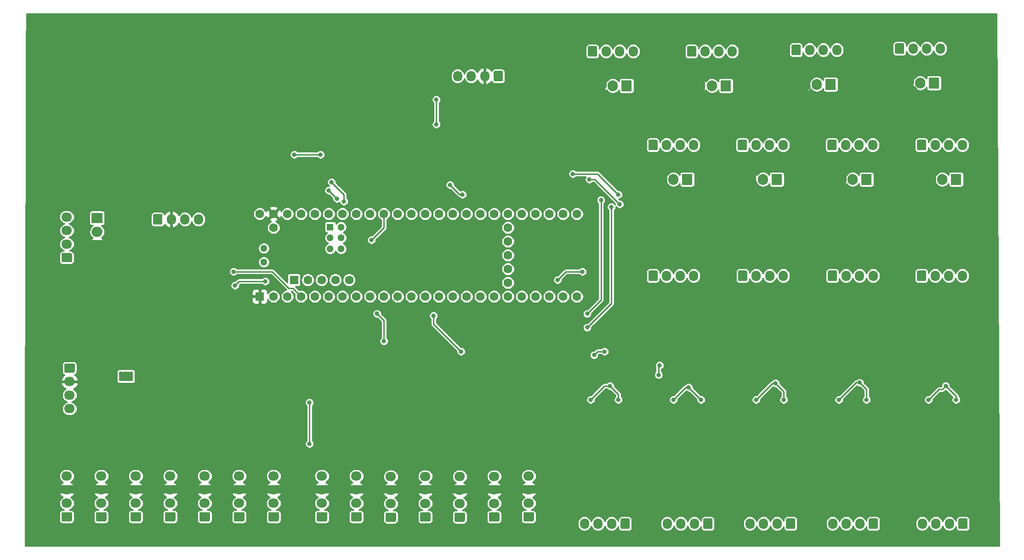
<source format=gbr>
%TF.GenerationSoftware,KiCad,Pcbnew,5.1.10*%
%TF.CreationDate,2021-07-06T21:53:34-04:00*%
%TF.ProjectId,mote pcb,6d6f7465-2070-4636-922e-6b696361645f,rev?*%
%TF.SameCoordinates,Original*%
%TF.FileFunction,Copper,L2,Bot*%
%TF.FilePolarity,Positive*%
%FSLAX46Y46*%
G04 Gerber Fmt 4.6, Leading zero omitted, Abs format (unit mm)*
G04 Created by KiCad (PCBNEW 5.1.10) date 2021-07-06 21:53:34*
%MOMM*%
%LPD*%
G01*
G04 APERTURE LIST*
%TA.AperFunction,ComponentPad*%
%ADD10O,1.700000X1.950000*%
%TD*%
%TA.AperFunction,ComponentPad*%
%ADD11O,1.950000X1.700000*%
%TD*%
%TA.AperFunction,SMDPad,CuDef*%
%ADD12R,2.500000X1.800000*%
%TD*%
%TA.AperFunction,ComponentPad*%
%ADD13C,0.500000*%
%TD*%
%TA.AperFunction,ComponentPad*%
%ADD14C,1.300000*%
%TD*%
%TA.AperFunction,ComponentPad*%
%ADD15C,1.600000*%
%TD*%
%TA.AperFunction,ComponentPad*%
%ADD16R,1.300000X1.300000*%
%TD*%
%TA.AperFunction,ComponentPad*%
%ADD17R,1.600000X1.600000*%
%TD*%
%TA.AperFunction,ComponentPad*%
%ADD18O,1.905000X2.000000*%
%TD*%
%TA.AperFunction,ComponentPad*%
%ADD19R,1.905000X2.000000*%
%TD*%
%TA.AperFunction,ComponentPad*%
%ADD20O,2.000000X1.905000*%
%TD*%
%TA.AperFunction,ComponentPad*%
%ADD21R,2.000000X1.905000*%
%TD*%
%TA.AperFunction,ViaPad*%
%ADD22C,0.800000*%
%TD*%
%TA.AperFunction,Conductor*%
%ADD23C,0.250000*%
%TD*%
%TA.AperFunction,Conductor*%
%ADD24C,1.500000*%
%TD*%
%TA.AperFunction,Conductor*%
%ADD25C,0.254000*%
%TD*%
%TA.AperFunction,Conductor*%
%ADD26C,0.100000*%
%TD*%
G04 APERTURE END LIST*
D10*
%TO.P,J17,4*%
%TO.N,N/C*%
X141344000Y-65024000D03*
%TO.P,J17,3*%
X143844000Y-65024000D03*
%TO.P,J17,2*%
%TO.N,GNDA*%
X146344000Y-65024000D03*
%TO.P,J17,1*%
%TO.N,Net-(J17-Pad1)*%
%TA.AperFunction,ComponentPad*%
G36*
G01*
X149694000Y-64299000D02*
X149694000Y-65749000D01*
G75*
G02*
X149444000Y-65999000I-250000J0D01*
G01*
X148244000Y-65999000D01*
G75*
G02*
X147994000Y-65749000I0J250000D01*
G01*
X147994000Y-64299000D01*
G75*
G02*
X148244000Y-64049000I250000J0D01*
G01*
X149444000Y-64049000D01*
G75*
G02*
X149694000Y-64299000I0J-250000D01*
G01*
G37*
%TD.AperFunction*%
%TD*%
%TO.P,J18,4*%
%TO.N,N/C*%
X93606000Y-91440000D03*
%TO.P,J18,3*%
X91106000Y-91440000D03*
%TO.P,J18,2*%
%TO.N,GNDA*%
X88606000Y-91440000D03*
%TO.P,J18,1*%
%TO.N,Net-(J18-Pad1)*%
%TA.AperFunction,ComponentPad*%
G36*
G01*
X85256000Y-92165000D02*
X85256000Y-90715000D01*
G75*
G02*
X85506000Y-90465000I250000J0D01*
G01*
X86706000Y-90465000D01*
G75*
G02*
X86956000Y-90715000I0J-250000D01*
G01*
X86956000Y-92165000D01*
G75*
G02*
X86706000Y-92415000I-250000J0D01*
G01*
X85506000Y-92415000D01*
G75*
G02*
X85256000Y-92165000I0J250000D01*
G01*
G37*
%TD.AperFunction*%
%TD*%
D11*
%TO.P,J15,4*%
%TO.N,N/C*%
X154432000Y-138804000D03*
%TO.P,J15,3*%
%TO.N,GNDA*%
X154432000Y-141304000D03*
%TO.P,J15,2*%
%TO.N,Net-(J15-Pad2)*%
X154432000Y-143804000D03*
%TO.P,J15,1*%
%TO.N,+7.5V*%
%TA.AperFunction,ComponentPad*%
G36*
G01*
X155157000Y-147154000D02*
X153707000Y-147154000D01*
G75*
G02*
X153457000Y-146904000I0J250000D01*
G01*
X153457000Y-145704000D01*
G75*
G02*
X153707000Y-145454000I250000J0D01*
G01*
X155157000Y-145454000D01*
G75*
G02*
X155407000Y-145704000I0J-250000D01*
G01*
X155407000Y-146904000D01*
G75*
G02*
X155157000Y-147154000I-250000J0D01*
G01*
G37*
%TD.AperFunction*%
%TD*%
D12*
%TO.P,U12,9*%
%TO.N,N/C*%
X80264000Y-120396000D03*
D13*
X81264000Y-119746000D03*
X81264000Y-121046000D03*
X80264000Y-119746000D03*
X80264000Y-121046000D03*
X79264000Y-119746000D03*
X79264000Y-121046000D03*
%TD*%
D14*
%TO.P,U1,66*%
%TO.N,N/C*%
X105632000Y-96774000D03*
%TO.P,U1,67*%
X105632000Y-99314000D03*
D15*
%TO.P,U1,54*%
X150622000Y-92964000D03*
%TO.P,U1,53*%
X150622000Y-95504000D03*
%TO.P,U1,52*%
X150622000Y-98044000D03*
%TO.P,U1,51*%
X150622000Y-100584000D03*
%TO.P,U1,50*%
X150622000Y-103124000D03*
D14*
%TO.P,U1,62*%
X117872000Y-96862400D03*
%TO.P,U1,63*%
X119872000Y-96862400D03*
%TO.P,U1,64*%
X119872000Y-94862400D03*
%TO.P,U1,61*%
X117872000Y-94862400D03*
%TO.P,U1,65*%
X119872000Y-92862400D03*
D16*
%TO.P,U1,60*%
X117872000Y-92862400D03*
D15*
%TO.P,U1,17*%
%TO.N,7V_Servo3*%
X145542000Y-105664000D03*
%TO.P,U1,18*%
%TO.N,N/C*%
X148082000Y-105664000D03*
%TO.P,U1,19*%
%TO.N,7V_Servo2*%
X150622000Y-105664000D03*
%TO.P,U1,20*%
%TO.N,C1-reset*%
X153162000Y-105664000D03*
%TO.P,U1,16*%
%TO.N,7V_Servo4*%
X143002000Y-105664000D03*
%TO.P,U1,15*%
%TO.N,+3V3*%
X140462000Y-105664000D03*
%TO.P,U1,14*%
%TO.N,7V_Servo5*%
X137922000Y-105664000D03*
%TO.P,U1,21*%
%TO.N,7V_Servo1*%
X155702000Y-105664000D03*
%TO.P,U1,22*%
%TO.N,Solenoid6*%
X158242000Y-105664000D03*
%TO.P,U1,23*%
%TO.N,ctrl1*%
X160782000Y-105664000D03*
%TO.P,U1,24*%
%TO.N,ctrl2*%
X163322000Y-105664000D03*
%TO.P,U1,25*%
%TO.N,Solenoid5*%
X163322000Y-90424000D03*
%TO.P,U1,26*%
%TO.N,Solenoid4*%
X160782000Y-90424000D03*
%TO.P,U1,27*%
%TO.N,Solenoid3*%
X158242000Y-90424000D03*
%TO.P,U1,28*%
%TO.N,Solenoid2*%
X155702000Y-90424000D03*
%TO.P,U1,29*%
%TO.N,Solenoid1*%
X153162000Y-90424000D03*
%TO.P,U1,30*%
%TO.N,C2-p4*%
X150622000Y-90424000D03*
%TO.P,U1,31*%
%TO.N,C2-p3*%
X148082000Y-90424000D03*
%TO.P,U1,32*%
%TO.N,C2-p2*%
X145542000Y-90424000D03*
%TO.P,U1,33*%
%TO.N,C2-p1*%
X143002000Y-90424000D03*
%TO.P,U1,34*%
%TO.N,N/C*%
X140462000Y-90424000D03*
%TO.P,U1,13*%
%TO.N,7V_Servo6*%
X135382000Y-105664000D03*
%TO.P,U1,12*%
%TO.N,7V_Servo7*%
X132842000Y-105664000D03*
%TO.P,U1,11*%
%TO.N,5V_Servo1*%
X130302000Y-105664000D03*
%TO.P,U1,10*%
%TO.N,5V_Servo2*%
X127762000Y-105664000D03*
%TO.P,U1,9*%
%TO.N,5V_Servo3*%
X125222000Y-105664000D03*
%TO.P,U1,8*%
%TO.N,5V_Servo4*%
X122682000Y-105664000D03*
%TO.P,U1,7*%
%TO.N,5V_Servo5*%
X120142000Y-105664000D03*
%TO.P,U1,6*%
%TO.N,5V_Servo6*%
X117602000Y-105664000D03*
%TO.P,U1,5*%
%TO.N,5V_Servo7*%
X115062000Y-105664000D03*
%TO.P,U1,4*%
%TO.N,Ignite*%
X112522000Y-105664000D03*
%TO.P,U1,3*%
%TO.N,N/C*%
X109982000Y-105664000D03*
%TO.P,U1,2*%
X107442000Y-105664000D03*
D17*
%TO.P,U1,1*%
%TO.N,GNDA*%
X104902000Y-105664000D03*
D15*
%TO.P,U1,35*%
%TO.N,C1-p4*%
X137922000Y-90424000D03*
%TO.P,U1,36*%
%TO.N,C1-p3*%
X135382000Y-90424000D03*
%TO.P,U1,37*%
%TO.N,C1-p2*%
X132842000Y-90424000D03*
%TO.P,U1,38*%
%TO.N,C1-p1*%
X130302000Y-90424000D03*
%TO.P,U1,39*%
%TO.N,Batterylevel*%
X127762000Y-90424000D03*
%TO.P,U1,40*%
%TO.N,SDA*%
X125222000Y-90424000D03*
%TO.P,U1,41*%
%TO.N,SCL*%
X122682000Y-90424000D03*
%TO.P,U1,42*%
%TO.N,ctrl6*%
X120142000Y-90424000D03*
%TO.P,U1,43*%
%TO.N,ctrl5*%
X117602000Y-90424000D03*
%TO.P,U1,44*%
%TO.N,ctrl4*%
X115062000Y-90424000D03*
%TO.P,U1,45*%
%TO.N,ctrl3*%
X112522000Y-90424000D03*
%TO.P,U1,46*%
%TO.N,DVDD*%
X109982000Y-90424000D03*
%TO.P,U1,47*%
%TO.N,GNDA*%
X107442000Y-90424000D03*
%TO.P,U1,48*%
%TO.N,+5V*%
X104902000Y-90424000D03*
D17*
%TO.P,U1,55*%
%TO.N,N/C*%
X111201200Y-102613200D03*
D15*
%TO.P,U1,56*%
X113741200Y-102613200D03*
%TO.P,U1,57*%
X116281200Y-102613200D03*
%TO.P,U1,58*%
X118821200Y-102613200D03*
%TO.P,U1,59*%
X121361200Y-102613200D03*
%TO.P,U1,49*%
X107442000Y-92964000D03*
%TD*%
D18*
%TO.P,Q16,3*%
%TO.N,GNDA*%
X178562000Y-84074000D03*
%TO.P,Q16,2*%
%TO.N,Net-(D13-Pad2)*%
X181102000Y-84074000D03*
D19*
%TO.P,Q16,1*%
%TO.N,Net-(Q16-Pad1)*%
X183642000Y-84074000D03*
%TD*%
D18*
%TO.P,Q15,3*%
%TO.N,GNDA*%
X167386000Y-66802000D03*
%TO.P,Q15,2*%
%TO.N,Net-(D12-Pad2)*%
X169926000Y-66802000D03*
D19*
%TO.P,Q15,1*%
%TO.N,Net-(Q15-Pad1)*%
X172466000Y-66802000D03*
%TD*%
D18*
%TO.P,Q14,3*%
%TO.N,GNDA*%
X204978000Y-66548000D03*
%TO.P,Q14,2*%
%TO.N,Net-(D11-Pad2)*%
X207518000Y-66548000D03*
D19*
%TO.P,Q14,1*%
%TO.N,Net-(Q14-Pad1)*%
X210058000Y-66548000D03*
%TD*%
D18*
%TO.P,Q13,3*%
%TO.N,GNDA*%
X195072000Y-84074000D03*
%TO.P,Q13,2*%
%TO.N,Net-(D10-Pad2)*%
X197612000Y-84074000D03*
D19*
%TO.P,Q13,1*%
%TO.N,Net-(Q13-Pad1)*%
X200152000Y-84074000D03*
%TD*%
D18*
%TO.P,Q12,3*%
%TO.N,GNDA*%
X185674000Y-66802000D03*
%TO.P,Q12,2*%
%TO.N,Net-(D9-Pad2)*%
X188214000Y-66802000D03*
D19*
%TO.P,Q12,1*%
%TO.N,Net-(Q12-Pad1)*%
X190754000Y-66802000D03*
%TD*%
D18*
%TO.P,Q11,3*%
%TO.N,GNDA*%
X224028000Y-66294000D03*
%TO.P,Q11,2*%
%TO.N,Net-(D8-Pad2)*%
X226568000Y-66294000D03*
D19*
%TO.P,Q11,1*%
%TO.N,Net-(Q11-Pad1)*%
X229108000Y-66294000D03*
%TD*%
D18*
%TO.P,Q8,3*%
%TO.N,GNDA*%
X211582000Y-84074000D03*
%TO.P,Q8,2*%
%TO.N,Net-(D4-Pad2)*%
X214122000Y-84074000D03*
D19*
%TO.P,Q8,1*%
%TO.N,Net-(Q8-Pad1)*%
X216662000Y-84074000D03*
%TD*%
D18*
%TO.P,Q6,3*%
%TO.N,GNDA*%
X228092000Y-84074000D03*
%TO.P,Q6,2*%
%TO.N,Net-(D2-Pad2)*%
X230632000Y-84074000D03*
D19*
%TO.P,Q6,1*%
%TO.N,Net-(Q6-Pad1)*%
X233172000Y-84074000D03*
%TD*%
D20*
%TO.P,Q3,3*%
%TO.N,GNDA*%
X74930000Y-96266000D03*
%TO.P,Q3,2*%
%TO.N,Net-(J2-Pad1)*%
X74930000Y-93726000D03*
D21*
%TO.P,Q3,1*%
%TO.N,Net-(Q3-Pad1)*%
X74930000Y-91186000D03*
%TD*%
D10*
%TO.P,J35,4*%
%TO.N,N/C*%
X184832000Y-77724000D03*
%TO.P,J35,3*%
X182332000Y-77724000D03*
%TO.P,J35,2*%
%TO.N,+12V*%
X179832000Y-77724000D03*
%TO.P,J35,1*%
%TO.N,Net-(D13-Pad2)*%
%TA.AperFunction,ComponentPad*%
G36*
G01*
X176482000Y-78449000D02*
X176482000Y-76999000D01*
G75*
G02*
X176732000Y-76749000I250000J0D01*
G01*
X177932000Y-76749000D01*
G75*
G02*
X178182000Y-76999000I0J-250000D01*
G01*
X178182000Y-78449000D01*
G75*
G02*
X177932000Y-78699000I-250000J0D01*
G01*
X176732000Y-78699000D01*
G75*
G02*
X176482000Y-78449000I0J250000D01*
G01*
G37*
%TD.AperFunction*%
%TD*%
%TO.P,J34,4*%
%TO.N,N/C*%
X173696000Y-60452000D03*
%TO.P,J34,3*%
X171196000Y-60452000D03*
%TO.P,J34,2*%
%TO.N,+12V*%
X168696000Y-60452000D03*
%TO.P,J34,1*%
%TO.N,Net-(D12-Pad2)*%
%TA.AperFunction,ComponentPad*%
G36*
G01*
X165346000Y-61177000D02*
X165346000Y-59727000D01*
G75*
G02*
X165596000Y-59477000I250000J0D01*
G01*
X166796000Y-59477000D01*
G75*
G02*
X167046000Y-59727000I0J-250000D01*
G01*
X167046000Y-61177000D01*
G75*
G02*
X166796000Y-61427000I-250000J0D01*
G01*
X165596000Y-61427000D01*
G75*
G02*
X165346000Y-61177000I0J250000D01*
G01*
G37*
%TD.AperFunction*%
%TD*%
%TO.P,J33,4*%
%TO.N,N/C*%
X211208000Y-60198000D03*
%TO.P,J33,3*%
X208708000Y-60198000D03*
%TO.P,J33,2*%
%TO.N,+12V*%
X206208000Y-60198000D03*
%TO.P,J33,1*%
%TO.N,Net-(D11-Pad2)*%
%TA.AperFunction,ComponentPad*%
G36*
G01*
X202858000Y-60923000D02*
X202858000Y-59473000D01*
G75*
G02*
X203108000Y-59223000I250000J0D01*
G01*
X204308000Y-59223000D01*
G75*
G02*
X204558000Y-59473000I0J-250000D01*
G01*
X204558000Y-60923000D01*
G75*
G02*
X204308000Y-61173000I-250000J0D01*
G01*
X203108000Y-61173000D01*
G75*
G02*
X202858000Y-60923000I0J250000D01*
G01*
G37*
%TD.AperFunction*%
%TD*%
%TO.P,J32,4*%
%TO.N,N/C*%
X201302000Y-77724000D03*
%TO.P,J32,3*%
X198802000Y-77724000D03*
%TO.P,J32,2*%
%TO.N,+12V*%
X196302000Y-77724000D03*
%TO.P,J32,1*%
%TO.N,Net-(D10-Pad2)*%
%TA.AperFunction,ComponentPad*%
G36*
G01*
X192952000Y-78449000D02*
X192952000Y-76999000D01*
G75*
G02*
X193202000Y-76749000I250000J0D01*
G01*
X194402000Y-76749000D01*
G75*
G02*
X194652000Y-76999000I0J-250000D01*
G01*
X194652000Y-78449000D01*
G75*
G02*
X194402000Y-78699000I-250000J0D01*
G01*
X193202000Y-78699000D01*
G75*
G02*
X192952000Y-78449000I0J250000D01*
G01*
G37*
%TD.AperFunction*%
%TD*%
%TO.P,J31,4*%
%TO.N,N/C*%
X191944000Y-60452000D03*
%TO.P,J31,3*%
X189444000Y-60452000D03*
%TO.P,J31,2*%
%TO.N,+12V*%
X186944000Y-60452000D03*
%TO.P,J31,1*%
%TO.N,Net-(D9-Pad2)*%
%TA.AperFunction,ComponentPad*%
G36*
G01*
X183594000Y-61177000D02*
X183594000Y-59727000D01*
G75*
G02*
X183844000Y-59477000I250000J0D01*
G01*
X185044000Y-59477000D01*
G75*
G02*
X185294000Y-59727000I0J-250000D01*
G01*
X185294000Y-61177000D01*
G75*
G02*
X185044000Y-61427000I-250000J0D01*
G01*
X183844000Y-61427000D01*
G75*
G02*
X183594000Y-61177000I0J250000D01*
G01*
G37*
%TD.AperFunction*%
%TD*%
%TO.P,J30,4*%
%TO.N,N/C*%
X230258000Y-59944000D03*
%TO.P,J30,3*%
X227758000Y-59944000D03*
%TO.P,J30,2*%
%TO.N,+12V*%
X225258000Y-59944000D03*
%TO.P,J30,1*%
%TO.N,Net-(D8-Pad2)*%
%TA.AperFunction,ComponentPad*%
G36*
G01*
X221908000Y-60669000D02*
X221908000Y-59219000D01*
G75*
G02*
X222158000Y-58969000I250000J0D01*
G01*
X223358000Y-58969000D01*
G75*
G02*
X223608000Y-59219000I0J-250000D01*
G01*
X223608000Y-60669000D01*
G75*
G02*
X223358000Y-60919000I-250000J0D01*
G01*
X222158000Y-60919000D01*
G75*
G02*
X221908000Y-60669000I0J250000D01*
G01*
G37*
%TD.AperFunction*%
%TD*%
D11*
%TO.P,J29,4*%
%TO.N,N/C*%
X116332000Y-138804000D03*
%TO.P,J29,3*%
%TO.N,GNDA*%
X116332000Y-141304000D03*
%TO.P,J29,2*%
%TO.N,Net-(J29-Pad2)*%
X116332000Y-143804000D03*
%TO.P,J29,1*%
%TO.N,+7.5V*%
%TA.AperFunction,ComponentPad*%
G36*
G01*
X117057000Y-147154000D02*
X115607000Y-147154000D01*
G75*
G02*
X115357000Y-146904000I0J250000D01*
G01*
X115357000Y-145704000D01*
G75*
G02*
X115607000Y-145454000I250000J0D01*
G01*
X117057000Y-145454000D01*
G75*
G02*
X117307000Y-145704000I0J-250000D01*
G01*
X117307000Y-146904000D01*
G75*
G02*
X117057000Y-147154000I-250000J0D01*
G01*
G37*
%TD.AperFunction*%
%TD*%
%TO.P,J28,4*%
%TO.N,N/C*%
X122682000Y-138804000D03*
%TO.P,J28,3*%
%TO.N,GNDA*%
X122682000Y-141304000D03*
%TO.P,J28,2*%
%TO.N,Net-(J28-Pad2)*%
X122682000Y-143804000D03*
%TO.P,J28,1*%
%TO.N,+7.5V*%
%TA.AperFunction,ComponentPad*%
G36*
G01*
X123407000Y-147154000D02*
X121957000Y-147154000D01*
G75*
G02*
X121707000Y-146904000I0J250000D01*
G01*
X121707000Y-145704000D01*
G75*
G02*
X121957000Y-145454000I250000J0D01*
G01*
X123407000Y-145454000D01*
G75*
G02*
X123657000Y-145704000I0J-250000D01*
G01*
X123657000Y-146904000D01*
G75*
G02*
X123407000Y-147154000I-250000J0D01*
G01*
G37*
%TD.AperFunction*%
%TD*%
%TO.P,J27,4*%
%TO.N,N/C*%
X129032000Y-138884000D03*
%TO.P,J27,3*%
%TO.N,GNDA*%
X129032000Y-141384000D03*
%TO.P,J27,2*%
%TO.N,Net-(J27-Pad2)*%
X129032000Y-143884000D03*
%TO.P,J27,1*%
%TO.N,+7.5V*%
%TA.AperFunction,ComponentPad*%
G36*
G01*
X129757000Y-147234000D02*
X128307000Y-147234000D01*
G75*
G02*
X128057000Y-146984000I0J250000D01*
G01*
X128057000Y-145784000D01*
G75*
G02*
X128307000Y-145534000I250000J0D01*
G01*
X129757000Y-145534000D01*
G75*
G02*
X130007000Y-145784000I0J-250000D01*
G01*
X130007000Y-146984000D01*
G75*
G02*
X129757000Y-147234000I-250000J0D01*
G01*
G37*
%TD.AperFunction*%
%TD*%
%TO.P,J26,4*%
%TO.N,N/C*%
X135382000Y-138844000D03*
%TO.P,J26,3*%
%TO.N,GNDA*%
X135382000Y-141344000D03*
%TO.P,J26,2*%
%TO.N,Net-(J26-Pad2)*%
X135382000Y-143844000D03*
%TO.P,J26,1*%
%TO.N,+7.5V*%
%TA.AperFunction,ComponentPad*%
G36*
G01*
X136107000Y-147194000D02*
X134657000Y-147194000D01*
G75*
G02*
X134407000Y-146944000I0J250000D01*
G01*
X134407000Y-145744000D01*
G75*
G02*
X134657000Y-145494000I250000J0D01*
G01*
X136107000Y-145494000D01*
G75*
G02*
X136357000Y-145744000I0J-250000D01*
G01*
X136357000Y-146944000D01*
G75*
G02*
X136107000Y-147194000I-250000J0D01*
G01*
G37*
%TD.AperFunction*%
%TD*%
%TO.P,J25,4*%
%TO.N,N/C*%
X141732000Y-138884000D03*
%TO.P,J25,3*%
%TO.N,GNDA*%
X141732000Y-141384000D03*
%TO.P,J25,2*%
%TO.N,Net-(J25-Pad2)*%
X141732000Y-143884000D03*
%TO.P,J25,1*%
%TO.N,+7.5V*%
%TA.AperFunction,ComponentPad*%
G36*
G01*
X142457000Y-147234000D02*
X141007000Y-147234000D01*
G75*
G02*
X140757000Y-146984000I0J250000D01*
G01*
X140757000Y-145784000D01*
G75*
G02*
X141007000Y-145534000I250000J0D01*
G01*
X142457000Y-145534000D01*
G75*
G02*
X142707000Y-145784000I0J-250000D01*
G01*
X142707000Y-146984000D01*
G75*
G02*
X142457000Y-147234000I-250000J0D01*
G01*
G37*
%TD.AperFunction*%
%TD*%
%TO.P,J24,4*%
%TO.N,N/C*%
X148082000Y-138844000D03*
%TO.P,J24,3*%
%TO.N,GNDA*%
X148082000Y-141344000D03*
%TO.P,J24,2*%
%TO.N,Net-(J24-Pad2)*%
X148082000Y-143844000D03*
%TO.P,J24,1*%
%TO.N,+7.5V*%
%TA.AperFunction,ComponentPad*%
G36*
G01*
X148807000Y-147194000D02*
X147357000Y-147194000D01*
G75*
G02*
X147107000Y-146944000I0J250000D01*
G01*
X147107000Y-145744000D01*
G75*
G02*
X147357000Y-145494000I250000J0D01*
G01*
X148807000Y-145494000D01*
G75*
G02*
X149057000Y-145744000I0J-250000D01*
G01*
X149057000Y-146944000D01*
G75*
G02*
X148807000Y-147194000I-250000J0D01*
G01*
G37*
%TD.AperFunction*%
%TD*%
D10*
%TO.P,J23,4*%
%TO.N,Net-(J23-Pad4)*%
X226942000Y-147574000D03*
%TO.P,J23,3*%
%TO.N,Net-(J23-Pad3)*%
X229442000Y-147574000D03*
%TO.P,J23,2*%
%TO.N,Net-(J23-Pad2)*%
X231942000Y-147574000D03*
%TO.P,J23,1*%
%TO.N,Net-(J23-Pad1)*%
%TA.AperFunction,ComponentPad*%
G36*
G01*
X235292000Y-146849000D02*
X235292000Y-148299000D01*
G75*
G02*
X235042000Y-148549000I-250000J0D01*
G01*
X233842000Y-148549000D01*
G75*
G02*
X233592000Y-148299000I0J250000D01*
G01*
X233592000Y-146849000D01*
G75*
G02*
X233842000Y-146599000I250000J0D01*
G01*
X235042000Y-146599000D01*
G75*
G02*
X235292000Y-146849000I0J-250000D01*
G01*
G37*
%TD.AperFunction*%
%TD*%
%TO.P,J22,4*%
%TO.N,Net-(J22-Pad4)*%
X210432000Y-147574000D03*
%TO.P,J22,3*%
%TO.N,Net-(J22-Pad3)*%
X212932000Y-147574000D03*
%TO.P,J22,2*%
%TO.N,Net-(J22-Pad2)*%
X215432000Y-147574000D03*
%TO.P,J22,1*%
%TO.N,Net-(J22-Pad1)*%
%TA.AperFunction,ComponentPad*%
G36*
G01*
X218782000Y-146849000D02*
X218782000Y-148299000D01*
G75*
G02*
X218532000Y-148549000I-250000J0D01*
G01*
X217332000Y-148549000D01*
G75*
G02*
X217082000Y-148299000I0J250000D01*
G01*
X217082000Y-146849000D01*
G75*
G02*
X217332000Y-146599000I250000J0D01*
G01*
X218532000Y-146599000D01*
G75*
G02*
X218782000Y-146849000I0J-250000D01*
G01*
G37*
%TD.AperFunction*%
%TD*%
%TO.P,J21,4*%
%TO.N,Net-(J21-Pad4)*%
X195192000Y-147574000D03*
%TO.P,J21,3*%
%TO.N,Net-(J21-Pad3)*%
X197692000Y-147574000D03*
%TO.P,J21,2*%
%TO.N,Net-(J21-Pad2)*%
X200192000Y-147574000D03*
%TO.P,J21,1*%
%TO.N,Net-(J21-Pad1)*%
%TA.AperFunction,ComponentPad*%
G36*
G01*
X203542000Y-146849000D02*
X203542000Y-148299000D01*
G75*
G02*
X203292000Y-148549000I-250000J0D01*
G01*
X202092000Y-148549000D01*
G75*
G02*
X201842000Y-148299000I0J250000D01*
G01*
X201842000Y-146849000D01*
G75*
G02*
X202092000Y-146599000I250000J0D01*
G01*
X203292000Y-146599000D01*
G75*
G02*
X203542000Y-146849000I0J-250000D01*
G01*
G37*
%TD.AperFunction*%
%TD*%
%TO.P,J20,4*%
%TO.N,Net-(J20-Pad4)*%
X179952000Y-147574000D03*
%TO.P,J20,3*%
%TO.N,Net-(J20-Pad3)*%
X182452000Y-147574000D03*
%TO.P,J20,2*%
%TO.N,Net-(J20-Pad2)*%
X184952000Y-147574000D03*
%TO.P,J20,1*%
%TO.N,Net-(J20-Pad1)*%
%TA.AperFunction,ComponentPad*%
G36*
G01*
X188302000Y-146849000D02*
X188302000Y-148299000D01*
G75*
G02*
X188052000Y-148549000I-250000J0D01*
G01*
X186852000Y-148549000D01*
G75*
G02*
X186602000Y-148299000I0J250000D01*
G01*
X186602000Y-146849000D01*
G75*
G02*
X186852000Y-146599000I250000J0D01*
G01*
X188052000Y-146599000D01*
G75*
G02*
X188302000Y-146849000I0J-250000D01*
G01*
G37*
%TD.AperFunction*%
%TD*%
%TO.P,J19,4*%
%TO.N,Net-(J19-Pad4)*%
X164712000Y-147574000D03*
%TO.P,J19,3*%
%TO.N,Net-(J19-Pad3)*%
X167212000Y-147574000D03*
%TO.P,J19,2*%
%TO.N,Net-(J19-Pad2)*%
X169712000Y-147574000D03*
%TO.P,J19,1*%
%TO.N,Net-(J19-Pad1)*%
%TA.AperFunction,ComponentPad*%
G36*
G01*
X173062000Y-146849000D02*
X173062000Y-148299000D01*
G75*
G02*
X172812000Y-148549000I-250000J0D01*
G01*
X171612000Y-148549000D01*
G75*
G02*
X171362000Y-148299000I0J250000D01*
G01*
X171362000Y-146849000D01*
G75*
G02*
X171612000Y-146599000I250000J0D01*
G01*
X172812000Y-146599000D01*
G75*
G02*
X173062000Y-146849000I0J-250000D01*
G01*
G37*
%TD.AperFunction*%
%TD*%
D11*
%TO.P,J16,4*%
%TO.N,N/C*%
X69342000Y-138804000D03*
%TO.P,J16,3*%
%TO.N,GNDA*%
X69342000Y-141304000D03*
%TO.P,J16,2*%
%TO.N,Net-(J16-Pad2)*%
X69342000Y-143804000D03*
%TO.P,J16,1*%
%TO.N,+5V*%
%TA.AperFunction,ComponentPad*%
G36*
G01*
X70067000Y-147154000D02*
X68617000Y-147154000D01*
G75*
G02*
X68367000Y-146904000I0J250000D01*
G01*
X68367000Y-145704000D01*
G75*
G02*
X68617000Y-145454000I250000J0D01*
G01*
X70067000Y-145454000D01*
G75*
G02*
X70317000Y-145704000I0J-250000D01*
G01*
X70317000Y-146904000D01*
G75*
G02*
X70067000Y-147154000I-250000J0D01*
G01*
G37*
%TD.AperFunction*%
%TD*%
%TO.P,J14,4*%
%TO.N,N/C*%
X75692000Y-138804000D03*
%TO.P,J14,3*%
%TO.N,GNDA*%
X75692000Y-141304000D03*
%TO.P,J14,2*%
%TO.N,Net-(J14-Pad2)*%
X75692000Y-143804000D03*
%TO.P,J14,1*%
%TO.N,+5V*%
%TA.AperFunction,ComponentPad*%
G36*
G01*
X76417000Y-147154000D02*
X74967000Y-147154000D01*
G75*
G02*
X74717000Y-146904000I0J250000D01*
G01*
X74717000Y-145704000D01*
G75*
G02*
X74967000Y-145454000I250000J0D01*
G01*
X76417000Y-145454000D01*
G75*
G02*
X76667000Y-145704000I0J-250000D01*
G01*
X76667000Y-146904000D01*
G75*
G02*
X76417000Y-147154000I-250000J0D01*
G01*
G37*
%TD.AperFunction*%
%TD*%
%TO.P,J13,4*%
%TO.N,N/C*%
X82042000Y-138804000D03*
%TO.P,J13,3*%
%TO.N,GNDA*%
X82042000Y-141304000D03*
%TO.P,J13,2*%
%TO.N,Net-(J13-Pad2)*%
X82042000Y-143804000D03*
%TO.P,J13,1*%
%TO.N,+5V*%
%TA.AperFunction,ComponentPad*%
G36*
G01*
X82767000Y-147154000D02*
X81317000Y-147154000D01*
G75*
G02*
X81067000Y-146904000I0J250000D01*
G01*
X81067000Y-145704000D01*
G75*
G02*
X81317000Y-145454000I250000J0D01*
G01*
X82767000Y-145454000D01*
G75*
G02*
X83017000Y-145704000I0J-250000D01*
G01*
X83017000Y-146904000D01*
G75*
G02*
X82767000Y-147154000I-250000J0D01*
G01*
G37*
%TD.AperFunction*%
%TD*%
%TO.P,J12,4*%
%TO.N,N/C*%
X88392000Y-138804000D03*
%TO.P,J12,3*%
%TO.N,GNDA*%
X88392000Y-141304000D03*
%TO.P,J12,2*%
%TO.N,Net-(J12-Pad2)*%
X88392000Y-143804000D03*
%TO.P,J12,1*%
%TO.N,+5V*%
%TA.AperFunction,ComponentPad*%
G36*
G01*
X89117000Y-147154000D02*
X87667000Y-147154000D01*
G75*
G02*
X87417000Y-146904000I0J250000D01*
G01*
X87417000Y-145704000D01*
G75*
G02*
X87667000Y-145454000I250000J0D01*
G01*
X89117000Y-145454000D01*
G75*
G02*
X89367000Y-145704000I0J-250000D01*
G01*
X89367000Y-146904000D01*
G75*
G02*
X89117000Y-147154000I-250000J0D01*
G01*
G37*
%TD.AperFunction*%
%TD*%
D10*
%TO.P,J11,4*%
%TO.N,N/C*%
X184832000Y-101854000D03*
%TO.P,J11,3*%
X182332000Y-101854000D03*
%TO.P,J11,2*%
%TO.N,+12V*%
X179832000Y-101854000D03*
%TO.P,J11,1*%
%TO.N,Net-(D6-Pad2)*%
%TA.AperFunction,ComponentPad*%
G36*
G01*
X176482000Y-102579000D02*
X176482000Y-101129000D01*
G75*
G02*
X176732000Y-100879000I250000J0D01*
G01*
X177932000Y-100879000D01*
G75*
G02*
X178182000Y-101129000I0J-250000D01*
G01*
X178182000Y-102579000D01*
G75*
G02*
X177932000Y-102829000I-250000J0D01*
G01*
X176732000Y-102829000D01*
G75*
G02*
X176482000Y-102579000I0J250000D01*
G01*
G37*
%TD.AperFunction*%
%TD*%
%TO.P,J10,4*%
%TO.N,N/C*%
X217892000Y-101854000D03*
%TO.P,J10,3*%
X215392000Y-101854000D03*
%TO.P,J10,2*%
%TO.N,+12V*%
X212892000Y-101854000D03*
%TO.P,J10,1*%
%TO.N,Net-(D5-Pad2)*%
%TA.AperFunction,ComponentPad*%
G36*
G01*
X209542000Y-102579000D02*
X209542000Y-101129000D01*
G75*
G02*
X209792000Y-100879000I250000J0D01*
G01*
X210992000Y-100879000D01*
G75*
G02*
X211242000Y-101129000I0J-250000D01*
G01*
X211242000Y-102579000D01*
G75*
G02*
X210992000Y-102829000I-250000J0D01*
G01*
X209792000Y-102829000D01*
G75*
G02*
X209542000Y-102579000I0J250000D01*
G01*
G37*
%TD.AperFunction*%
%TD*%
D11*
%TO.P,J9,4*%
%TO.N,N/C*%
X94742000Y-138804000D03*
%TO.P,J9,3*%
%TO.N,GNDA*%
X94742000Y-141304000D03*
%TO.P,J9,2*%
%TO.N,Net-(J9-Pad2)*%
X94742000Y-143804000D03*
%TO.P,J9,1*%
%TO.N,+5V*%
%TA.AperFunction,ComponentPad*%
G36*
G01*
X95467000Y-147154000D02*
X94017000Y-147154000D01*
G75*
G02*
X93767000Y-146904000I0J250000D01*
G01*
X93767000Y-145704000D01*
G75*
G02*
X94017000Y-145454000I250000J0D01*
G01*
X95467000Y-145454000D01*
G75*
G02*
X95717000Y-145704000I0J-250000D01*
G01*
X95717000Y-146904000D01*
G75*
G02*
X95467000Y-147154000I-250000J0D01*
G01*
G37*
%TD.AperFunction*%
%TD*%
%TO.P,J8,4*%
%TO.N,N/C*%
X101092000Y-138804000D03*
%TO.P,J8,3*%
%TO.N,GNDA*%
X101092000Y-141304000D03*
%TO.P,J8,2*%
%TO.N,Net-(J8-Pad2)*%
X101092000Y-143804000D03*
%TO.P,J8,1*%
%TO.N,+5V*%
%TA.AperFunction,ComponentPad*%
G36*
G01*
X101817000Y-147154000D02*
X100367000Y-147154000D01*
G75*
G02*
X100117000Y-146904000I0J250000D01*
G01*
X100117000Y-145704000D01*
G75*
G02*
X100367000Y-145454000I250000J0D01*
G01*
X101817000Y-145454000D01*
G75*
G02*
X102067000Y-145704000I0J-250000D01*
G01*
X102067000Y-146904000D01*
G75*
G02*
X101817000Y-147154000I-250000J0D01*
G01*
G37*
%TD.AperFunction*%
%TD*%
D10*
%TO.P,J7,4*%
%TO.N,N/C*%
X217812000Y-77724000D03*
%TO.P,J7,3*%
X215312000Y-77724000D03*
%TO.P,J7,2*%
%TO.N,+12V*%
X212812000Y-77724000D03*
%TO.P,J7,1*%
%TO.N,Net-(D4-Pad2)*%
%TA.AperFunction,ComponentPad*%
G36*
G01*
X209462000Y-78449000D02*
X209462000Y-76999000D01*
G75*
G02*
X209712000Y-76749000I250000J0D01*
G01*
X210912000Y-76749000D01*
G75*
G02*
X211162000Y-76999000I0J-250000D01*
G01*
X211162000Y-78449000D01*
G75*
G02*
X210912000Y-78699000I-250000J0D01*
G01*
X209712000Y-78699000D01*
G75*
G02*
X209462000Y-78449000I0J250000D01*
G01*
G37*
%TD.AperFunction*%
%TD*%
%TO.P,J6,4*%
%TO.N,N/C*%
X234322000Y-101854000D03*
%TO.P,J6,3*%
X231822000Y-101854000D03*
%TO.P,J6,2*%
%TO.N,+12V*%
X229322000Y-101854000D03*
%TO.P,J6,1*%
%TO.N,Net-(D3-Pad2)*%
%TA.AperFunction,ComponentPad*%
G36*
G01*
X225972000Y-102579000D02*
X225972000Y-101129000D01*
G75*
G02*
X226222000Y-100879000I250000J0D01*
G01*
X227422000Y-100879000D01*
G75*
G02*
X227672000Y-101129000I0J-250000D01*
G01*
X227672000Y-102579000D01*
G75*
G02*
X227422000Y-102829000I-250000J0D01*
G01*
X226222000Y-102829000D01*
G75*
G02*
X225972000Y-102579000I0J250000D01*
G01*
G37*
%TD.AperFunction*%
%TD*%
%TO.P,J5,4*%
%TO.N,N/C*%
X234322000Y-77724000D03*
%TO.P,J5,3*%
X231822000Y-77724000D03*
%TO.P,J5,2*%
%TO.N,+12V*%
X229322000Y-77724000D03*
%TO.P,J5,1*%
%TO.N,Net-(D2-Pad2)*%
%TA.AperFunction,ComponentPad*%
G36*
G01*
X225972000Y-78449000D02*
X225972000Y-76999000D01*
G75*
G02*
X226222000Y-76749000I250000J0D01*
G01*
X227422000Y-76749000D01*
G75*
G02*
X227672000Y-76999000I0J-250000D01*
G01*
X227672000Y-78449000D01*
G75*
G02*
X227422000Y-78699000I-250000J0D01*
G01*
X226222000Y-78699000D01*
G75*
G02*
X225972000Y-78449000I0J250000D01*
G01*
G37*
%TD.AperFunction*%
%TD*%
%TO.P,J4,4*%
%TO.N,N/C*%
X201342000Y-101854000D03*
%TO.P,J4,3*%
X198842000Y-101854000D03*
%TO.P,J4,2*%
%TO.N,+12V*%
X196342000Y-101854000D03*
%TO.P,J4,1*%
%TO.N,Net-(D1-Pad2)*%
%TA.AperFunction,ComponentPad*%
G36*
G01*
X192992000Y-102579000D02*
X192992000Y-101129000D01*
G75*
G02*
X193242000Y-100879000I250000J0D01*
G01*
X194442000Y-100879000D01*
G75*
G02*
X194692000Y-101129000I0J-250000D01*
G01*
X194692000Y-102579000D01*
G75*
G02*
X194442000Y-102829000I-250000J0D01*
G01*
X193242000Y-102829000D01*
G75*
G02*
X192992000Y-102579000I0J250000D01*
G01*
G37*
%TD.AperFunction*%
%TD*%
D11*
%TO.P,J3,4*%
%TO.N,N/C*%
X107442000Y-138804000D03*
%TO.P,J3,3*%
%TO.N,GNDA*%
X107442000Y-141304000D03*
%TO.P,J3,2*%
%TO.N,Net-(J3-Pad2)*%
X107442000Y-143804000D03*
%TO.P,J3,1*%
%TO.N,+5V*%
%TA.AperFunction,ComponentPad*%
G36*
G01*
X108167000Y-147154000D02*
X106717000Y-147154000D01*
G75*
G02*
X106467000Y-146904000I0J250000D01*
G01*
X106467000Y-145704000D01*
G75*
G02*
X106717000Y-145454000I250000J0D01*
G01*
X108167000Y-145454000D01*
G75*
G02*
X108417000Y-145704000I0J-250000D01*
G01*
X108417000Y-146904000D01*
G75*
G02*
X108167000Y-147154000I-250000J0D01*
G01*
G37*
%TD.AperFunction*%
%TD*%
%TO.P,J2,4*%
%TO.N,N/C*%
X69342000Y-91012000D03*
%TO.P,J2,3*%
X69342000Y-93512000D03*
%TO.P,J2,2*%
%TO.N,+12V*%
X69342000Y-96012000D03*
%TO.P,J2,1*%
%TO.N,Net-(J2-Pad1)*%
%TA.AperFunction,ComponentPad*%
G36*
G01*
X70067000Y-99362000D02*
X68617000Y-99362000D01*
G75*
G02*
X68367000Y-99112000I0J250000D01*
G01*
X68367000Y-97912000D01*
G75*
G02*
X68617000Y-97662000I250000J0D01*
G01*
X70067000Y-97662000D01*
G75*
G02*
X70317000Y-97912000I0J-250000D01*
G01*
X70317000Y-99112000D01*
G75*
G02*
X70067000Y-99362000I-250000J0D01*
G01*
G37*
%TD.AperFunction*%
%TD*%
%TO.P,J1,4*%
%TO.N,N/C*%
X69850000Y-126372000D03*
%TO.P,J1,3*%
X69850000Y-123872000D03*
%TO.P,J1,2*%
%TO.N,GNDA*%
X69850000Y-121372000D03*
%TO.P,J1,1*%
%TO.N,+12V*%
%TA.AperFunction,ComponentPad*%
G36*
G01*
X69125000Y-118022000D02*
X70575000Y-118022000D01*
G75*
G02*
X70825000Y-118272000I0J-250000D01*
G01*
X70825000Y-119472000D01*
G75*
G02*
X70575000Y-119722000I-250000J0D01*
G01*
X69125000Y-119722000D01*
G75*
G02*
X68875000Y-119472000I0J250000D01*
G01*
X68875000Y-118272000D01*
G75*
G02*
X69125000Y-118022000I250000J0D01*
G01*
G37*
%TD.AperFunction*%
%TD*%
D22*
%TO.N,+3V3*%
X233172000Y-124714000D03*
X231267000Y-122174000D03*
X228092000Y-124714000D03*
X216662000Y-124714000D03*
X215392000Y-121539000D03*
X211582000Y-124714000D03*
X201422000Y-124714000D03*
X199898000Y-121666000D03*
X196342000Y-124714000D03*
X186182000Y-124714000D03*
X183896000Y-122428000D03*
X181102000Y-124714000D03*
X170942000Y-124714000D03*
X169418000Y-122174000D03*
X165862000Y-124714000D03*
X141986000Y-115824000D03*
X136906000Y-109220000D03*
%TO.N,GNDA*%
X198882000Y-110744000D03*
X214757000Y-110744000D03*
X231902000Y-110744000D03*
X181737000Y-110744000D03*
X96393000Y-112268000D03*
X95123000Y-112268000D03*
X93853000Y-112268000D03*
X92583000Y-112268000D03*
X229997000Y-119634000D03*
X229997000Y-121539000D03*
X224282000Y-124714000D03*
X234442000Y-124714000D03*
X231902000Y-124714000D03*
X229362000Y-124714000D03*
X226822000Y-124714000D03*
X217932000Y-124714000D03*
X215392000Y-124714000D03*
X212852000Y-124714000D03*
X210312000Y-124714000D03*
X213487000Y-118999000D03*
X207772000Y-124714000D03*
X202692000Y-124714000D03*
X200152000Y-124714000D03*
X197612000Y-124714000D03*
X195072000Y-124714000D03*
X198882000Y-119634000D03*
X192532000Y-124714000D03*
X187452000Y-124714000D03*
X184912000Y-124714000D03*
X182372000Y-124714000D03*
X179832000Y-124714000D03*
X183642000Y-119634000D03*
X177292000Y-124714000D03*
X172212000Y-124714000D03*
X169672000Y-124714000D03*
X167132000Y-124714000D03*
X164592000Y-124714000D03*
X163322000Y-118999000D03*
X162052000Y-124714000D03*
X231902000Y-142494000D03*
X226822000Y-142494000D03*
X79756000Y-116078000D03*
X82804000Y-124968000D03*
X129794000Y-112014000D03*
X91440000Y-117856000D03*
X90170000Y-117856000D03*
X88900000Y-117856000D03*
X92964000Y-102108000D03*
X119634000Y-83312000D03*
X74930000Y-99568000D03*
X74930000Y-101092000D03*
X74930000Y-102616000D03*
X73660000Y-102616000D03*
X73660000Y-101092000D03*
X73660000Y-99568000D03*
X139954000Y-76454000D03*
X215392000Y-143002000D03*
X200152000Y-143002000D03*
X210312000Y-143002000D03*
X195072000Y-143002000D03*
X184658000Y-142748000D03*
X179578000Y-142748000D03*
X169418000Y-143002000D03*
X164084000Y-143002000D03*
X80772000Y-116078000D03*
X81026000Y-124714000D03*
X115570000Y-109474000D03*
X160274000Y-134620000D03*
X160274000Y-133096000D03*
X75438000Y-107188000D03*
X75438000Y-105918000D03*
X75438000Y-104648000D03*
X77724000Y-104394000D03*
X91186000Y-123190000D03*
X89662000Y-123190000D03*
X215138000Y-67056000D03*
X195834000Y-67310000D03*
X157988000Y-66548000D03*
X176276000Y-67056000D03*
%TO.N,+5V*%
X114046000Y-125222000D03*
X114046000Y-132842000D03*
%TO.N,Net-(J17-Pad1)*%
X137414000Y-69342000D03*
X137414000Y-73914000D03*
%TO.N,Net-(J18-Pad1)*%
X111252000Y-79502000D03*
X116078000Y-79502000D03*
%TO.N,SCL*%
X178367369Y-120128990D03*
X178562000Y-118364000D03*
X126492000Y-108839000D03*
X127762000Y-113919000D03*
X166497000Y-116459000D03*
X168402000Y-115824000D03*
%TO.N,Batterylevel*%
X100330000Y-103632000D03*
X105918000Y-102870000D03*
X125476000Y-95250000D03*
%TO.N,Solenoid6*%
X164338000Y-101092000D03*
X159766000Y-102616000D03*
%TO.N,ctrl1*%
X169672000Y-89154000D03*
X165227000Y-111379000D03*
%TO.N,ctrl5*%
X119126000Y-87630000D03*
X117602000Y-86106000D03*
X171196000Y-88646000D03*
X165608000Y-84074000D03*
%TO.N,ctrl2*%
X167767000Y-87884000D03*
X165227000Y-108839000D03*
%TO.N,ctrl6*%
X170942000Y-86868000D03*
X120396000Y-88138000D03*
X118110000Y-84582000D03*
X162560000Y-83058000D03*
%TO.N,C1-reset*%
X139954000Y-85090000D03*
X142240000Y-86868000D03*
%TO.N,Ignite*%
X100076000Y-101092000D03*
%TD*%
D23*
%TO.N,+3V3*%
X233172000Y-124714000D02*
X233172000Y-124079000D01*
X233172000Y-124079000D02*
X231267000Y-122174000D01*
X228092000Y-124714000D02*
X229997000Y-122809000D01*
X230632000Y-122809000D02*
X231267000Y-122174000D01*
X229997000Y-122809000D02*
X230632000Y-122809000D01*
X216662000Y-122809000D02*
X215392000Y-121539000D01*
X216662000Y-124714000D02*
X216662000Y-122809000D01*
X214757000Y-121539000D02*
X215392000Y-121539000D01*
X211582000Y-124714000D02*
X214757000Y-121539000D01*
X201422000Y-123190000D02*
X199898000Y-121666000D01*
X201422000Y-124714000D02*
X201422000Y-123190000D01*
X199390000Y-121666000D02*
X199898000Y-121666000D01*
X196342000Y-124714000D02*
X199390000Y-121666000D01*
X186182000Y-124714000D02*
X183896000Y-122428000D01*
X183388000Y-122428000D02*
X183896000Y-122428000D01*
X181102000Y-124714000D02*
X183388000Y-122428000D01*
X170942000Y-123698000D02*
X169418000Y-122174000D01*
X170942000Y-124714000D02*
X170942000Y-123698000D01*
X168402000Y-122174000D02*
X169418000Y-122174000D01*
X165862000Y-124714000D02*
X168402000Y-122174000D01*
X136906000Y-110744000D02*
X136906000Y-109220000D01*
X141986000Y-115824000D02*
X136906000Y-110744000D01*
D24*
%TO.N,GNDA*%
X69342000Y-141224000D02*
X87630000Y-141224000D01*
X87630000Y-141224000D02*
X108712000Y-141224000D01*
X69088000Y-141224000D02*
X67310000Y-141224000D01*
X107442000Y-141224000D02*
X153670000Y-141224000D01*
X153670000Y-141224000D02*
X156972000Y-141224000D01*
X82042000Y-91186000D02*
X82042000Y-89154000D01*
X82042000Y-91186000D02*
X80772000Y-91186000D01*
X82042000Y-91186000D02*
X83566000Y-89662000D01*
X81788000Y-90932000D02*
X80772000Y-89916000D01*
X74930000Y-96012000D02*
X75946000Y-97028000D01*
X75946000Y-97028000D02*
X73914000Y-97028000D01*
X73914000Y-97028000D02*
X74930000Y-96012000D01*
X74930000Y-96012000D02*
X73660000Y-96012000D01*
X73660000Y-96012000D02*
X76708000Y-96012000D01*
X178562000Y-84074000D02*
X178562000Y-82804000D01*
X178562000Y-82804000D02*
X178308000Y-82804000D01*
X178308000Y-82804000D02*
X177546000Y-83566000D01*
X177546000Y-83566000D02*
X177546000Y-84582000D01*
X177546000Y-84582000D02*
X178054000Y-85090000D01*
X178054000Y-85090000D02*
X179324000Y-85090000D01*
X179199490Y-84909545D02*
X179199490Y-83238455D01*
X179324000Y-85034055D02*
X179199490Y-84909545D01*
X179324000Y-85090000D02*
X179324000Y-85034055D01*
X195072000Y-84074000D02*
X195072000Y-83058000D01*
X195072000Y-83058000D02*
X193802000Y-83058000D01*
X193802000Y-83058000D02*
X193802000Y-84836000D01*
X193802000Y-84836000D02*
X194310000Y-84836000D01*
X194310000Y-84836000D02*
X195834000Y-84836000D01*
X195580000Y-84328000D02*
X195580000Y-83367945D01*
X211836000Y-84074000D02*
X211582000Y-84074000D01*
X212219490Y-83238455D02*
X212219490Y-84457490D01*
X212219490Y-84457490D02*
X211836000Y-84074000D01*
X212598000Y-82859945D02*
X212219490Y-83238455D01*
X211328000Y-84074000D02*
X211328000Y-84582000D01*
X212598000Y-85852000D02*
X211328000Y-84582000D01*
X211582000Y-84328000D02*
X211328000Y-84582000D01*
X211328000Y-84582000D02*
X210312000Y-85598000D01*
X210312000Y-85598000D02*
X210058000Y-85344000D01*
X210058000Y-85344000D02*
X210058000Y-83820000D01*
X210058000Y-83820000D02*
X211074000Y-82804000D01*
X228092000Y-84074000D02*
X228346000Y-84074000D01*
X228729490Y-84457490D02*
X228729490Y-84836000D01*
X228346000Y-84074000D02*
X228729490Y-84457490D01*
X228600000Y-84074000D02*
X228729490Y-83944510D01*
X228346000Y-84074000D02*
X228600000Y-84074000D01*
X228729490Y-83944510D02*
X228729490Y-82933490D01*
X228729490Y-82933490D02*
X228600000Y-82804000D01*
X228600000Y-82804000D02*
X227584000Y-82804000D01*
X227584000Y-82804000D02*
X226822000Y-83566000D01*
X226822000Y-83566000D02*
X226822000Y-84328000D01*
X227330000Y-84836000D02*
X227838000Y-84836000D01*
X226822000Y-84328000D02*
X227330000Y-84836000D01*
X224536000Y-66294000D02*
X224665490Y-66164510D01*
X224028000Y-66294000D02*
X224536000Y-66294000D01*
X224665490Y-66164510D02*
X224665490Y-64894510D01*
X224665490Y-64894510D02*
X224282000Y-65278000D01*
X224282000Y-65278000D02*
X223266000Y-65278000D01*
X223266000Y-65278000D02*
X222758000Y-65786000D01*
X222758000Y-65786000D02*
X222758000Y-66802000D01*
X222758000Y-66802000D02*
X223520000Y-67564000D01*
X223774000Y-67564000D02*
X224536000Y-66802000D01*
X223520000Y-67564000D02*
X223774000Y-67564000D01*
X223774000Y-66294000D02*
X223829945Y-66294000D01*
X223829945Y-66294000D02*
X224665490Y-67129545D01*
X224665490Y-67129545D02*
X225325973Y-67790028D01*
X225325973Y-67790028D02*
X224944973Y-67409028D01*
X205232000Y-66548000D02*
X205615490Y-66164510D01*
X204978000Y-66548000D02*
X205232000Y-66548000D01*
X205615490Y-66164510D02*
X205615490Y-65153490D01*
X205615490Y-65153490D02*
X204982980Y-65786000D01*
X204982980Y-65786000D02*
X204216000Y-65786000D01*
X204216000Y-65786000D02*
X204216000Y-67310000D01*
X204216000Y-67310000D02*
X205232000Y-67310000D01*
X205232000Y-67310000D02*
X205615490Y-66926510D01*
X185928000Y-66802000D02*
X186182000Y-66802000D01*
X186182000Y-68072000D02*
X186182000Y-66802000D01*
X186182000Y-66802000D02*
X186182000Y-65786000D01*
X186182000Y-65786000D02*
X185928000Y-65532000D01*
X185928000Y-66294000D02*
X185420000Y-66802000D01*
X185928000Y-65532000D02*
X185928000Y-66294000D01*
X185674000Y-66548000D02*
X184658000Y-65532000D01*
X184658000Y-65532000D02*
X185166000Y-66040000D01*
X185166000Y-66040000D02*
X185166000Y-67818000D01*
X185166000Y-66802000D02*
X184150000Y-66802000D01*
X167386000Y-66802000D02*
X168023490Y-66802000D01*
X168023490Y-66802000D02*
X168023490Y-65910510D01*
X168023490Y-65910510D02*
X167898980Y-65786000D01*
X167898980Y-65786000D02*
X166370000Y-65786000D01*
X166370000Y-65786000D02*
X166370000Y-68072000D01*
X166370000Y-68072000D02*
X168148000Y-68072000D01*
D23*
%TO.N,+5V*%
X114046000Y-125222000D02*
X114046000Y-132842000D01*
%TO.N,Net-(J17-Pad1)*%
X137414000Y-69342000D02*
X137414000Y-73914000D01*
%TO.N,Net-(J18-Pad1)*%
X111252000Y-79502000D02*
X116078000Y-79502000D01*
%TO.N,SCL*%
X178367369Y-118558631D02*
X178562000Y-118364000D01*
X178367369Y-120128990D02*
X178367369Y-118558631D01*
X127762000Y-110109000D02*
X127762000Y-113919000D01*
X126492000Y-108839000D02*
X127762000Y-110109000D01*
X166497000Y-116459000D02*
X167132000Y-115824000D01*
X167132000Y-115824000D02*
X168402000Y-115824000D01*
%TO.N,Batterylevel*%
X101092000Y-102870000D02*
X105918000Y-102870000D01*
X100330000Y-103632000D02*
X101092000Y-102870000D01*
X127762000Y-92964000D02*
X127762000Y-90424000D01*
X125476000Y-95250000D02*
X127762000Y-92964000D01*
%TO.N,Solenoid6*%
X161290000Y-101092000D02*
X159766000Y-102616000D01*
X164338000Y-101092000D02*
X161290000Y-101092000D01*
%TO.N,ctrl1*%
X169672000Y-89154000D02*
X169672000Y-106934000D01*
X169672000Y-106934000D02*
X165227000Y-111379000D01*
%TO.N,ctrl5*%
X119126000Y-87630000D02*
X117602000Y-86106000D01*
X166624000Y-84074000D02*
X165608000Y-84074000D01*
X171196000Y-88646000D02*
X166624000Y-84074000D01*
%TO.N,ctrl2*%
X167767000Y-106299000D02*
X165227000Y-108839000D01*
X167767000Y-87884000D02*
X167767000Y-106299000D01*
%TO.N,ctrl6*%
X120396000Y-86868000D02*
X118110000Y-84582000D01*
X120396000Y-88138000D02*
X120396000Y-86868000D01*
X167132000Y-83058000D02*
X162560000Y-83058000D01*
X170942000Y-86868000D02*
X167132000Y-83058000D01*
%TO.N,C1-reset*%
X141732000Y-86868000D02*
X142240000Y-86868000D01*
X139954000Y-85090000D02*
X141732000Y-86868000D01*
%TO.N,Ignite*%
X112522000Y-105664000D02*
X110998000Y-104140000D01*
X110998000Y-104140000D02*
X110236000Y-104140000D01*
X107188000Y-101092000D02*
X100076000Y-101092000D01*
X110236000Y-104140000D02*
X107188000Y-101092000D01*
%TD*%
D25*
%TO.N,GNDA*%
X241099675Y-151694000D02*
X61667160Y-151694000D01*
X61692885Y-141660890D01*
X67775524Y-141660890D01*
X67867648Y-141923858D01*
X68014504Y-142175193D01*
X68207571Y-142393049D01*
X68439430Y-142569053D01*
X68637814Y-142665607D01*
X68504104Y-142737076D01*
X68309656Y-142896656D01*
X68150076Y-143091104D01*
X68031498Y-143312949D01*
X67958478Y-143553664D01*
X67933822Y-143804000D01*
X67958478Y-144054336D01*
X68031498Y-144295051D01*
X68150076Y-144516896D01*
X68309656Y-144711344D01*
X68504104Y-144870924D01*
X68725949Y-144989502D01*
X68842753Y-145024934D01*
X68617000Y-145024934D01*
X68484521Y-145037982D01*
X68357133Y-145076625D01*
X68239731Y-145139377D01*
X68136828Y-145223828D01*
X68052377Y-145326731D01*
X67989625Y-145444133D01*
X67950982Y-145571521D01*
X67937934Y-145704000D01*
X67937934Y-146904000D01*
X67950982Y-147036479D01*
X67989625Y-147163867D01*
X68052377Y-147281269D01*
X68136828Y-147384172D01*
X68239731Y-147468623D01*
X68357133Y-147531375D01*
X68484521Y-147570018D01*
X68617000Y-147583066D01*
X70067000Y-147583066D01*
X70199479Y-147570018D01*
X70326867Y-147531375D01*
X70444269Y-147468623D01*
X70547172Y-147384172D01*
X70631623Y-147281269D01*
X70694375Y-147163867D01*
X70733018Y-147036479D01*
X70746066Y-146904000D01*
X70746066Y-145704000D01*
X70733018Y-145571521D01*
X70694375Y-145444133D01*
X70631623Y-145326731D01*
X70547172Y-145223828D01*
X70444269Y-145139377D01*
X70326867Y-145076625D01*
X70199479Y-145037982D01*
X70067000Y-145024934D01*
X69841247Y-145024934D01*
X69958051Y-144989502D01*
X70179896Y-144870924D01*
X70374344Y-144711344D01*
X70533924Y-144516896D01*
X70652502Y-144295051D01*
X70725522Y-144054336D01*
X70750178Y-143804000D01*
X70725522Y-143553664D01*
X70652502Y-143312949D01*
X70533924Y-143091104D01*
X70374344Y-142896656D01*
X70179896Y-142737076D01*
X70046186Y-142665607D01*
X70244570Y-142569053D01*
X70476429Y-142393049D01*
X70669496Y-142175193D01*
X70816352Y-141923858D01*
X70908476Y-141660890D01*
X74125524Y-141660890D01*
X74217648Y-141923858D01*
X74364504Y-142175193D01*
X74557571Y-142393049D01*
X74789430Y-142569053D01*
X74987814Y-142665607D01*
X74854104Y-142737076D01*
X74659656Y-142896656D01*
X74500076Y-143091104D01*
X74381498Y-143312949D01*
X74308478Y-143553664D01*
X74283822Y-143804000D01*
X74308478Y-144054336D01*
X74381498Y-144295051D01*
X74500076Y-144516896D01*
X74659656Y-144711344D01*
X74854104Y-144870924D01*
X75075949Y-144989502D01*
X75192753Y-145024934D01*
X74967000Y-145024934D01*
X74834521Y-145037982D01*
X74707133Y-145076625D01*
X74589731Y-145139377D01*
X74486828Y-145223828D01*
X74402377Y-145326731D01*
X74339625Y-145444133D01*
X74300982Y-145571521D01*
X74287934Y-145704000D01*
X74287934Y-146904000D01*
X74300982Y-147036479D01*
X74339625Y-147163867D01*
X74402377Y-147281269D01*
X74486828Y-147384172D01*
X74589731Y-147468623D01*
X74707133Y-147531375D01*
X74834521Y-147570018D01*
X74967000Y-147583066D01*
X76417000Y-147583066D01*
X76549479Y-147570018D01*
X76676867Y-147531375D01*
X76794269Y-147468623D01*
X76897172Y-147384172D01*
X76981623Y-147281269D01*
X77044375Y-147163867D01*
X77083018Y-147036479D01*
X77096066Y-146904000D01*
X77096066Y-145704000D01*
X77083018Y-145571521D01*
X77044375Y-145444133D01*
X76981623Y-145326731D01*
X76897172Y-145223828D01*
X76794269Y-145139377D01*
X76676867Y-145076625D01*
X76549479Y-145037982D01*
X76417000Y-145024934D01*
X76191247Y-145024934D01*
X76308051Y-144989502D01*
X76529896Y-144870924D01*
X76724344Y-144711344D01*
X76883924Y-144516896D01*
X77002502Y-144295051D01*
X77075522Y-144054336D01*
X77100178Y-143804000D01*
X77075522Y-143553664D01*
X77002502Y-143312949D01*
X76883924Y-143091104D01*
X76724344Y-142896656D01*
X76529896Y-142737076D01*
X76396186Y-142665607D01*
X76594570Y-142569053D01*
X76826429Y-142393049D01*
X77019496Y-142175193D01*
X77166352Y-141923858D01*
X77258476Y-141660890D01*
X80475524Y-141660890D01*
X80567648Y-141923858D01*
X80714504Y-142175193D01*
X80907571Y-142393049D01*
X81139430Y-142569053D01*
X81337814Y-142665607D01*
X81204104Y-142737076D01*
X81009656Y-142896656D01*
X80850076Y-143091104D01*
X80731498Y-143312949D01*
X80658478Y-143553664D01*
X80633822Y-143804000D01*
X80658478Y-144054336D01*
X80731498Y-144295051D01*
X80850076Y-144516896D01*
X81009656Y-144711344D01*
X81204104Y-144870924D01*
X81425949Y-144989502D01*
X81542753Y-145024934D01*
X81317000Y-145024934D01*
X81184521Y-145037982D01*
X81057133Y-145076625D01*
X80939731Y-145139377D01*
X80836828Y-145223828D01*
X80752377Y-145326731D01*
X80689625Y-145444133D01*
X80650982Y-145571521D01*
X80637934Y-145704000D01*
X80637934Y-146904000D01*
X80650982Y-147036479D01*
X80689625Y-147163867D01*
X80752377Y-147281269D01*
X80836828Y-147384172D01*
X80939731Y-147468623D01*
X81057133Y-147531375D01*
X81184521Y-147570018D01*
X81317000Y-147583066D01*
X82767000Y-147583066D01*
X82899479Y-147570018D01*
X83026867Y-147531375D01*
X83144269Y-147468623D01*
X83247172Y-147384172D01*
X83331623Y-147281269D01*
X83394375Y-147163867D01*
X83433018Y-147036479D01*
X83446066Y-146904000D01*
X83446066Y-145704000D01*
X83433018Y-145571521D01*
X83394375Y-145444133D01*
X83331623Y-145326731D01*
X83247172Y-145223828D01*
X83144269Y-145139377D01*
X83026867Y-145076625D01*
X82899479Y-145037982D01*
X82767000Y-145024934D01*
X82541247Y-145024934D01*
X82658051Y-144989502D01*
X82879896Y-144870924D01*
X83074344Y-144711344D01*
X83233924Y-144516896D01*
X83352502Y-144295051D01*
X83425522Y-144054336D01*
X83450178Y-143804000D01*
X83425522Y-143553664D01*
X83352502Y-143312949D01*
X83233924Y-143091104D01*
X83074344Y-142896656D01*
X82879896Y-142737076D01*
X82746186Y-142665607D01*
X82944570Y-142569053D01*
X83176429Y-142393049D01*
X83369496Y-142175193D01*
X83516352Y-141923858D01*
X83608476Y-141660890D01*
X86825524Y-141660890D01*
X86917648Y-141923858D01*
X87064504Y-142175193D01*
X87257571Y-142393049D01*
X87489430Y-142569053D01*
X87687814Y-142665607D01*
X87554104Y-142737076D01*
X87359656Y-142896656D01*
X87200076Y-143091104D01*
X87081498Y-143312949D01*
X87008478Y-143553664D01*
X86983822Y-143804000D01*
X87008478Y-144054336D01*
X87081498Y-144295051D01*
X87200076Y-144516896D01*
X87359656Y-144711344D01*
X87554104Y-144870924D01*
X87775949Y-144989502D01*
X87892753Y-145024934D01*
X87667000Y-145024934D01*
X87534521Y-145037982D01*
X87407133Y-145076625D01*
X87289731Y-145139377D01*
X87186828Y-145223828D01*
X87102377Y-145326731D01*
X87039625Y-145444133D01*
X87000982Y-145571521D01*
X86987934Y-145704000D01*
X86987934Y-146904000D01*
X87000982Y-147036479D01*
X87039625Y-147163867D01*
X87102377Y-147281269D01*
X87186828Y-147384172D01*
X87289731Y-147468623D01*
X87407133Y-147531375D01*
X87534521Y-147570018D01*
X87667000Y-147583066D01*
X89117000Y-147583066D01*
X89249479Y-147570018D01*
X89376867Y-147531375D01*
X89494269Y-147468623D01*
X89597172Y-147384172D01*
X89681623Y-147281269D01*
X89744375Y-147163867D01*
X89783018Y-147036479D01*
X89796066Y-146904000D01*
X89796066Y-145704000D01*
X89783018Y-145571521D01*
X89744375Y-145444133D01*
X89681623Y-145326731D01*
X89597172Y-145223828D01*
X89494269Y-145139377D01*
X89376867Y-145076625D01*
X89249479Y-145037982D01*
X89117000Y-145024934D01*
X88891247Y-145024934D01*
X89008051Y-144989502D01*
X89229896Y-144870924D01*
X89424344Y-144711344D01*
X89583924Y-144516896D01*
X89702502Y-144295051D01*
X89775522Y-144054336D01*
X89800178Y-143804000D01*
X89775522Y-143553664D01*
X89702502Y-143312949D01*
X89583924Y-143091104D01*
X89424344Y-142896656D01*
X89229896Y-142737076D01*
X89096186Y-142665607D01*
X89294570Y-142569053D01*
X89526429Y-142393049D01*
X89719496Y-142175193D01*
X89866352Y-141923858D01*
X89958476Y-141660890D01*
X93175524Y-141660890D01*
X93267648Y-141923858D01*
X93414504Y-142175193D01*
X93607571Y-142393049D01*
X93839430Y-142569053D01*
X94037814Y-142665607D01*
X93904104Y-142737076D01*
X93709656Y-142896656D01*
X93550076Y-143091104D01*
X93431498Y-143312949D01*
X93358478Y-143553664D01*
X93333822Y-143804000D01*
X93358478Y-144054336D01*
X93431498Y-144295051D01*
X93550076Y-144516896D01*
X93709656Y-144711344D01*
X93904104Y-144870924D01*
X94125949Y-144989502D01*
X94242753Y-145024934D01*
X94017000Y-145024934D01*
X93884521Y-145037982D01*
X93757133Y-145076625D01*
X93639731Y-145139377D01*
X93536828Y-145223828D01*
X93452377Y-145326731D01*
X93389625Y-145444133D01*
X93350982Y-145571521D01*
X93337934Y-145704000D01*
X93337934Y-146904000D01*
X93350982Y-147036479D01*
X93389625Y-147163867D01*
X93452377Y-147281269D01*
X93536828Y-147384172D01*
X93639731Y-147468623D01*
X93757133Y-147531375D01*
X93884521Y-147570018D01*
X94017000Y-147583066D01*
X95467000Y-147583066D01*
X95599479Y-147570018D01*
X95726867Y-147531375D01*
X95844269Y-147468623D01*
X95947172Y-147384172D01*
X96031623Y-147281269D01*
X96094375Y-147163867D01*
X96133018Y-147036479D01*
X96146066Y-146904000D01*
X96146066Y-145704000D01*
X96133018Y-145571521D01*
X96094375Y-145444133D01*
X96031623Y-145326731D01*
X95947172Y-145223828D01*
X95844269Y-145139377D01*
X95726867Y-145076625D01*
X95599479Y-145037982D01*
X95467000Y-145024934D01*
X95241247Y-145024934D01*
X95358051Y-144989502D01*
X95579896Y-144870924D01*
X95774344Y-144711344D01*
X95933924Y-144516896D01*
X96052502Y-144295051D01*
X96125522Y-144054336D01*
X96150178Y-143804000D01*
X96125522Y-143553664D01*
X96052502Y-143312949D01*
X95933924Y-143091104D01*
X95774344Y-142896656D01*
X95579896Y-142737076D01*
X95446186Y-142665607D01*
X95644570Y-142569053D01*
X95876429Y-142393049D01*
X96069496Y-142175193D01*
X96216352Y-141923858D01*
X96308476Y-141660890D01*
X99525524Y-141660890D01*
X99617648Y-141923858D01*
X99764504Y-142175193D01*
X99957571Y-142393049D01*
X100189430Y-142569053D01*
X100387814Y-142665607D01*
X100254104Y-142737076D01*
X100059656Y-142896656D01*
X99900076Y-143091104D01*
X99781498Y-143312949D01*
X99708478Y-143553664D01*
X99683822Y-143804000D01*
X99708478Y-144054336D01*
X99781498Y-144295051D01*
X99900076Y-144516896D01*
X100059656Y-144711344D01*
X100254104Y-144870924D01*
X100475949Y-144989502D01*
X100592753Y-145024934D01*
X100367000Y-145024934D01*
X100234521Y-145037982D01*
X100107133Y-145076625D01*
X99989731Y-145139377D01*
X99886828Y-145223828D01*
X99802377Y-145326731D01*
X99739625Y-145444133D01*
X99700982Y-145571521D01*
X99687934Y-145704000D01*
X99687934Y-146904000D01*
X99700982Y-147036479D01*
X99739625Y-147163867D01*
X99802377Y-147281269D01*
X99886828Y-147384172D01*
X99989731Y-147468623D01*
X100107133Y-147531375D01*
X100234521Y-147570018D01*
X100367000Y-147583066D01*
X101817000Y-147583066D01*
X101949479Y-147570018D01*
X102076867Y-147531375D01*
X102194269Y-147468623D01*
X102297172Y-147384172D01*
X102381623Y-147281269D01*
X102444375Y-147163867D01*
X102483018Y-147036479D01*
X102496066Y-146904000D01*
X102496066Y-145704000D01*
X102483018Y-145571521D01*
X102444375Y-145444133D01*
X102381623Y-145326731D01*
X102297172Y-145223828D01*
X102194269Y-145139377D01*
X102076867Y-145076625D01*
X101949479Y-145037982D01*
X101817000Y-145024934D01*
X101591247Y-145024934D01*
X101708051Y-144989502D01*
X101929896Y-144870924D01*
X102124344Y-144711344D01*
X102283924Y-144516896D01*
X102402502Y-144295051D01*
X102475522Y-144054336D01*
X102500178Y-143804000D01*
X102475522Y-143553664D01*
X102402502Y-143312949D01*
X102283924Y-143091104D01*
X102124344Y-142896656D01*
X101929896Y-142737076D01*
X101796186Y-142665607D01*
X101994570Y-142569053D01*
X102226429Y-142393049D01*
X102419496Y-142175193D01*
X102566352Y-141923858D01*
X102658476Y-141660890D01*
X105875524Y-141660890D01*
X105967648Y-141923858D01*
X106114504Y-142175193D01*
X106307571Y-142393049D01*
X106539430Y-142569053D01*
X106737814Y-142665607D01*
X106604104Y-142737076D01*
X106409656Y-142896656D01*
X106250076Y-143091104D01*
X106131498Y-143312949D01*
X106058478Y-143553664D01*
X106033822Y-143804000D01*
X106058478Y-144054336D01*
X106131498Y-144295051D01*
X106250076Y-144516896D01*
X106409656Y-144711344D01*
X106604104Y-144870924D01*
X106825949Y-144989502D01*
X106942753Y-145024934D01*
X106717000Y-145024934D01*
X106584521Y-145037982D01*
X106457133Y-145076625D01*
X106339731Y-145139377D01*
X106236828Y-145223828D01*
X106152377Y-145326731D01*
X106089625Y-145444133D01*
X106050982Y-145571521D01*
X106037934Y-145704000D01*
X106037934Y-146904000D01*
X106050982Y-147036479D01*
X106089625Y-147163867D01*
X106152377Y-147281269D01*
X106236828Y-147384172D01*
X106339731Y-147468623D01*
X106457133Y-147531375D01*
X106584521Y-147570018D01*
X106717000Y-147583066D01*
X108167000Y-147583066D01*
X108299479Y-147570018D01*
X108426867Y-147531375D01*
X108544269Y-147468623D01*
X108647172Y-147384172D01*
X108731623Y-147281269D01*
X108794375Y-147163867D01*
X108833018Y-147036479D01*
X108846066Y-146904000D01*
X108846066Y-145704000D01*
X108833018Y-145571521D01*
X108794375Y-145444133D01*
X108731623Y-145326731D01*
X108647172Y-145223828D01*
X108544269Y-145139377D01*
X108426867Y-145076625D01*
X108299479Y-145037982D01*
X108167000Y-145024934D01*
X107941247Y-145024934D01*
X108058051Y-144989502D01*
X108279896Y-144870924D01*
X108474344Y-144711344D01*
X108633924Y-144516896D01*
X108752502Y-144295051D01*
X108825522Y-144054336D01*
X108850178Y-143804000D01*
X108825522Y-143553664D01*
X108752502Y-143312949D01*
X108633924Y-143091104D01*
X108474344Y-142896656D01*
X108279896Y-142737076D01*
X108146186Y-142665607D01*
X108344570Y-142569053D01*
X108576429Y-142393049D01*
X108769496Y-142175193D01*
X108916352Y-141923858D01*
X109008476Y-141660890D01*
X114765524Y-141660890D01*
X114857648Y-141923858D01*
X115004504Y-142175193D01*
X115197571Y-142393049D01*
X115429430Y-142569053D01*
X115627814Y-142665607D01*
X115494104Y-142737076D01*
X115299656Y-142896656D01*
X115140076Y-143091104D01*
X115021498Y-143312949D01*
X114948478Y-143553664D01*
X114923822Y-143804000D01*
X114948478Y-144054336D01*
X115021498Y-144295051D01*
X115140076Y-144516896D01*
X115299656Y-144711344D01*
X115494104Y-144870924D01*
X115715949Y-144989502D01*
X115832753Y-145024934D01*
X115607000Y-145024934D01*
X115474521Y-145037982D01*
X115347133Y-145076625D01*
X115229731Y-145139377D01*
X115126828Y-145223828D01*
X115042377Y-145326731D01*
X114979625Y-145444133D01*
X114940982Y-145571521D01*
X114927934Y-145704000D01*
X114927934Y-146904000D01*
X114940982Y-147036479D01*
X114979625Y-147163867D01*
X115042377Y-147281269D01*
X115126828Y-147384172D01*
X115229731Y-147468623D01*
X115347133Y-147531375D01*
X115474521Y-147570018D01*
X115607000Y-147583066D01*
X117057000Y-147583066D01*
X117189479Y-147570018D01*
X117316867Y-147531375D01*
X117434269Y-147468623D01*
X117537172Y-147384172D01*
X117621623Y-147281269D01*
X117684375Y-147163867D01*
X117723018Y-147036479D01*
X117736066Y-146904000D01*
X117736066Y-145704000D01*
X117723018Y-145571521D01*
X117684375Y-145444133D01*
X117621623Y-145326731D01*
X117537172Y-145223828D01*
X117434269Y-145139377D01*
X117316867Y-145076625D01*
X117189479Y-145037982D01*
X117057000Y-145024934D01*
X116831247Y-145024934D01*
X116948051Y-144989502D01*
X117169896Y-144870924D01*
X117364344Y-144711344D01*
X117523924Y-144516896D01*
X117642502Y-144295051D01*
X117715522Y-144054336D01*
X117740178Y-143804000D01*
X117715522Y-143553664D01*
X117642502Y-143312949D01*
X117523924Y-143091104D01*
X117364344Y-142896656D01*
X117169896Y-142737076D01*
X117036186Y-142665607D01*
X117234570Y-142569053D01*
X117466429Y-142393049D01*
X117659496Y-142175193D01*
X117806352Y-141923858D01*
X117898476Y-141660890D01*
X121115524Y-141660890D01*
X121207648Y-141923858D01*
X121354504Y-142175193D01*
X121547571Y-142393049D01*
X121779430Y-142569053D01*
X121977814Y-142665607D01*
X121844104Y-142737076D01*
X121649656Y-142896656D01*
X121490076Y-143091104D01*
X121371498Y-143312949D01*
X121298478Y-143553664D01*
X121273822Y-143804000D01*
X121298478Y-144054336D01*
X121371498Y-144295051D01*
X121490076Y-144516896D01*
X121649656Y-144711344D01*
X121844104Y-144870924D01*
X122065949Y-144989502D01*
X122182753Y-145024934D01*
X121957000Y-145024934D01*
X121824521Y-145037982D01*
X121697133Y-145076625D01*
X121579731Y-145139377D01*
X121476828Y-145223828D01*
X121392377Y-145326731D01*
X121329625Y-145444133D01*
X121290982Y-145571521D01*
X121277934Y-145704000D01*
X121277934Y-146904000D01*
X121290982Y-147036479D01*
X121329625Y-147163867D01*
X121392377Y-147281269D01*
X121476828Y-147384172D01*
X121579731Y-147468623D01*
X121697133Y-147531375D01*
X121824521Y-147570018D01*
X121957000Y-147583066D01*
X123407000Y-147583066D01*
X123539479Y-147570018D01*
X123666867Y-147531375D01*
X123784269Y-147468623D01*
X123887172Y-147384172D01*
X123971623Y-147281269D01*
X124034375Y-147163867D01*
X124073018Y-147036479D01*
X124086066Y-146904000D01*
X124086066Y-145704000D01*
X124073018Y-145571521D01*
X124034375Y-145444133D01*
X123971623Y-145326731D01*
X123887172Y-145223828D01*
X123784269Y-145139377D01*
X123666867Y-145076625D01*
X123539479Y-145037982D01*
X123407000Y-145024934D01*
X123181247Y-145024934D01*
X123298051Y-144989502D01*
X123519896Y-144870924D01*
X123714344Y-144711344D01*
X123873924Y-144516896D01*
X123992502Y-144295051D01*
X124065522Y-144054336D01*
X124090178Y-143804000D01*
X124065522Y-143553664D01*
X123992502Y-143312949D01*
X123873924Y-143091104D01*
X123714344Y-142896656D01*
X123519896Y-142737076D01*
X123386186Y-142665607D01*
X123584570Y-142569053D01*
X123816429Y-142393049D01*
X124009496Y-142175193D01*
X124156352Y-141923858D01*
X124220450Y-141740890D01*
X127465524Y-141740890D01*
X127557648Y-142003858D01*
X127704504Y-142255193D01*
X127897571Y-142473049D01*
X128129430Y-142649053D01*
X128327814Y-142745607D01*
X128194104Y-142817076D01*
X127999656Y-142976656D01*
X127840076Y-143171104D01*
X127721498Y-143392949D01*
X127648478Y-143633664D01*
X127623822Y-143884000D01*
X127648478Y-144134336D01*
X127721498Y-144375051D01*
X127840076Y-144596896D01*
X127999656Y-144791344D01*
X128194104Y-144950924D01*
X128415949Y-145069502D01*
X128532753Y-145104934D01*
X128307000Y-145104934D01*
X128174521Y-145117982D01*
X128047133Y-145156625D01*
X127929731Y-145219377D01*
X127826828Y-145303828D01*
X127742377Y-145406731D01*
X127679625Y-145524133D01*
X127640982Y-145651521D01*
X127627934Y-145784000D01*
X127627934Y-146984000D01*
X127640982Y-147116479D01*
X127679625Y-147243867D01*
X127742377Y-147361269D01*
X127826828Y-147464172D01*
X127929731Y-147548623D01*
X128047133Y-147611375D01*
X128174521Y-147650018D01*
X128307000Y-147663066D01*
X129757000Y-147663066D01*
X129889479Y-147650018D01*
X130016867Y-147611375D01*
X130134269Y-147548623D01*
X130237172Y-147464172D01*
X130321623Y-147361269D01*
X130384375Y-147243867D01*
X130423018Y-147116479D01*
X130436066Y-146984000D01*
X130436066Y-145784000D01*
X130423018Y-145651521D01*
X130384375Y-145524133D01*
X130321623Y-145406731D01*
X130237172Y-145303828D01*
X130134269Y-145219377D01*
X130016867Y-145156625D01*
X129889479Y-145117982D01*
X129757000Y-145104934D01*
X129531247Y-145104934D01*
X129648051Y-145069502D01*
X129869896Y-144950924D01*
X130064344Y-144791344D01*
X130223924Y-144596896D01*
X130342502Y-144375051D01*
X130415522Y-144134336D01*
X130440178Y-143884000D01*
X130415522Y-143633664D01*
X130342502Y-143392949D01*
X130223924Y-143171104D01*
X130064344Y-142976656D01*
X129869896Y-142817076D01*
X129736186Y-142745607D01*
X129934570Y-142649053D01*
X130166429Y-142473049D01*
X130359496Y-142255193D01*
X130506352Y-142003858D01*
X130598476Y-141740890D01*
X130577367Y-141700890D01*
X133815524Y-141700890D01*
X133907648Y-141963858D01*
X134054504Y-142215193D01*
X134247571Y-142433049D01*
X134479430Y-142609053D01*
X134677814Y-142705607D01*
X134544104Y-142777076D01*
X134349656Y-142936656D01*
X134190076Y-143131104D01*
X134071498Y-143352949D01*
X133998478Y-143593664D01*
X133973822Y-143844000D01*
X133998478Y-144094336D01*
X134071498Y-144335051D01*
X134190076Y-144556896D01*
X134349656Y-144751344D01*
X134544104Y-144910924D01*
X134765949Y-145029502D01*
X134882753Y-145064934D01*
X134657000Y-145064934D01*
X134524521Y-145077982D01*
X134397133Y-145116625D01*
X134279731Y-145179377D01*
X134176828Y-145263828D01*
X134092377Y-145366731D01*
X134029625Y-145484133D01*
X133990982Y-145611521D01*
X133977934Y-145744000D01*
X133977934Y-146944000D01*
X133990982Y-147076479D01*
X134029625Y-147203867D01*
X134092377Y-147321269D01*
X134176828Y-147424172D01*
X134279731Y-147508623D01*
X134397133Y-147571375D01*
X134524521Y-147610018D01*
X134657000Y-147623066D01*
X136107000Y-147623066D01*
X136239479Y-147610018D01*
X136366867Y-147571375D01*
X136484269Y-147508623D01*
X136587172Y-147424172D01*
X136671623Y-147321269D01*
X136734375Y-147203867D01*
X136773018Y-147076479D01*
X136786066Y-146944000D01*
X136786066Y-145744000D01*
X136773018Y-145611521D01*
X136734375Y-145484133D01*
X136671623Y-145366731D01*
X136587172Y-145263828D01*
X136484269Y-145179377D01*
X136366867Y-145116625D01*
X136239479Y-145077982D01*
X136107000Y-145064934D01*
X135881247Y-145064934D01*
X135998051Y-145029502D01*
X136219896Y-144910924D01*
X136414344Y-144751344D01*
X136573924Y-144556896D01*
X136692502Y-144335051D01*
X136765522Y-144094336D01*
X136790178Y-143844000D01*
X136765522Y-143593664D01*
X136692502Y-143352949D01*
X136573924Y-143131104D01*
X136414344Y-142936656D01*
X136219896Y-142777076D01*
X136086186Y-142705607D01*
X136284570Y-142609053D01*
X136516429Y-142433049D01*
X136709496Y-142215193D01*
X136856352Y-141963858D01*
X136934463Y-141740890D01*
X140165524Y-141740890D01*
X140257648Y-142003858D01*
X140404504Y-142255193D01*
X140597571Y-142473049D01*
X140829430Y-142649053D01*
X141027814Y-142745607D01*
X140894104Y-142817076D01*
X140699656Y-142976656D01*
X140540076Y-143171104D01*
X140421498Y-143392949D01*
X140348478Y-143633664D01*
X140323822Y-143884000D01*
X140348478Y-144134336D01*
X140421498Y-144375051D01*
X140540076Y-144596896D01*
X140699656Y-144791344D01*
X140894104Y-144950924D01*
X141115949Y-145069502D01*
X141232753Y-145104934D01*
X141007000Y-145104934D01*
X140874521Y-145117982D01*
X140747133Y-145156625D01*
X140629731Y-145219377D01*
X140526828Y-145303828D01*
X140442377Y-145406731D01*
X140379625Y-145524133D01*
X140340982Y-145651521D01*
X140327934Y-145784000D01*
X140327934Y-146984000D01*
X140340982Y-147116479D01*
X140379625Y-147243867D01*
X140442377Y-147361269D01*
X140526828Y-147464172D01*
X140629731Y-147548623D01*
X140747133Y-147611375D01*
X140874521Y-147650018D01*
X141007000Y-147663066D01*
X142457000Y-147663066D01*
X142589479Y-147650018D01*
X142716867Y-147611375D01*
X142834269Y-147548623D01*
X142937172Y-147464172D01*
X143021623Y-147361269D01*
X143084375Y-147243867D01*
X143123018Y-147116479D01*
X143136066Y-146984000D01*
X143136066Y-145784000D01*
X143123018Y-145651521D01*
X143084375Y-145524133D01*
X143021623Y-145406731D01*
X142937172Y-145303828D01*
X142834269Y-145219377D01*
X142716867Y-145156625D01*
X142589479Y-145117982D01*
X142457000Y-145104934D01*
X142231247Y-145104934D01*
X142348051Y-145069502D01*
X142569896Y-144950924D01*
X142764344Y-144791344D01*
X142923924Y-144596896D01*
X143042502Y-144375051D01*
X143115522Y-144134336D01*
X143140178Y-143884000D01*
X143115522Y-143633664D01*
X143042502Y-143392949D01*
X142923924Y-143171104D01*
X142764344Y-142976656D01*
X142569896Y-142817076D01*
X142436186Y-142745607D01*
X142634570Y-142649053D01*
X142866429Y-142473049D01*
X143059496Y-142255193D01*
X143206352Y-142003858D01*
X143298476Y-141740890D01*
X143277367Y-141700890D01*
X146515524Y-141700890D01*
X146607648Y-141963858D01*
X146754504Y-142215193D01*
X146947571Y-142433049D01*
X147179430Y-142609053D01*
X147377814Y-142705607D01*
X147244104Y-142777076D01*
X147049656Y-142936656D01*
X146890076Y-143131104D01*
X146771498Y-143352949D01*
X146698478Y-143593664D01*
X146673822Y-143844000D01*
X146698478Y-144094336D01*
X146771498Y-144335051D01*
X146890076Y-144556896D01*
X147049656Y-144751344D01*
X147244104Y-144910924D01*
X147465949Y-145029502D01*
X147582753Y-145064934D01*
X147357000Y-145064934D01*
X147224521Y-145077982D01*
X147097133Y-145116625D01*
X146979731Y-145179377D01*
X146876828Y-145263828D01*
X146792377Y-145366731D01*
X146729625Y-145484133D01*
X146690982Y-145611521D01*
X146677934Y-145744000D01*
X146677934Y-146944000D01*
X146690982Y-147076479D01*
X146729625Y-147203867D01*
X146792377Y-147321269D01*
X146876828Y-147424172D01*
X146979731Y-147508623D01*
X147097133Y-147571375D01*
X147224521Y-147610018D01*
X147357000Y-147623066D01*
X148807000Y-147623066D01*
X148939479Y-147610018D01*
X149066867Y-147571375D01*
X149184269Y-147508623D01*
X149287172Y-147424172D01*
X149371623Y-147321269D01*
X149434375Y-147203867D01*
X149473018Y-147076479D01*
X149486066Y-146944000D01*
X149486066Y-145744000D01*
X149473018Y-145611521D01*
X149434375Y-145484133D01*
X149371623Y-145366731D01*
X149287172Y-145263828D01*
X149184269Y-145179377D01*
X149066867Y-145116625D01*
X148939479Y-145077982D01*
X148807000Y-145064934D01*
X148581247Y-145064934D01*
X148698051Y-145029502D01*
X148919896Y-144910924D01*
X149114344Y-144751344D01*
X149273924Y-144556896D01*
X149392502Y-144335051D01*
X149465522Y-144094336D01*
X149490178Y-143844000D01*
X149465522Y-143593664D01*
X149392502Y-143352949D01*
X149273924Y-143131104D01*
X149114344Y-142936656D01*
X148919896Y-142777076D01*
X148786186Y-142705607D01*
X148984570Y-142609053D01*
X149216429Y-142433049D01*
X149409496Y-142215193D01*
X149556352Y-141963858D01*
X149648476Y-141700890D01*
X149627367Y-141660890D01*
X152865524Y-141660890D01*
X152957648Y-141923858D01*
X153104504Y-142175193D01*
X153297571Y-142393049D01*
X153529430Y-142569053D01*
X153727814Y-142665607D01*
X153594104Y-142737076D01*
X153399656Y-142896656D01*
X153240076Y-143091104D01*
X153121498Y-143312949D01*
X153048478Y-143553664D01*
X153023822Y-143804000D01*
X153048478Y-144054336D01*
X153121498Y-144295051D01*
X153240076Y-144516896D01*
X153399656Y-144711344D01*
X153594104Y-144870924D01*
X153815949Y-144989502D01*
X153932753Y-145024934D01*
X153707000Y-145024934D01*
X153574521Y-145037982D01*
X153447133Y-145076625D01*
X153329731Y-145139377D01*
X153226828Y-145223828D01*
X153142377Y-145326731D01*
X153079625Y-145444133D01*
X153040982Y-145571521D01*
X153027934Y-145704000D01*
X153027934Y-146904000D01*
X153040982Y-147036479D01*
X153079625Y-147163867D01*
X153142377Y-147281269D01*
X153226828Y-147384172D01*
X153329731Y-147468623D01*
X153447133Y-147531375D01*
X153574521Y-147570018D01*
X153707000Y-147583066D01*
X155157000Y-147583066D01*
X155289479Y-147570018D01*
X155416867Y-147531375D01*
X155534269Y-147468623D01*
X155634610Y-147386274D01*
X163435000Y-147386274D01*
X163435000Y-147761725D01*
X163453478Y-147949335D01*
X163526498Y-148190050D01*
X163645076Y-148411895D01*
X163804656Y-148606344D01*
X163999104Y-148765924D01*
X164220949Y-148884502D01*
X164461664Y-148957522D01*
X164712000Y-148982178D01*
X164962335Y-148957522D01*
X165203050Y-148884502D01*
X165424895Y-148765924D01*
X165619344Y-148606344D01*
X165778924Y-148411896D01*
X165897502Y-148190051D01*
X165962000Y-147977429D01*
X166026498Y-148190050D01*
X166145076Y-148411895D01*
X166304656Y-148606344D01*
X166499104Y-148765924D01*
X166720949Y-148884502D01*
X166961664Y-148957522D01*
X167212000Y-148982178D01*
X167462335Y-148957522D01*
X167703050Y-148884502D01*
X167924895Y-148765924D01*
X168119344Y-148606344D01*
X168278924Y-148411896D01*
X168397502Y-148190051D01*
X168462000Y-147977429D01*
X168526498Y-148190050D01*
X168645076Y-148411895D01*
X168804656Y-148606344D01*
X168999104Y-148765924D01*
X169220949Y-148884502D01*
X169461664Y-148957522D01*
X169712000Y-148982178D01*
X169962335Y-148957522D01*
X170203050Y-148884502D01*
X170424895Y-148765924D01*
X170619344Y-148606344D01*
X170778924Y-148411896D01*
X170897502Y-148190051D01*
X170932934Y-148073247D01*
X170932934Y-148299000D01*
X170945982Y-148431479D01*
X170984625Y-148558867D01*
X171047377Y-148676269D01*
X171131828Y-148779172D01*
X171234731Y-148863623D01*
X171352133Y-148926375D01*
X171479521Y-148965018D01*
X171612000Y-148978066D01*
X172812000Y-148978066D01*
X172944479Y-148965018D01*
X173071867Y-148926375D01*
X173189269Y-148863623D01*
X173292172Y-148779172D01*
X173376623Y-148676269D01*
X173439375Y-148558867D01*
X173478018Y-148431479D01*
X173491066Y-148299000D01*
X173491066Y-147386274D01*
X178675000Y-147386274D01*
X178675000Y-147761725D01*
X178693478Y-147949335D01*
X178766498Y-148190050D01*
X178885076Y-148411895D01*
X179044656Y-148606344D01*
X179239104Y-148765924D01*
X179460949Y-148884502D01*
X179701664Y-148957522D01*
X179952000Y-148982178D01*
X180202335Y-148957522D01*
X180443050Y-148884502D01*
X180664895Y-148765924D01*
X180859344Y-148606344D01*
X181018924Y-148411896D01*
X181137502Y-148190051D01*
X181202000Y-147977429D01*
X181266498Y-148190050D01*
X181385076Y-148411895D01*
X181544656Y-148606344D01*
X181739104Y-148765924D01*
X181960949Y-148884502D01*
X182201664Y-148957522D01*
X182452000Y-148982178D01*
X182702335Y-148957522D01*
X182943050Y-148884502D01*
X183164895Y-148765924D01*
X183359344Y-148606344D01*
X183518924Y-148411896D01*
X183637502Y-148190051D01*
X183702000Y-147977429D01*
X183766498Y-148190050D01*
X183885076Y-148411895D01*
X184044656Y-148606344D01*
X184239104Y-148765924D01*
X184460949Y-148884502D01*
X184701664Y-148957522D01*
X184952000Y-148982178D01*
X185202335Y-148957522D01*
X185443050Y-148884502D01*
X185664895Y-148765924D01*
X185859344Y-148606344D01*
X186018924Y-148411896D01*
X186137502Y-148190051D01*
X186172934Y-148073247D01*
X186172934Y-148299000D01*
X186185982Y-148431479D01*
X186224625Y-148558867D01*
X186287377Y-148676269D01*
X186371828Y-148779172D01*
X186474731Y-148863623D01*
X186592133Y-148926375D01*
X186719521Y-148965018D01*
X186852000Y-148978066D01*
X188052000Y-148978066D01*
X188184479Y-148965018D01*
X188311867Y-148926375D01*
X188429269Y-148863623D01*
X188532172Y-148779172D01*
X188616623Y-148676269D01*
X188679375Y-148558867D01*
X188718018Y-148431479D01*
X188731066Y-148299000D01*
X188731066Y-147386274D01*
X193915000Y-147386274D01*
X193915000Y-147761725D01*
X193933478Y-147949335D01*
X194006498Y-148190050D01*
X194125076Y-148411895D01*
X194284656Y-148606344D01*
X194479104Y-148765924D01*
X194700949Y-148884502D01*
X194941664Y-148957522D01*
X195192000Y-148982178D01*
X195442335Y-148957522D01*
X195683050Y-148884502D01*
X195904895Y-148765924D01*
X196099344Y-148606344D01*
X196258924Y-148411896D01*
X196377502Y-148190051D01*
X196442000Y-147977429D01*
X196506498Y-148190050D01*
X196625076Y-148411895D01*
X196784656Y-148606344D01*
X196979104Y-148765924D01*
X197200949Y-148884502D01*
X197441664Y-148957522D01*
X197692000Y-148982178D01*
X197942335Y-148957522D01*
X198183050Y-148884502D01*
X198404895Y-148765924D01*
X198599344Y-148606344D01*
X198758924Y-148411896D01*
X198877502Y-148190051D01*
X198942000Y-147977429D01*
X199006498Y-148190050D01*
X199125076Y-148411895D01*
X199284656Y-148606344D01*
X199479104Y-148765924D01*
X199700949Y-148884502D01*
X199941664Y-148957522D01*
X200192000Y-148982178D01*
X200442335Y-148957522D01*
X200683050Y-148884502D01*
X200904895Y-148765924D01*
X201099344Y-148606344D01*
X201258924Y-148411896D01*
X201377502Y-148190051D01*
X201412934Y-148073247D01*
X201412934Y-148299000D01*
X201425982Y-148431479D01*
X201464625Y-148558867D01*
X201527377Y-148676269D01*
X201611828Y-148779172D01*
X201714731Y-148863623D01*
X201832133Y-148926375D01*
X201959521Y-148965018D01*
X202092000Y-148978066D01*
X203292000Y-148978066D01*
X203424479Y-148965018D01*
X203551867Y-148926375D01*
X203669269Y-148863623D01*
X203772172Y-148779172D01*
X203856623Y-148676269D01*
X203919375Y-148558867D01*
X203958018Y-148431479D01*
X203971066Y-148299000D01*
X203971066Y-147386274D01*
X209155000Y-147386274D01*
X209155000Y-147761725D01*
X209173478Y-147949335D01*
X209246498Y-148190050D01*
X209365076Y-148411895D01*
X209524656Y-148606344D01*
X209719104Y-148765924D01*
X209940949Y-148884502D01*
X210181664Y-148957522D01*
X210432000Y-148982178D01*
X210682335Y-148957522D01*
X210923050Y-148884502D01*
X211144895Y-148765924D01*
X211339344Y-148606344D01*
X211498924Y-148411896D01*
X211617502Y-148190051D01*
X211682000Y-147977429D01*
X211746498Y-148190050D01*
X211865076Y-148411895D01*
X212024656Y-148606344D01*
X212219104Y-148765924D01*
X212440949Y-148884502D01*
X212681664Y-148957522D01*
X212932000Y-148982178D01*
X213182335Y-148957522D01*
X213423050Y-148884502D01*
X213644895Y-148765924D01*
X213839344Y-148606344D01*
X213998924Y-148411896D01*
X214117502Y-148190051D01*
X214182000Y-147977429D01*
X214246498Y-148190050D01*
X214365076Y-148411895D01*
X214524656Y-148606344D01*
X214719104Y-148765924D01*
X214940949Y-148884502D01*
X215181664Y-148957522D01*
X215432000Y-148982178D01*
X215682335Y-148957522D01*
X215923050Y-148884502D01*
X216144895Y-148765924D01*
X216339344Y-148606344D01*
X216498924Y-148411896D01*
X216617502Y-148190051D01*
X216652934Y-148073247D01*
X216652934Y-148299000D01*
X216665982Y-148431479D01*
X216704625Y-148558867D01*
X216767377Y-148676269D01*
X216851828Y-148779172D01*
X216954731Y-148863623D01*
X217072133Y-148926375D01*
X217199521Y-148965018D01*
X217332000Y-148978066D01*
X218532000Y-148978066D01*
X218664479Y-148965018D01*
X218791867Y-148926375D01*
X218909269Y-148863623D01*
X219012172Y-148779172D01*
X219096623Y-148676269D01*
X219159375Y-148558867D01*
X219198018Y-148431479D01*
X219211066Y-148299000D01*
X219211066Y-147386274D01*
X225665000Y-147386274D01*
X225665000Y-147761725D01*
X225683478Y-147949335D01*
X225756498Y-148190050D01*
X225875076Y-148411895D01*
X226034656Y-148606344D01*
X226229104Y-148765924D01*
X226450949Y-148884502D01*
X226691664Y-148957522D01*
X226942000Y-148982178D01*
X227192335Y-148957522D01*
X227433050Y-148884502D01*
X227654895Y-148765924D01*
X227849344Y-148606344D01*
X228008924Y-148411896D01*
X228127502Y-148190051D01*
X228192000Y-147977429D01*
X228256498Y-148190050D01*
X228375076Y-148411895D01*
X228534656Y-148606344D01*
X228729104Y-148765924D01*
X228950949Y-148884502D01*
X229191664Y-148957522D01*
X229442000Y-148982178D01*
X229692335Y-148957522D01*
X229933050Y-148884502D01*
X230154895Y-148765924D01*
X230349344Y-148606344D01*
X230508924Y-148411896D01*
X230627502Y-148190051D01*
X230692000Y-147977429D01*
X230756498Y-148190050D01*
X230875076Y-148411895D01*
X231034656Y-148606344D01*
X231229104Y-148765924D01*
X231450949Y-148884502D01*
X231691664Y-148957522D01*
X231942000Y-148982178D01*
X232192335Y-148957522D01*
X232433050Y-148884502D01*
X232654895Y-148765924D01*
X232849344Y-148606344D01*
X233008924Y-148411896D01*
X233127502Y-148190051D01*
X233162934Y-148073247D01*
X233162934Y-148299000D01*
X233175982Y-148431479D01*
X233214625Y-148558867D01*
X233277377Y-148676269D01*
X233361828Y-148779172D01*
X233464731Y-148863623D01*
X233582133Y-148926375D01*
X233709521Y-148965018D01*
X233842000Y-148978066D01*
X235042000Y-148978066D01*
X235174479Y-148965018D01*
X235301867Y-148926375D01*
X235419269Y-148863623D01*
X235522172Y-148779172D01*
X235606623Y-148676269D01*
X235669375Y-148558867D01*
X235708018Y-148431479D01*
X235721066Y-148299000D01*
X235721066Y-146849000D01*
X235708018Y-146716521D01*
X235669375Y-146589133D01*
X235606623Y-146471731D01*
X235522172Y-146368828D01*
X235419269Y-146284377D01*
X235301867Y-146221625D01*
X235174479Y-146182982D01*
X235042000Y-146169934D01*
X233842000Y-146169934D01*
X233709521Y-146182982D01*
X233582133Y-146221625D01*
X233464731Y-146284377D01*
X233361828Y-146368828D01*
X233277377Y-146471731D01*
X233214625Y-146589133D01*
X233175982Y-146716521D01*
X233162934Y-146849000D01*
X233162934Y-147074754D01*
X233127502Y-146957950D01*
X233008924Y-146736105D01*
X232849344Y-146541656D01*
X232654896Y-146382076D01*
X232433051Y-146263498D01*
X232192336Y-146190478D01*
X231942000Y-146165822D01*
X231691665Y-146190478D01*
X231450950Y-146263498D01*
X231229105Y-146382076D01*
X231034657Y-146541656D01*
X230875076Y-146736104D01*
X230756498Y-146957949D01*
X230692000Y-147170571D01*
X230627502Y-146957950D01*
X230508924Y-146736105D01*
X230349344Y-146541656D01*
X230154896Y-146382076D01*
X229933051Y-146263498D01*
X229692336Y-146190478D01*
X229442000Y-146165822D01*
X229191665Y-146190478D01*
X228950950Y-146263498D01*
X228729105Y-146382076D01*
X228534657Y-146541656D01*
X228375076Y-146736104D01*
X228256498Y-146957949D01*
X228192000Y-147170571D01*
X228127502Y-146957950D01*
X228008924Y-146736105D01*
X227849344Y-146541656D01*
X227654896Y-146382076D01*
X227433051Y-146263498D01*
X227192336Y-146190478D01*
X226942000Y-146165822D01*
X226691665Y-146190478D01*
X226450950Y-146263498D01*
X226229105Y-146382076D01*
X226034657Y-146541656D01*
X225875076Y-146736104D01*
X225756498Y-146957949D01*
X225683478Y-147198664D01*
X225665000Y-147386274D01*
X219211066Y-147386274D01*
X219211066Y-146849000D01*
X219198018Y-146716521D01*
X219159375Y-146589133D01*
X219096623Y-146471731D01*
X219012172Y-146368828D01*
X218909269Y-146284377D01*
X218791867Y-146221625D01*
X218664479Y-146182982D01*
X218532000Y-146169934D01*
X217332000Y-146169934D01*
X217199521Y-146182982D01*
X217072133Y-146221625D01*
X216954731Y-146284377D01*
X216851828Y-146368828D01*
X216767377Y-146471731D01*
X216704625Y-146589133D01*
X216665982Y-146716521D01*
X216652934Y-146849000D01*
X216652934Y-147074754D01*
X216617502Y-146957950D01*
X216498924Y-146736105D01*
X216339344Y-146541656D01*
X216144896Y-146382076D01*
X215923051Y-146263498D01*
X215682336Y-146190478D01*
X215432000Y-146165822D01*
X215181665Y-146190478D01*
X214940950Y-146263498D01*
X214719105Y-146382076D01*
X214524657Y-146541656D01*
X214365076Y-146736104D01*
X214246498Y-146957949D01*
X214182000Y-147170571D01*
X214117502Y-146957950D01*
X213998924Y-146736105D01*
X213839344Y-146541656D01*
X213644896Y-146382076D01*
X213423051Y-146263498D01*
X213182336Y-146190478D01*
X212932000Y-146165822D01*
X212681665Y-146190478D01*
X212440950Y-146263498D01*
X212219105Y-146382076D01*
X212024657Y-146541656D01*
X211865076Y-146736104D01*
X211746498Y-146957949D01*
X211682000Y-147170571D01*
X211617502Y-146957950D01*
X211498924Y-146736105D01*
X211339344Y-146541656D01*
X211144896Y-146382076D01*
X210923051Y-146263498D01*
X210682336Y-146190478D01*
X210432000Y-146165822D01*
X210181665Y-146190478D01*
X209940950Y-146263498D01*
X209719105Y-146382076D01*
X209524657Y-146541656D01*
X209365076Y-146736104D01*
X209246498Y-146957949D01*
X209173478Y-147198664D01*
X209155000Y-147386274D01*
X203971066Y-147386274D01*
X203971066Y-146849000D01*
X203958018Y-146716521D01*
X203919375Y-146589133D01*
X203856623Y-146471731D01*
X203772172Y-146368828D01*
X203669269Y-146284377D01*
X203551867Y-146221625D01*
X203424479Y-146182982D01*
X203292000Y-146169934D01*
X202092000Y-146169934D01*
X201959521Y-146182982D01*
X201832133Y-146221625D01*
X201714731Y-146284377D01*
X201611828Y-146368828D01*
X201527377Y-146471731D01*
X201464625Y-146589133D01*
X201425982Y-146716521D01*
X201412934Y-146849000D01*
X201412934Y-147074754D01*
X201377502Y-146957950D01*
X201258924Y-146736105D01*
X201099344Y-146541656D01*
X200904896Y-146382076D01*
X200683051Y-146263498D01*
X200442336Y-146190478D01*
X200192000Y-146165822D01*
X199941665Y-146190478D01*
X199700950Y-146263498D01*
X199479105Y-146382076D01*
X199284657Y-146541656D01*
X199125076Y-146736104D01*
X199006498Y-146957949D01*
X198942000Y-147170571D01*
X198877502Y-146957950D01*
X198758924Y-146736105D01*
X198599344Y-146541656D01*
X198404896Y-146382076D01*
X198183051Y-146263498D01*
X197942336Y-146190478D01*
X197692000Y-146165822D01*
X197441665Y-146190478D01*
X197200950Y-146263498D01*
X196979105Y-146382076D01*
X196784657Y-146541656D01*
X196625076Y-146736104D01*
X196506498Y-146957949D01*
X196442000Y-147170571D01*
X196377502Y-146957950D01*
X196258924Y-146736105D01*
X196099344Y-146541656D01*
X195904896Y-146382076D01*
X195683051Y-146263498D01*
X195442336Y-146190478D01*
X195192000Y-146165822D01*
X194941665Y-146190478D01*
X194700950Y-146263498D01*
X194479105Y-146382076D01*
X194284657Y-146541656D01*
X194125076Y-146736104D01*
X194006498Y-146957949D01*
X193933478Y-147198664D01*
X193915000Y-147386274D01*
X188731066Y-147386274D01*
X188731066Y-146849000D01*
X188718018Y-146716521D01*
X188679375Y-146589133D01*
X188616623Y-146471731D01*
X188532172Y-146368828D01*
X188429269Y-146284377D01*
X188311867Y-146221625D01*
X188184479Y-146182982D01*
X188052000Y-146169934D01*
X186852000Y-146169934D01*
X186719521Y-146182982D01*
X186592133Y-146221625D01*
X186474731Y-146284377D01*
X186371828Y-146368828D01*
X186287377Y-146471731D01*
X186224625Y-146589133D01*
X186185982Y-146716521D01*
X186172934Y-146849000D01*
X186172934Y-147074754D01*
X186137502Y-146957950D01*
X186018924Y-146736105D01*
X185859344Y-146541656D01*
X185664896Y-146382076D01*
X185443051Y-146263498D01*
X185202336Y-146190478D01*
X184952000Y-146165822D01*
X184701665Y-146190478D01*
X184460950Y-146263498D01*
X184239105Y-146382076D01*
X184044657Y-146541656D01*
X183885076Y-146736104D01*
X183766498Y-146957949D01*
X183702000Y-147170571D01*
X183637502Y-146957950D01*
X183518924Y-146736105D01*
X183359344Y-146541656D01*
X183164896Y-146382076D01*
X182943051Y-146263498D01*
X182702336Y-146190478D01*
X182452000Y-146165822D01*
X182201665Y-146190478D01*
X181960950Y-146263498D01*
X181739105Y-146382076D01*
X181544657Y-146541656D01*
X181385076Y-146736104D01*
X181266498Y-146957949D01*
X181202000Y-147170571D01*
X181137502Y-146957950D01*
X181018924Y-146736105D01*
X180859344Y-146541656D01*
X180664896Y-146382076D01*
X180443051Y-146263498D01*
X180202336Y-146190478D01*
X179952000Y-146165822D01*
X179701665Y-146190478D01*
X179460950Y-146263498D01*
X179239105Y-146382076D01*
X179044657Y-146541656D01*
X178885076Y-146736104D01*
X178766498Y-146957949D01*
X178693478Y-147198664D01*
X178675000Y-147386274D01*
X173491066Y-147386274D01*
X173491066Y-146849000D01*
X173478018Y-146716521D01*
X173439375Y-146589133D01*
X173376623Y-146471731D01*
X173292172Y-146368828D01*
X173189269Y-146284377D01*
X173071867Y-146221625D01*
X172944479Y-146182982D01*
X172812000Y-146169934D01*
X171612000Y-146169934D01*
X171479521Y-146182982D01*
X171352133Y-146221625D01*
X171234731Y-146284377D01*
X171131828Y-146368828D01*
X171047377Y-146471731D01*
X170984625Y-146589133D01*
X170945982Y-146716521D01*
X170932934Y-146849000D01*
X170932934Y-147074754D01*
X170897502Y-146957950D01*
X170778924Y-146736105D01*
X170619344Y-146541656D01*
X170424896Y-146382076D01*
X170203051Y-146263498D01*
X169962336Y-146190478D01*
X169712000Y-146165822D01*
X169461665Y-146190478D01*
X169220950Y-146263498D01*
X168999105Y-146382076D01*
X168804657Y-146541656D01*
X168645076Y-146736104D01*
X168526498Y-146957949D01*
X168462000Y-147170571D01*
X168397502Y-146957950D01*
X168278924Y-146736105D01*
X168119344Y-146541656D01*
X167924896Y-146382076D01*
X167703051Y-146263498D01*
X167462336Y-146190478D01*
X167212000Y-146165822D01*
X166961665Y-146190478D01*
X166720950Y-146263498D01*
X166499105Y-146382076D01*
X166304657Y-146541656D01*
X166145076Y-146736104D01*
X166026498Y-146957949D01*
X165962000Y-147170571D01*
X165897502Y-146957950D01*
X165778924Y-146736105D01*
X165619344Y-146541656D01*
X165424896Y-146382076D01*
X165203051Y-146263498D01*
X164962336Y-146190478D01*
X164712000Y-146165822D01*
X164461665Y-146190478D01*
X164220950Y-146263498D01*
X163999105Y-146382076D01*
X163804657Y-146541656D01*
X163645076Y-146736104D01*
X163526498Y-146957949D01*
X163453478Y-147198664D01*
X163435000Y-147386274D01*
X155634610Y-147386274D01*
X155637172Y-147384172D01*
X155721623Y-147281269D01*
X155784375Y-147163867D01*
X155823018Y-147036479D01*
X155836066Y-146904000D01*
X155836066Y-145704000D01*
X155823018Y-145571521D01*
X155784375Y-145444133D01*
X155721623Y-145326731D01*
X155637172Y-145223828D01*
X155534269Y-145139377D01*
X155416867Y-145076625D01*
X155289479Y-145037982D01*
X155157000Y-145024934D01*
X154931247Y-145024934D01*
X155048051Y-144989502D01*
X155269896Y-144870924D01*
X155464344Y-144711344D01*
X155623924Y-144516896D01*
X155742502Y-144295051D01*
X155815522Y-144054336D01*
X155840178Y-143804000D01*
X155815522Y-143553664D01*
X155742502Y-143312949D01*
X155623924Y-143091104D01*
X155464344Y-142896656D01*
X155269896Y-142737076D01*
X155136186Y-142665607D01*
X155334570Y-142569053D01*
X155566429Y-142393049D01*
X155759496Y-142175193D01*
X155906352Y-141923858D01*
X155998476Y-141660890D01*
X155877155Y-141431000D01*
X154559000Y-141431000D01*
X154559000Y-141451000D01*
X154305000Y-141451000D01*
X154305000Y-141431000D01*
X152986845Y-141431000D01*
X152865524Y-141660890D01*
X149627367Y-141660890D01*
X149527155Y-141471000D01*
X148209000Y-141471000D01*
X148209000Y-141491000D01*
X147955000Y-141491000D01*
X147955000Y-141471000D01*
X146636845Y-141471000D01*
X146515524Y-141700890D01*
X143277367Y-141700890D01*
X143177155Y-141511000D01*
X141859000Y-141511000D01*
X141859000Y-141531000D01*
X141605000Y-141531000D01*
X141605000Y-141511000D01*
X140286845Y-141511000D01*
X140165524Y-141740890D01*
X136934463Y-141740890D01*
X136948476Y-141700890D01*
X136827155Y-141471000D01*
X135509000Y-141471000D01*
X135509000Y-141491000D01*
X135255000Y-141491000D01*
X135255000Y-141471000D01*
X133936845Y-141471000D01*
X133815524Y-141700890D01*
X130577367Y-141700890D01*
X130477155Y-141511000D01*
X129159000Y-141511000D01*
X129159000Y-141531000D01*
X128905000Y-141531000D01*
X128905000Y-141511000D01*
X127586845Y-141511000D01*
X127465524Y-141740890D01*
X124220450Y-141740890D01*
X124248476Y-141660890D01*
X124127155Y-141431000D01*
X122809000Y-141431000D01*
X122809000Y-141451000D01*
X122555000Y-141451000D01*
X122555000Y-141431000D01*
X121236845Y-141431000D01*
X121115524Y-141660890D01*
X117898476Y-141660890D01*
X117777155Y-141431000D01*
X116459000Y-141431000D01*
X116459000Y-141451000D01*
X116205000Y-141451000D01*
X116205000Y-141431000D01*
X114886845Y-141431000D01*
X114765524Y-141660890D01*
X109008476Y-141660890D01*
X108887155Y-141431000D01*
X107569000Y-141431000D01*
X107569000Y-141451000D01*
X107315000Y-141451000D01*
X107315000Y-141431000D01*
X105996845Y-141431000D01*
X105875524Y-141660890D01*
X102658476Y-141660890D01*
X102537155Y-141431000D01*
X101219000Y-141431000D01*
X101219000Y-141451000D01*
X100965000Y-141451000D01*
X100965000Y-141431000D01*
X99646845Y-141431000D01*
X99525524Y-141660890D01*
X96308476Y-141660890D01*
X96187155Y-141431000D01*
X94869000Y-141431000D01*
X94869000Y-141451000D01*
X94615000Y-141451000D01*
X94615000Y-141431000D01*
X93296845Y-141431000D01*
X93175524Y-141660890D01*
X89958476Y-141660890D01*
X89837155Y-141431000D01*
X88519000Y-141431000D01*
X88519000Y-141451000D01*
X88265000Y-141451000D01*
X88265000Y-141431000D01*
X86946845Y-141431000D01*
X86825524Y-141660890D01*
X83608476Y-141660890D01*
X83487155Y-141431000D01*
X82169000Y-141431000D01*
X82169000Y-141451000D01*
X81915000Y-141451000D01*
X81915000Y-141431000D01*
X80596845Y-141431000D01*
X80475524Y-141660890D01*
X77258476Y-141660890D01*
X77137155Y-141431000D01*
X75819000Y-141431000D01*
X75819000Y-141451000D01*
X75565000Y-141451000D01*
X75565000Y-141431000D01*
X74246845Y-141431000D01*
X74125524Y-141660890D01*
X70908476Y-141660890D01*
X70787155Y-141431000D01*
X69469000Y-141431000D01*
X69469000Y-141451000D01*
X69215000Y-141451000D01*
X69215000Y-141431000D01*
X67896845Y-141431000D01*
X67775524Y-141660890D01*
X61692885Y-141660890D01*
X61694715Y-140947110D01*
X67775524Y-140947110D01*
X67896845Y-141177000D01*
X69215000Y-141177000D01*
X69215000Y-141157000D01*
X69469000Y-141157000D01*
X69469000Y-141177000D01*
X70787155Y-141177000D01*
X70908476Y-140947110D01*
X74125524Y-140947110D01*
X74246845Y-141177000D01*
X75565000Y-141177000D01*
X75565000Y-141157000D01*
X75819000Y-141157000D01*
X75819000Y-141177000D01*
X77137155Y-141177000D01*
X77258476Y-140947110D01*
X80475524Y-140947110D01*
X80596845Y-141177000D01*
X81915000Y-141177000D01*
X81915000Y-141157000D01*
X82169000Y-141157000D01*
X82169000Y-141177000D01*
X83487155Y-141177000D01*
X83608476Y-140947110D01*
X86825524Y-140947110D01*
X86946845Y-141177000D01*
X88265000Y-141177000D01*
X88265000Y-141157000D01*
X88519000Y-141157000D01*
X88519000Y-141177000D01*
X89837155Y-141177000D01*
X89958476Y-140947110D01*
X93175524Y-140947110D01*
X93296845Y-141177000D01*
X94615000Y-141177000D01*
X94615000Y-141157000D01*
X94869000Y-141157000D01*
X94869000Y-141177000D01*
X96187155Y-141177000D01*
X96308476Y-140947110D01*
X99525524Y-140947110D01*
X99646845Y-141177000D01*
X100965000Y-141177000D01*
X100965000Y-141157000D01*
X101219000Y-141157000D01*
X101219000Y-141177000D01*
X102537155Y-141177000D01*
X102658476Y-140947110D01*
X105875524Y-140947110D01*
X105996845Y-141177000D01*
X107315000Y-141177000D01*
X107315000Y-141157000D01*
X107569000Y-141157000D01*
X107569000Y-141177000D01*
X108887155Y-141177000D01*
X109008476Y-140947110D01*
X114765524Y-140947110D01*
X114886845Y-141177000D01*
X116205000Y-141177000D01*
X116205000Y-141157000D01*
X116459000Y-141157000D01*
X116459000Y-141177000D01*
X117777155Y-141177000D01*
X117898476Y-140947110D01*
X121115524Y-140947110D01*
X121236845Y-141177000D01*
X122555000Y-141177000D01*
X122555000Y-141157000D01*
X122809000Y-141157000D01*
X122809000Y-141177000D01*
X124127155Y-141177000D01*
X124206257Y-141027110D01*
X127465524Y-141027110D01*
X127586845Y-141257000D01*
X128905000Y-141257000D01*
X128905000Y-141237000D01*
X129159000Y-141237000D01*
X129159000Y-141257000D01*
X130477155Y-141257000D01*
X130598476Y-141027110D01*
X130584464Y-140987110D01*
X133815524Y-140987110D01*
X133936845Y-141217000D01*
X135255000Y-141217000D01*
X135255000Y-141197000D01*
X135509000Y-141197000D01*
X135509000Y-141217000D01*
X136827155Y-141217000D01*
X136927366Y-141027110D01*
X140165524Y-141027110D01*
X140286845Y-141257000D01*
X141605000Y-141257000D01*
X141605000Y-141237000D01*
X141859000Y-141237000D01*
X141859000Y-141257000D01*
X143177155Y-141257000D01*
X143298476Y-141027110D01*
X143284464Y-140987110D01*
X146515524Y-140987110D01*
X146636845Y-141217000D01*
X147955000Y-141217000D01*
X147955000Y-141197000D01*
X148209000Y-141197000D01*
X148209000Y-141217000D01*
X149527155Y-141217000D01*
X149648476Y-140987110D01*
X149634464Y-140947110D01*
X152865524Y-140947110D01*
X152986845Y-141177000D01*
X154305000Y-141177000D01*
X154305000Y-141157000D01*
X154559000Y-141157000D01*
X154559000Y-141177000D01*
X155877155Y-141177000D01*
X155998476Y-140947110D01*
X155906352Y-140684142D01*
X155759496Y-140432807D01*
X155566429Y-140214951D01*
X155334570Y-140038947D01*
X155136186Y-139942393D01*
X155269896Y-139870924D01*
X155464344Y-139711344D01*
X155623924Y-139516896D01*
X155742502Y-139295051D01*
X155815522Y-139054336D01*
X155840178Y-138804000D01*
X155815522Y-138553664D01*
X155742502Y-138312949D01*
X155623924Y-138091104D01*
X155464344Y-137896656D01*
X155269896Y-137737076D01*
X155048051Y-137618498D01*
X154807336Y-137545478D01*
X154619726Y-137527000D01*
X154244274Y-137527000D01*
X154056664Y-137545478D01*
X153815949Y-137618498D01*
X153594104Y-137737076D01*
X153399656Y-137896656D01*
X153240076Y-138091104D01*
X153121498Y-138312949D01*
X153048478Y-138553664D01*
X153023822Y-138804000D01*
X153048478Y-139054336D01*
X153121498Y-139295051D01*
X153240076Y-139516896D01*
X153399656Y-139711344D01*
X153594104Y-139870924D01*
X153727814Y-139942393D01*
X153529430Y-140038947D01*
X153297571Y-140214951D01*
X153104504Y-140432807D01*
X152957648Y-140684142D01*
X152865524Y-140947110D01*
X149634464Y-140947110D01*
X149556352Y-140724142D01*
X149409496Y-140472807D01*
X149216429Y-140254951D01*
X148984570Y-140078947D01*
X148786186Y-139982393D01*
X148919896Y-139910924D01*
X149114344Y-139751344D01*
X149273924Y-139556896D01*
X149392502Y-139335051D01*
X149465522Y-139094336D01*
X149490178Y-138844000D01*
X149465522Y-138593664D01*
X149392502Y-138352949D01*
X149273924Y-138131104D01*
X149114344Y-137936656D01*
X148919896Y-137777076D01*
X148698051Y-137658498D01*
X148457336Y-137585478D01*
X148269726Y-137567000D01*
X147894274Y-137567000D01*
X147706664Y-137585478D01*
X147465949Y-137658498D01*
X147244104Y-137777076D01*
X147049656Y-137936656D01*
X146890076Y-138131104D01*
X146771498Y-138352949D01*
X146698478Y-138593664D01*
X146673822Y-138844000D01*
X146698478Y-139094336D01*
X146771498Y-139335051D01*
X146890076Y-139556896D01*
X147049656Y-139751344D01*
X147244104Y-139910924D01*
X147377814Y-139982393D01*
X147179430Y-140078947D01*
X146947571Y-140254951D01*
X146754504Y-140472807D01*
X146607648Y-140724142D01*
X146515524Y-140987110D01*
X143284464Y-140987110D01*
X143206352Y-140764142D01*
X143059496Y-140512807D01*
X142866429Y-140294951D01*
X142634570Y-140118947D01*
X142436186Y-140022393D01*
X142569896Y-139950924D01*
X142764344Y-139791344D01*
X142923924Y-139596896D01*
X143042502Y-139375051D01*
X143115522Y-139134336D01*
X143140178Y-138884000D01*
X143115522Y-138633664D01*
X143042502Y-138392949D01*
X142923924Y-138171104D01*
X142764344Y-137976656D01*
X142569896Y-137817076D01*
X142348051Y-137698498D01*
X142107336Y-137625478D01*
X141919726Y-137607000D01*
X141544274Y-137607000D01*
X141356664Y-137625478D01*
X141115949Y-137698498D01*
X140894104Y-137817076D01*
X140699656Y-137976656D01*
X140540076Y-138171104D01*
X140421498Y-138392949D01*
X140348478Y-138633664D01*
X140323822Y-138884000D01*
X140348478Y-139134336D01*
X140421498Y-139375051D01*
X140540076Y-139596896D01*
X140699656Y-139791344D01*
X140894104Y-139950924D01*
X141027814Y-140022393D01*
X140829430Y-140118947D01*
X140597571Y-140294951D01*
X140404504Y-140512807D01*
X140257648Y-140764142D01*
X140165524Y-141027110D01*
X136927366Y-141027110D01*
X136948476Y-140987110D01*
X136856352Y-140724142D01*
X136709496Y-140472807D01*
X136516429Y-140254951D01*
X136284570Y-140078947D01*
X136086186Y-139982393D01*
X136219896Y-139910924D01*
X136414344Y-139751344D01*
X136573924Y-139556896D01*
X136692502Y-139335051D01*
X136765522Y-139094336D01*
X136790178Y-138844000D01*
X136765522Y-138593664D01*
X136692502Y-138352949D01*
X136573924Y-138131104D01*
X136414344Y-137936656D01*
X136219896Y-137777076D01*
X135998051Y-137658498D01*
X135757336Y-137585478D01*
X135569726Y-137567000D01*
X135194274Y-137567000D01*
X135006664Y-137585478D01*
X134765949Y-137658498D01*
X134544104Y-137777076D01*
X134349656Y-137936656D01*
X134190076Y-138131104D01*
X134071498Y-138352949D01*
X133998478Y-138593664D01*
X133973822Y-138844000D01*
X133998478Y-139094336D01*
X134071498Y-139335051D01*
X134190076Y-139556896D01*
X134349656Y-139751344D01*
X134544104Y-139910924D01*
X134677814Y-139982393D01*
X134479430Y-140078947D01*
X134247571Y-140254951D01*
X134054504Y-140472807D01*
X133907648Y-140724142D01*
X133815524Y-140987110D01*
X130584464Y-140987110D01*
X130506352Y-140764142D01*
X130359496Y-140512807D01*
X130166429Y-140294951D01*
X129934570Y-140118947D01*
X129736186Y-140022393D01*
X129869896Y-139950924D01*
X130064344Y-139791344D01*
X130223924Y-139596896D01*
X130342502Y-139375051D01*
X130415522Y-139134336D01*
X130440178Y-138884000D01*
X130415522Y-138633664D01*
X130342502Y-138392949D01*
X130223924Y-138171104D01*
X130064344Y-137976656D01*
X129869896Y-137817076D01*
X129648051Y-137698498D01*
X129407336Y-137625478D01*
X129219726Y-137607000D01*
X128844274Y-137607000D01*
X128656664Y-137625478D01*
X128415949Y-137698498D01*
X128194104Y-137817076D01*
X127999656Y-137976656D01*
X127840076Y-138171104D01*
X127721498Y-138392949D01*
X127648478Y-138633664D01*
X127623822Y-138884000D01*
X127648478Y-139134336D01*
X127721498Y-139375051D01*
X127840076Y-139596896D01*
X127999656Y-139791344D01*
X128194104Y-139950924D01*
X128327814Y-140022393D01*
X128129430Y-140118947D01*
X127897571Y-140294951D01*
X127704504Y-140512807D01*
X127557648Y-140764142D01*
X127465524Y-141027110D01*
X124206257Y-141027110D01*
X124248476Y-140947110D01*
X124156352Y-140684142D01*
X124009496Y-140432807D01*
X123816429Y-140214951D01*
X123584570Y-140038947D01*
X123386186Y-139942393D01*
X123519896Y-139870924D01*
X123714344Y-139711344D01*
X123873924Y-139516896D01*
X123992502Y-139295051D01*
X124065522Y-139054336D01*
X124090178Y-138804000D01*
X124065522Y-138553664D01*
X123992502Y-138312949D01*
X123873924Y-138091104D01*
X123714344Y-137896656D01*
X123519896Y-137737076D01*
X123298051Y-137618498D01*
X123057336Y-137545478D01*
X122869726Y-137527000D01*
X122494274Y-137527000D01*
X122306664Y-137545478D01*
X122065949Y-137618498D01*
X121844104Y-137737076D01*
X121649656Y-137896656D01*
X121490076Y-138091104D01*
X121371498Y-138312949D01*
X121298478Y-138553664D01*
X121273822Y-138804000D01*
X121298478Y-139054336D01*
X121371498Y-139295051D01*
X121490076Y-139516896D01*
X121649656Y-139711344D01*
X121844104Y-139870924D01*
X121977814Y-139942393D01*
X121779430Y-140038947D01*
X121547571Y-140214951D01*
X121354504Y-140432807D01*
X121207648Y-140684142D01*
X121115524Y-140947110D01*
X117898476Y-140947110D01*
X117806352Y-140684142D01*
X117659496Y-140432807D01*
X117466429Y-140214951D01*
X117234570Y-140038947D01*
X117036186Y-139942393D01*
X117169896Y-139870924D01*
X117364344Y-139711344D01*
X117523924Y-139516896D01*
X117642502Y-139295051D01*
X117715522Y-139054336D01*
X117740178Y-138804000D01*
X117715522Y-138553664D01*
X117642502Y-138312949D01*
X117523924Y-138091104D01*
X117364344Y-137896656D01*
X117169896Y-137737076D01*
X116948051Y-137618498D01*
X116707336Y-137545478D01*
X116519726Y-137527000D01*
X116144274Y-137527000D01*
X115956664Y-137545478D01*
X115715949Y-137618498D01*
X115494104Y-137737076D01*
X115299656Y-137896656D01*
X115140076Y-138091104D01*
X115021498Y-138312949D01*
X114948478Y-138553664D01*
X114923822Y-138804000D01*
X114948478Y-139054336D01*
X115021498Y-139295051D01*
X115140076Y-139516896D01*
X115299656Y-139711344D01*
X115494104Y-139870924D01*
X115627814Y-139942393D01*
X115429430Y-140038947D01*
X115197571Y-140214951D01*
X115004504Y-140432807D01*
X114857648Y-140684142D01*
X114765524Y-140947110D01*
X109008476Y-140947110D01*
X108916352Y-140684142D01*
X108769496Y-140432807D01*
X108576429Y-140214951D01*
X108344570Y-140038947D01*
X108146186Y-139942393D01*
X108279896Y-139870924D01*
X108474344Y-139711344D01*
X108633924Y-139516896D01*
X108752502Y-139295051D01*
X108825522Y-139054336D01*
X108850178Y-138804000D01*
X108825522Y-138553664D01*
X108752502Y-138312949D01*
X108633924Y-138091104D01*
X108474344Y-137896656D01*
X108279896Y-137737076D01*
X108058051Y-137618498D01*
X107817336Y-137545478D01*
X107629726Y-137527000D01*
X107254274Y-137527000D01*
X107066664Y-137545478D01*
X106825949Y-137618498D01*
X106604104Y-137737076D01*
X106409656Y-137896656D01*
X106250076Y-138091104D01*
X106131498Y-138312949D01*
X106058478Y-138553664D01*
X106033822Y-138804000D01*
X106058478Y-139054336D01*
X106131498Y-139295051D01*
X106250076Y-139516896D01*
X106409656Y-139711344D01*
X106604104Y-139870924D01*
X106737814Y-139942393D01*
X106539430Y-140038947D01*
X106307571Y-140214951D01*
X106114504Y-140432807D01*
X105967648Y-140684142D01*
X105875524Y-140947110D01*
X102658476Y-140947110D01*
X102566352Y-140684142D01*
X102419496Y-140432807D01*
X102226429Y-140214951D01*
X101994570Y-140038947D01*
X101796186Y-139942393D01*
X101929896Y-139870924D01*
X102124344Y-139711344D01*
X102283924Y-139516896D01*
X102402502Y-139295051D01*
X102475522Y-139054336D01*
X102500178Y-138804000D01*
X102475522Y-138553664D01*
X102402502Y-138312949D01*
X102283924Y-138091104D01*
X102124344Y-137896656D01*
X101929896Y-137737076D01*
X101708051Y-137618498D01*
X101467336Y-137545478D01*
X101279726Y-137527000D01*
X100904274Y-137527000D01*
X100716664Y-137545478D01*
X100475949Y-137618498D01*
X100254104Y-137737076D01*
X100059656Y-137896656D01*
X99900076Y-138091104D01*
X99781498Y-138312949D01*
X99708478Y-138553664D01*
X99683822Y-138804000D01*
X99708478Y-139054336D01*
X99781498Y-139295051D01*
X99900076Y-139516896D01*
X100059656Y-139711344D01*
X100254104Y-139870924D01*
X100387814Y-139942393D01*
X100189430Y-140038947D01*
X99957571Y-140214951D01*
X99764504Y-140432807D01*
X99617648Y-140684142D01*
X99525524Y-140947110D01*
X96308476Y-140947110D01*
X96216352Y-140684142D01*
X96069496Y-140432807D01*
X95876429Y-140214951D01*
X95644570Y-140038947D01*
X95446186Y-139942393D01*
X95579896Y-139870924D01*
X95774344Y-139711344D01*
X95933924Y-139516896D01*
X96052502Y-139295051D01*
X96125522Y-139054336D01*
X96150178Y-138804000D01*
X96125522Y-138553664D01*
X96052502Y-138312949D01*
X95933924Y-138091104D01*
X95774344Y-137896656D01*
X95579896Y-137737076D01*
X95358051Y-137618498D01*
X95117336Y-137545478D01*
X94929726Y-137527000D01*
X94554274Y-137527000D01*
X94366664Y-137545478D01*
X94125949Y-137618498D01*
X93904104Y-137737076D01*
X93709656Y-137896656D01*
X93550076Y-138091104D01*
X93431498Y-138312949D01*
X93358478Y-138553664D01*
X93333822Y-138804000D01*
X93358478Y-139054336D01*
X93431498Y-139295051D01*
X93550076Y-139516896D01*
X93709656Y-139711344D01*
X93904104Y-139870924D01*
X94037814Y-139942393D01*
X93839430Y-140038947D01*
X93607571Y-140214951D01*
X93414504Y-140432807D01*
X93267648Y-140684142D01*
X93175524Y-140947110D01*
X89958476Y-140947110D01*
X89866352Y-140684142D01*
X89719496Y-140432807D01*
X89526429Y-140214951D01*
X89294570Y-140038947D01*
X89096186Y-139942393D01*
X89229896Y-139870924D01*
X89424344Y-139711344D01*
X89583924Y-139516896D01*
X89702502Y-139295051D01*
X89775522Y-139054336D01*
X89800178Y-138804000D01*
X89775522Y-138553664D01*
X89702502Y-138312949D01*
X89583924Y-138091104D01*
X89424344Y-137896656D01*
X89229896Y-137737076D01*
X89008051Y-137618498D01*
X88767336Y-137545478D01*
X88579726Y-137527000D01*
X88204274Y-137527000D01*
X88016664Y-137545478D01*
X87775949Y-137618498D01*
X87554104Y-137737076D01*
X87359656Y-137896656D01*
X87200076Y-138091104D01*
X87081498Y-138312949D01*
X87008478Y-138553664D01*
X86983822Y-138804000D01*
X87008478Y-139054336D01*
X87081498Y-139295051D01*
X87200076Y-139516896D01*
X87359656Y-139711344D01*
X87554104Y-139870924D01*
X87687814Y-139942393D01*
X87489430Y-140038947D01*
X87257571Y-140214951D01*
X87064504Y-140432807D01*
X86917648Y-140684142D01*
X86825524Y-140947110D01*
X83608476Y-140947110D01*
X83516352Y-140684142D01*
X83369496Y-140432807D01*
X83176429Y-140214951D01*
X82944570Y-140038947D01*
X82746186Y-139942393D01*
X82879896Y-139870924D01*
X83074344Y-139711344D01*
X83233924Y-139516896D01*
X83352502Y-139295051D01*
X83425522Y-139054336D01*
X83450178Y-138804000D01*
X83425522Y-138553664D01*
X83352502Y-138312949D01*
X83233924Y-138091104D01*
X83074344Y-137896656D01*
X82879896Y-137737076D01*
X82658051Y-137618498D01*
X82417336Y-137545478D01*
X82229726Y-137527000D01*
X81854274Y-137527000D01*
X81666664Y-137545478D01*
X81425949Y-137618498D01*
X81204104Y-137737076D01*
X81009656Y-137896656D01*
X80850076Y-138091104D01*
X80731498Y-138312949D01*
X80658478Y-138553664D01*
X80633822Y-138804000D01*
X80658478Y-139054336D01*
X80731498Y-139295051D01*
X80850076Y-139516896D01*
X81009656Y-139711344D01*
X81204104Y-139870924D01*
X81337814Y-139942393D01*
X81139430Y-140038947D01*
X80907571Y-140214951D01*
X80714504Y-140432807D01*
X80567648Y-140684142D01*
X80475524Y-140947110D01*
X77258476Y-140947110D01*
X77166352Y-140684142D01*
X77019496Y-140432807D01*
X76826429Y-140214951D01*
X76594570Y-140038947D01*
X76396186Y-139942393D01*
X76529896Y-139870924D01*
X76724344Y-139711344D01*
X76883924Y-139516896D01*
X77002502Y-139295051D01*
X77075522Y-139054336D01*
X77100178Y-138804000D01*
X77075522Y-138553664D01*
X77002502Y-138312949D01*
X76883924Y-138091104D01*
X76724344Y-137896656D01*
X76529896Y-137737076D01*
X76308051Y-137618498D01*
X76067336Y-137545478D01*
X75879726Y-137527000D01*
X75504274Y-137527000D01*
X75316664Y-137545478D01*
X75075949Y-137618498D01*
X74854104Y-137737076D01*
X74659656Y-137896656D01*
X74500076Y-138091104D01*
X74381498Y-138312949D01*
X74308478Y-138553664D01*
X74283822Y-138804000D01*
X74308478Y-139054336D01*
X74381498Y-139295051D01*
X74500076Y-139516896D01*
X74659656Y-139711344D01*
X74854104Y-139870924D01*
X74987814Y-139942393D01*
X74789430Y-140038947D01*
X74557571Y-140214951D01*
X74364504Y-140432807D01*
X74217648Y-140684142D01*
X74125524Y-140947110D01*
X70908476Y-140947110D01*
X70816352Y-140684142D01*
X70669496Y-140432807D01*
X70476429Y-140214951D01*
X70244570Y-140038947D01*
X70046186Y-139942393D01*
X70179896Y-139870924D01*
X70374344Y-139711344D01*
X70533924Y-139516896D01*
X70652502Y-139295051D01*
X70725522Y-139054336D01*
X70750178Y-138804000D01*
X70725522Y-138553664D01*
X70652502Y-138312949D01*
X70533924Y-138091104D01*
X70374344Y-137896656D01*
X70179896Y-137737076D01*
X69958051Y-137618498D01*
X69717336Y-137545478D01*
X69529726Y-137527000D01*
X69154274Y-137527000D01*
X68966664Y-137545478D01*
X68725949Y-137618498D01*
X68504104Y-137737076D01*
X68309656Y-137896656D01*
X68150076Y-138091104D01*
X68031498Y-138312949D01*
X67958478Y-138553664D01*
X67933822Y-138804000D01*
X67958478Y-139054336D01*
X68031498Y-139295051D01*
X68150076Y-139516896D01*
X68309656Y-139711344D01*
X68504104Y-139870924D01*
X68637814Y-139942393D01*
X68439430Y-140038947D01*
X68207571Y-140214951D01*
X68014504Y-140432807D01*
X67867648Y-140684142D01*
X67775524Y-140947110D01*
X61694715Y-140947110D01*
X61743992Y-121728890D01*
X68283524Y-121728890D01*
X68375648Y-121991858D01*
X68522504Y-122243193D01*
X68715571Y-122461049D01*
X68947430Y-122637053D01*
X69145814Y-122733607D01*
X69012104Y-122805076D01*
X68817656Y-122964656D01*
X68658076Y-123159104D01*
X68539498Y-123380949D01*
X68466478Y-123621664D01*
X68441822Y-123872000D01*
X68466478Y-124122336D01*
X68539498Y-124363051D01*
X68658076Y-124584896D01*
X68817656Y-124779344D01*
X69012104Y-124938924D01*
X69233949Y-125057502D01*
X69446571Y-125122000D01*
X69233949Y-125186498D01*
X69012104Y-125305076D01*
X68817656Y-125464656D01*
X68658076Y-125659104D01*
X68539498Y-125880949D01*
X68466478Y-126121664D01*
X68441822Y-126372000D01*
X68466478Y-126622336D01*
X68539498Y-126863051D01*
X68658076Y-127084896D01*
X68817656Y-127279344D01*
X69012104Y-127438924D01*
X69233949Y-127557502D01*
X69474664Y-127630522D01*
X69662274Y-127649000D01*
X70037726Y-127649000D01*
X70225336Y-127630522D01*
X70466051Y-127557502D01*
X70687896Y-127438924D01*
X70882344Y-127279344D01*
X71041924Y-127084896D01*
X71160502Y-126863051D01*
X71233522Y-126622336D01*
X71258178Y-126372000D01*
X71233522Y-126121664D01*
X71160502Y-125880949D01*
X71041924Y-125659104D01*
X70882344Y-125464656D01*
X70687896Y-125305076D01*
X70466051Y-125186498D01*
X70314574Y-125140548D01*
X113219000Y-125140548D01*
X113219000Y-125303452D01*
X113250782Y-125463227D01*
X113313123Y-125613731D01*
X113403628Y-125749181D01*
X113494000Y-125839553D01*
X113494001Y-132224446D01*
X113403628Y-132314819D01*
X113313123Y-132450269D01*
X113250782Y-132600773D01*
X113219000Y-132760548D01*
X113219000Y-132923452D01*
X113250782Y-133083227D01*
X113313123Y-133233731D01*
X113403628Y-133369181D01*
X113518819Y-133484372D01*
X113654269Y-133574877D01*
X113804773Y-133637218D01*
X113964548Y-133669000D01*
X114127452Y-133669000D01*
X114287227Y-133637218D01*
X114437731Y-133574877D01*
X114573181Y-133484372D01*
X114688372Y-133369181D01*
X114778877Y-133233731D01*
X114841218Y-133083227D01*
X114873000Y-132923452D01*
X114873000Y-132760548D01*
X114841218Y-132600773D01*
X114778877Y-132450269D01*
X114688372Y-132314819D01*
X114598000Y-132224447D01*
X114598000Y-125839553D01*
X114688372Y-125749181D01*
X114778877Y-125613731D01*
X114841218Y-125463227D01*
X114873000Y-125303452D01*
X114873000Y-125140548D01*
X114841218Y-124980773D01*
X114778877Y-124830269D01*
X114688372Y-124694819D01*
X114626101Y-124632548D01*
X165035000Y-124632548D01*
X165035000Y-124795452D01*
X165066782Y-124955227D01*
X165129123Y-125105731D01*
X165219628Y-125241181D01*
X165334819Y-125356372D01*
X165470269Y-125446877D01*
X165620773Y-125509218D01*
X165780548Y-125541000D01*
X165943452Y-125541000D01*
X166103227Y-125509218D01*
X166253731Y-125446877D01*
X166389181Y-125356372D01*
X166504372Y-125241181D01*
X166594877Y-125105731D01*
X166657218Y-124955227D01*
X166689000Y-124795452D01*
X166689000Y-124667644D01*
X168630646Y-122726000D01*
X168800447Y-122726000D01*
X168890819Y-122816372D01*
X169026269Y-122906877D01*
X169176773Y-122969218D01*
X169336548Y-123001000D01*
X169464355Y-123001000D01*
X170390001Y-123926647D01*
X170390001Y-124096446D01*
X170299628Y-124186819D01*
X170209123Y-124322269D01*
X170146782Y-124472773D01*
X170115000Y-124632548D01*
X170115000Y-124795452D01*
X170146782Y-124955227D01*
X170209123Y-125105731D01*
X170299628Y-125241181D01*
X170414819Y-125356372D01*
X170550269Y-125446877D01*
X170700773Y-125509218D01*
X170860548Y-125541000D01*
X171023452Y-125541000D01*
X171183227Y-125509218D01*
X171333731Y-125446877D01*
X171469181Y-125356372D01*
X171584372Y-125241181D01*
X171674877Y-125105731D01*
X171737218Y-124955227D01*
X171769000Y-124795452D01*
X171769000Y-124632548D01*
X180275000Y-124632548D01*
X180275000Y-124795452D01*
X180306782Y-124955227D01*
X180369123Y-125105731D01*
X180459628Y-125241181D01*
X180574819Y-125356372D01*
X180710269Y-125446877D01*
X180860773Y-125509218D01*
X181020548Y-125541000D01*
X181183452Y-125541000D01*
X181343227Y-125509218D01*
X181493731Y-125446877D01*
X181629181Y-125356372D01*
X181744372Y-125241181D01*
X181834877Y-125105731D01*
X181897218Y-124955227D01*
X181929000Y-124795452D01*
X181929000Y-124667644D01*
X183463206Y-123133440D01*
X183504269Y-123160877D01*
X183654773Y-123223218D01*
X183814548Y-123255000D01*
X183942356Y-123255000D01*
X185355000Y-124667646D01*
X185355000Y-124795452D01*
X185386782Y-124955227D01*
X185449123Y-125105731D01*
X185539628Y-125241181D01*
X185654819Y-125356372D01*
X185790269Y-125446877D01*
X185940773Y-125509218D01*
X186100548Y-125541000D01*
X186263452Y-125541000D01*
X186423227Y-125509218D01*
X186573731Y-125446877D01*
X186709181Y-125356372D01*
X186824372Y-125241181D01*
X186914877Y-125105731D01*
X186977218Y-124955227D01*
X187009000Y-124795452D01*
X187009000Y-124632548D01*
X195515000Y-124632548D01*
X195515000Y-124795452D01*
X195546782Y-124955227D01*
X195609123Y-125105731D01*
X195699628Y-125241181D01*
X195814819Y-125356372D01*
X195950269Y-125446877D01*
X196100773Y-125509218D01*
X196260548Y-125541000D01*
X196423452Y-125541000D01*
X196583227Y-125509218D01*
X196733731Y-125446877D01*
X196869181Y-125356372D01*
X196984372Y-125241181D01*
X197074877Y-125105731D01*
X197137218Y-124955227D01*
X197169000Y-124795452D01*
X197169000Y-124667644D01*
X199465206Y-122371439D01*
X199506269Y-122398877D01*
X199656773Y-122461218D01*
X199816548Y-122493000D01*
X199944355Y-122493000D01*
X200870001Y-123418647D01*
X200870000Y-124096447D01*
X200779628Y-124186819D01*
X200689123Y-124322269D01*
X200626782Y-124472773D01*
X200595000Y-124632548D01*
X200595000Y-124795452D01*
X200626782Y-124955227D01*
X200689123Y-125105731D01*
X200779628Y-125241181D01*
X200894819Y-125356372D01*
X201030269Y-125446877D01*
X201180773Y-125509218D01*
X201340548Y-125541000D01*
X201503452Y-125541000D01*
X201663227Y-125509218D01*
X201813731Y-125446877D01*
X201949181Y-125356372D01*
X202064372Y-125241181D01*
X202154877Y-125105731D01*
X202217218Y-124955227D01*
X202249000Y-124795452D01*
X202249000Y-124632548D01*
X210755000Y-124632548D01*
X210755000Y-124795452D01*
X210786782Y-124955227D01*
X210849123Y-125105731D01*
X210939628Y-125241181D01*
X211054819Y-125356372D01*
X211190269Y-125446877D01*
X211340773Y-125509218D01*
X211500548Y-125541000D01*
X211663452Y-125541000D01*
X211823227Y-125509218D01*
X211973731Y-125446877D01*
X212109181Y-125356372D01*
X212224372Y-125241181D01*
X212314877Y-125105731D01*
X212377218Y-124955227D01*
X212409000Y-124795452D01*
X212409000Y-124667644D01*
X214883075Y-122193571D01*
X215000269Y-122271877D01*
X215150773Y-122334218D01*
X215310548Y-122366000D01*
X215438355Y-122366000D01*
X216110001Y-123037647D01*
X216110000Y-124096447D01*
X216019628Y-124186819D01*
X215929123Y-124322269D01*
X215866782Y-124472773D01*
X215835000Y-124632548D01*
X215835000Y-124795452D01*
X215866782Y-124955227D01*
X215929123Y-125105731D01*
X216019628Y-125241181D01*
X216134819Y-125356372D01*
X216270269Y-125446877D01*
X216420773Y-125509218D01*
X216580548Y-125541000D01*
X216743452Y-125541000D01*
X216903227Y-125509218D01*
X217053731Y-125446877D01*
X217189181Y-125356372D01*
X217304372Y-125241181D01*
X217394877Y-125105731D01*
X217457218Y-124955227D01*
X217489000Y-124795452D01*
X217489000Y-124632548D01*
X227265000Y-124632548D01*
X227265000Y-124795452D01*
X227296782Y-124955227D01*
X227359123Y-125105731D01*
X227449628Y-125241181D01*
X227564819Y-125356372D01*
X227700269Y-125446877D01*
X227850773Y-125509218D01*
X228010548Y-125541000D01*
X228173452Y-125541000D01*
X228333227Y-125509218D01*
X228483731Y-125446877D01*
X228619181Y-125356372D01*
X228734372Y-125241181D01*
X228824877Y-125105731D01*
X228887218Y-124955227D01*
X228919000Y-124795452D01*
X228919000Y-124667644D01*
X230225646Y-123361000D01*
X230604894Y-123361000D01*
X230632000Y-123363670D01*
X230659106Y-123361000D01*
X230659109Y-123361000D01*
X230740211Y-123353012D01*
X230844263Y-123321448D01*
X230940158Y-123270191D01*
X231024211Y-123201211D01*
X231041500Y-123180144D01*
X231220645Y-123001000D01*
X231313356Y-123001000D01*
X232517430Y-124205075D01*
X232439123Y-124322269D01*
X232376782Y-124472773D01*
X232345000Y-124632548D01*
X232345000Y-124795452D01*
X232376782Y-124955227D01*
X232439123Y-125105731D01*
X232529628Y-125241181D01*
X232644819Y-125356372D01*
X232780269Y-125446877D01*
X232930773Y-125509218D01*
X233090548Y-125541000D01*
X233253452Y-125541000D01*
X233413227Y-125509218D01*
X233563731Y-125446877D01*
X233699181Y-125356372D01*
X233814372Y-125241181D01*
X233904877Y-125105731D01*
X233967218Y-124955227D01*
X233999000Y-124795452D01*
X233999000Y-124632548D01*
X233967218Y-124472773D01*
X233904877Y-124322269D01*
X233814372Y-124186819D01*
X233724866Y-124097313D01*
X233726670Y-124079000D01*
X233719496Y-124006157D01*
X233716012Y-123970789D01*
X233684448Y-123866737D01*
X233633191Y-123770842D01*
X233564211Y-123686789D01*
X233543154Y-123669508D01*
X232094000Y-122220356D01*
X232094000Y-122092548D01*
X232062218Y-121932773D01*
X231999877Y-121782269D01*
X231909372Y-121646819D01*
X231794181Y-121531628D01*
X231658731Y-121441123D01*
X231508227Y-121378782D01*
X231348452Y-121347000D01*
X231185548Y-121347000D01*
X231025773Y-121378782D01*
X230875269Y-121441123D01*
X230739819Y-121531628D01*
X230624628Y-121646819D01*
X230534123Y-121782269D01*
X230471782Y-121932773D01*
X230440000Y-122092548D01*
X230440000Y-122220355D01*
X230403355Y-122257000D01*
X230024108Y-122257000D01*
X229997000Y-122254330D01*
X229888789Y-122264988D01*
X229784737Y-122296552D01*
X229688842Y-122347809D01*
X229641987Y-122386262D01*
X229604789Y-122416789D01*
X229587509Y-122437845D01*
X228138356Y-123887000D01*
X228010548Y-123887000D01*
X227850773Y-123918782D01*
X227700269Y-123981123D01*
X227564819Y-124071628D01*
X227449628Y-124186819D01*
X227359123Y-124322269D01*
X227296782Y-124472773D01*
X227265000Y-124632548D01*
X217489000Y-124632548D01*
X217457218Y-124472773D01*
X217394877Y-124322269D01*
X217304372Y-124186819D01*
X217214000Y-124096447D01*
X217214000Y-122836097D01*
X217216669Y-122808999D01*
X217214000Y-122781901D01*
X217214000Y-122781891D01*
X217206012Y-122700789D01*
X217174448Y-122596737D01*
X217142096Y-122536210D01*
X217123191Y-122500841D01*
X217071491Y-122437845D01*
X217054211Y-122416789D01*
X217033154Y-122399508D01*
X216219000Y-121585355D01*
X216219000Y-121457548D01*
X216187218Y-121297773D01*
X216124877Y-121147269D01*
X216034372Y-121011819D01*
X215919181Y-120896628D01*
X215783731Y-120806123D01*
X215633227Y-120743782D01*
X215473452Y-120712000D01*
X215310548Y-120712000D01*
X215150773Y-120743782D01*
X215000269Y-120806123D01*
X214864819Y-120896628D01*
X214775313Y-120986134D01*
X214756999Y-120984330D01*
X214729893Y-120987000D01*
X214729891Y-120987000D01*
X214648789Y-120994988D01*
X214544737Y-121026552D01*
X214448842Y-121077809D01*
X214364789Y-121146789D01*
X214347508Y-121167846D01*
X211628356Y-123887000D01*
X211500548Y-123887000D01*
X211340773Y-123918782D01*
X211190269Y-123981123D01*
X211054819Y-124071628D01*
X210939628Y-124186819D01*
X210849123Y-124322269D01*
X210786782Y-124472773D01*
X210755000Y-124632548D01*
X202249000Y-124632548D01*
X202217218Y-124472773D01*
X202154877Y-124322269D01*
X202064372Y-124186819D01*
X201974000Y-124096447D01*
X201974000Y-123217097D01*
X201976669Y-123189999D01*
X201974000Y-123162901D01*
X201974000Y-123162891D01*
X201966012Y-123081789D01*
X201934448Y-122977737D01*
X201883191Y-122881842D01*
X201814211Y-122797789D01*
X201793154Y-122780508D01*
X200725000Y-121712355D01*
X200725000Y-121584548D01*
X200693218Y-121424773D01*
X200630877Y-121274269D01*
X200540372Y-121138819D01*
X200425181Y-121023628D01*
X200289731Y-120933123D01*
X200139227Y-120870782D01*
X199979452Y-120839000D01*
X199816548Y-120839000D01*
X199656773Y-120870782D01*
X199506269Y-120933123D01*
X199370819Y-121023628D01*
X199268396Y-121126051D01*
X199177737Y-121153552D01*
X199081842Y-121204809D01*
X198997789Y-121273789D01*
X198980504Y-121294851D01*
X196388356Y-123887000D01*
X196260548Y-123887000D01*
X196100773Y-123918782D01*
X195950269Y-123981123D01*
X195814819Y-124071628D01*
X195699628Y-124186819D01*
X195609123Y-124322269D01*
X195546782Y-124472773D01*
X195515000Y-124632548D01*
X187009000Y-124632548D01*
X186977218Y-124472773D01*
X186914877Y-124322269D01*
X186824372Y-124186819D01*
X186709181Y-124071628D01*
X186573731Y-123981123D01*
X186423227Y-123918782D01*
X186263452Y-123887000D01*
X186135646Y-123887000D01*
X184723000Y-122474356D01*
X184723000Y-122346548D01*
X184691218Y-122186773D01*
X184628877Y-122036269D01*
X184538372Y-121900819D01*
X184423181Y-121785628D01*
X184287731Y-121695123D01*
X184137227Y-121632782D01*
X183977452Y-121601000D01*
X183814548Y-121601000D01*
X183654773Y-121632782D01*
X183504269Y-121695123D01*
X183368819Y-121785628D01*
X183266396Y-121888051D01*
X183175737Y-121915552D01*
X183079842Y-121966809D01*
X182995789Y-122035789D01*
X182978508Y-122056846D01*
X181148356Y-123887000D01*
X181020548Y-123887000D01*
X180860773Y-123918782D01*
X180710269Y-123981123D01*
X180574819Y-124071628D01*
X180459628Y-124186819D01*
X180369123Y-124322269D01*
X180306782Y-124472773D01*
X180275000Y-124632548D01*
X171769000Y-124632548D01*
X171737218Y-124472773D01*
X171674877Y-124322269D01*
X171584372Y-124186819D01*
X171494000Y-124096447D01*
X171494000Y-123725097D01*
X171496669Y-123697999D01*
X171494000Y-123670901D01*
X171494000Y-123670891D01*
X171486012Y-123589789D01*
X171454448Y-123485737D01*
X171403191Y-123389842D01*
X171334211Y-123305789D01*
X171313154Y-123288508D01*
X170245000Y-122220355D01*
X170245000Y-122092548D01*
X170213218Y-121932773D01*
X170150877Y-121782269D01*
X170060372Y-121646819D01*
X169945181Y-121531628D01*
X169809731Y-121441123D01*
X169659227Y-121378782D01*
X169499452Y-121347000D01*
X169336548Y-121347000D01*
X169176773Y-121378782D01*
X169026269Y-121441123D01*
X168890819Y-121531628D01*
X168800447Y-121622000D01*
X168429097Y-121622000D01*
X168401999Y-121619331D01*
X168374901Y-121622000D01*
X168374891Y-121622000D01*
X168293789Y-121629988D01*
X168189737Y-121661552D01*
X168093842Y-121712809D01*
X168009789Y-121781789D01*
X167992508Y-121802846D01*
X165908356Y-123887000D01*
X165780548Y-123887000D01*
X165620773Y-123918782D01*
X165470269Y-123981123D01*
X165334819Y-124071628D01*
X165219628Y-124186819D01*
X165129123Y-124322269D01*
X165066782Y-124472773D01*
X165035000Y-124632548D01*
X114626101Y-124632548D01*
X114573181Y-124579628D01*
X114437731Y-124489123D01*
X114287227Y-124426782D01*
X114127452Y-124395000D01*
X113964548Y-124395000D01*
X113804773Y-124426782D01*
X113654269Y-124489123D01*
X113518819Y-124579628D01*
X113403628Y-124694819D01*
X113313123Y-124830269D01*
X113250782Y-124980773D01*
X113219000Y-125140548D01*
X70314574Y-125140548D01*
X70253429Y-125122000D01*
X70466051Y-125057502D01*
X70687896Y-124938924D01*
X70882344Y-124779344D01*
X71041924Y-124584896D01*
X71160502Y-124363051D01*
X71233522Y-124122336D01*
X71258178Y-123872000D01*
X71233522Y-123621664D01*
X71160502Y-123380949D01*
X71041924Y-123159104D01*
X70882344Y-122964656D01*
X70687896Y-122805076D01*
X70554186Y-122733607D01*
X70752570Y-122637053D01*
X70984429Y-122461049D01*
X71177496Y-122243193D01*
X71324352Y-121991858D01*
X71416476Y-121728890D01*
X71295155Y-121499000D01*
X69977000Y-121499000D01*
X69977000Y-121519000D01*
X69723000Y-121519000D01*
X69723000Y-121499000D01*
X68404845Y-121499000D01*
X68283524Y-121728890D01*
X61743992Y-121728890D01*
X61745822Y-121015110D01*
X68283524Y-121015110D01*
X68404845Y-121245000D01*
X69723000Y-121245000D01*
X69723000Y-121225000D01*
X69977000Y-121225000D01*
X69977000Y-121245000D01*
X71295155Y-121245000D01*
X71416476Y-121015110D01*
X71324352Y-120752142D01*
X71177496Y-120500807D01*
X70984429Y-120282951D01*
X70768940Y-120119374D01*
X70834867Y-120099375D01*
X70952269Y-120036623D01*
X71055172Y-119952172D01*
X71139623Y-119849269D01*
X71202375Y-119731867D01*
X71241018Y-119604479D01*
X71251702Y-119496000D01*
X78584934Y-119496000D01*
X78584934Y-121296000D01*
X78593178Y-121379707D01*
X78617595Y-121460196D01*
X78657245Y-121534376D01*
X78710605Y-121599395D01*
X78775624Y-121652755D01*
X78849804Y-121692405D01*
X78930293Y-121716822D01*
X79014000Y-121725066D01*
X81514000Y-121725066D01*
X81597707Y-121716822D01*
X81678196Y-121692405D01*
X81752376Y-121652755D01*
X81817395Y-121599395D01*
X81870755Y-121534376D01*
X81910405Y-121460196D01*
X81934822Y-121379707D01*
X81943066Y-121296000D01*
X81943066Y-120047538D01*
X177540369Y-120047538D01*
X177540369Y-120210442D01*
X177572151Y-120370217D01*
X177634492Y-120520721D01*
X177724997Y-120656171D01*
X177840188Y-120771362D01*
X177975638Y-120861867D01*
X178126142Y-120924208D01*
X178285917Y-120955990D01*
X178448821Y-120955990D01*
X178608596Y-120924208D01*
X178759100Y-120861867D01*
X178894550Y-120771362D01*
X179009741Y-120656171D01*
X179100246Y-120520721D01*
X179162587Y-120370217D01*
X179194369Y-120210442D01*
X179194369Y-120047538D01*
X179162587Y-119887763D01*
X179100246Y-119737259D01*
X179009741Y-119601809D01*
X178919369Y-119511437D01*
X178919369Y-119111110D01*
X178953731Y-119096877D01*
X179089181Y-119006372D01*
X179204372Y-118891181D01*
X179294877Y-118755731D01*
X179357218Y-118605227D01*
X179389000Y-118445452D01*
X179389000Y-118282548D01*
X179357218Y-118122773D01*
X179294877Y-117972269D01*
X179204372Y-117836819D01*
X179089181Y-117721628D01*
X178953731Y-117631123D01*
X178803227Y-117568782D01*
X178643452Y-117537000D01*
X178480548Y-117537000D01*
X178320773Y-117568782D01*
X178170269Y-117631123D01*
X178034819Y-117721628D01*
X177919628Y-117836819D01*
X177829123Y-117972269D01*
X177766782Y-118122773D01*
X177735000Y-118282548D01*
X177735000Y-118445452D01*
X177766782Y-118605227D01*
X177815370Y-118722528D01*
X177815369Y-119511437D01*
X177724997Y-119601809D01*
X177634492Y-119737259D01*
X177572151Y-119887763D01*
X177540369Y-120047538D01*
X81943066Y-120047538D01*
X81943066Y-119496000D01*
X81934822Y-119412293D01*
X81910405Y-119331804D01*
X81870755Y-119257624D01*
X81817395Y-119192605D01*
X81752376Y-119139245D01*
X81678196Y-119099595D01*
X81597707Y-119075178D01*
X81514000Y-119066934D01*
X79014000Y-119066934D01*
X78930293Y-119075178D01*
X78849804Y-119099595D01*
X78775624Y-119139245D01*
X78710605Y-119192605D01*
X78657245Y-119257624D01*
X78617595Y-119331804D01*
X78593178Y-119412293D01*
X78584934Y-119496000D01*
X71251702Y-119496000D01*
X71254066Y-119472000D01*
X71254066Y-118272000D01*
X71241018Y-118139521D01*
X71202375Y-118012133D01*
X71139623Y-117894731D01*
X71055172Y-117791828D01*
X70952269Y-117707377D01*
X70834867Y-117644625D01*
X70707479Y-117605982D01*
X70575000Y-117592934D01*
X69125000Y-117592934D01*
X68992521Y-117605982D01*
X68865133Y-117644625D01*
X68747731Y-117707377D01*
X68644828Y-117791828D01*
X68560377Y-117894731D01*
X68497625Y-118012133D01*
X68458982Y-118139521D01*
X68445934Y-118272000D01*
X68445934Y-119472000D01*
X68458982Y-119604479D01*
X68497625Y-119731867D01*
X68560377Y-119849269D01*
X68644828Y-119952172D01*
X68747731Y-120036623D01*
X68865133Y-120099375D01*
X68931060Y-120119374D01*
X68715571Y-120282951D01*
X68522504Y-120500807D01*
X68375648Y-120752142D01*
X68283524Y-121015110D01*
X61745822Y-121015110D01*
X61777251Y-108757548D01*
X125665000Y-108757548D01*
X125665000Y-108920452D01*
X125696782Y-109080227D01*
X125759123Y-109230731D01*
X125849628Y-109366181D01*
X125964819Y-109481372D01*
X126100269Y-109571877D01*
X126250773Y-109634218D01*
X126410548Y-109666000D01*
X126538355Y-109666000D01*
X127210000Y-110337646D01*
X127210001Y-113301446D01*
X127119628Y-113391819D01*
X127029123Y-113527269D01*
X126966782Y-113677773D01*
X126935000Y-113837548D01*
X126935000Y-114000452D01*
X126966782Y-114160227D01*
X127029123Y-114310731D01*
X127119628Y-114446181D01*
X127234819Y-114561372D01*
X127370269Y-114651877D01*
X127520773Y-114714218D01*
X127680548Y-114746000D01*
X127843452Y-114746000D01*
X128003227Y-114714218D01*
X128153731Y-114651877D01*
X128289181Y-114561372D01*
X128404372Y-114446181D01*
X128494877Y-114310731D01*
X128557218Y-114160227D01*
X128589000Y-114000452D01*
X128589000Y-113837548D01*
X128557218Y-113677773D01*
X128494877Y-113527269D01*
X128404372Y-113391819D01*
X128314000Y-113301447D01*
X128314000Y-110136097D01*
X128316669Y-110108999D01*
X128314000Y-110081901D01*
X128314000Y-110081891D01*
X128306012Y-110000789D01*
X128274448Y-109896737D01*
X128250588Y-109852098D01*
X128223191Y-109800841D01*
X128171491Y-109737845D01*
X128154211Y-109716789D01*
X128133154Y-109699508D01*
X127572194Y-109138548D01*
X136079000Y-109138548D01*
X136079000Y-109301452D01*
X136110782Y-109461227D01*
X136173123Y-109611731D01*
X136263628Y-109747181D01*
X136354001Y-109837554D01*
X136354000Y-110716894D01*
X136351330Y-110744000D01*
X136354000Y-110771106D01*
X136354000Y-110771108D01*
X136361988Y-110852210D01*
X136393552Y-110956262D01*
X136444809Y-111052158D01*
X136513789Y-111136211D01*
X136534857Y-111153501D01*
X141159000Y-115777645D01*
X141159000Y-115905452D01*
X141190782Y-116065227D01*
X141253123Y-116215731D01*
X141343628Y-116351181D01*
X141458819Y-116466372D01*
X141594269Y-116556877D01*
X141744773Y-116619218D01*
X141904548Y-116651000D01*
X142067452Y-116651000D01*
X142227227Y-116619218D01*
X142377731Y-116556877D01*
X142513181Y-116466372D01*
X142602005Y-116377548D01*
X165670000Y-116377548D01*
X165670000Y-116540452D01*
X165701782Y-116700227D01*
X165764123Y-116850731D01*
X165854628Y-116986181D01*
X165969819Y-117101372D01*
X166105269Y-117191877D01*
X166255773Y-117254218D01*
X166415548Y-117286000D01*
X166578452Y-117286000D01*
X166738227Y-117254218D01*
X166888731Y-117191877D01*
X167024181Y-117101372D01*
X167139372Y-116986181D01*
X167229877Y-116850731D01*
X167292218Y-116700227D01*
X167324000Y-116540452D01*
X167324000Y-116412645D01*
X167360645Y-116376000D01*
X167784447Y-116376000D01*
X167874819Y-116466372D01*
X168010269Y-116556877D01*
X168160773Y-116619218D01*
X168320548Y-116651000D01*
X168483452Y-116651000D01*
X168643227Y-116619218D01*
X168793731Y-116556877D01*
X168929181Y-116466372D01*
X169044372Y-116351181D01*
X169134877Y-116215731D01*
X169197218Y-116065227D01*
X169229000Y-115905452D01*
X169229000Y-115742548D01*
X169197218Y-115582773D01*
X169134877Y-115432269D01*
X169044372Y-115296819D01*
X168929181Y-115181628D01*
X168793731Y-115091123D01*
X168643227Y-115028782D01*
X168483452Y-114997000D01*
X168320548Y-114997000D01*
X168160773Y-115028782D01*
X168010269Y-115091123D01*
X167874819Y-115181628D01*
X167784447Y-115272000D01*
X167159108Y-115272000D01*
X167132000Y-115269330D01*
X167104891Y-115272000D01*
X167023789Y-115279988D01*
X166919737Y-115311552D01*
X166823842Y-115362809D01*
X166739789Y-115431789D01*
X166722508Y-115452846D01*
X166543355Y-115632000D01*
X166415548Y-115632000D01*
X166255773Y-115663782D01*
X166105269Y-115726123D01*
X165969819Y-115816628D01*
X165854628Y-115931819D01*
X165764123Y-116067269D01*
X165701782Y-116217773D01*
X165670000Y-116377548D01*
X142602005Y-116377548D01*
X142628372Y-116351181D01*
X142718877Y-116215731D01*
X142781218Y-116065227D01*
X142813000Y-115905452D01*
X142813000Y-115742548D01*
X142781218Y-115582773D01*
X142718877Y-115432269D01*
X142628372Y-115296819D01*
X142513181Y-115181628D01*
X142377731Y-115091123D01*
X142227227Y-115028782D01*
X142067452Y-114997000D01*
X141939645Y-114997000D01*
X137458000Y-110515356D01*
X137458000Y-109837553D01*
X137548372Y-109747181D01*
X137638877Y-109611731D01*
X137701218Y-109461227D01*
X137733000Y-109301452D01*
X137733000Y-109138548D01*
X137701218Y-108978773D01*
X137638877Y-108828269D01*
X137591623Y-108757548D01*
X164400000Y-108757548D01*
X164400000Y-108920452D01*
X164431782Y-109080227D01*
X164494123Y-109230731D01*
X164584628Y-109366181D01*
X164699819Y-109481372D01*
X164835269Y-109571877D01*
X164985773Y-109634218D01*
X165145548Y-109666000D01*
X165308452Y-109666000D01*
X165468227Y-109634218D01*
X165618731Y-109571877D01*
X165754181Y-109481372D01*
X165869372Y-109366181D01*
X165959877Y-109230731D01*
X166022218Y-109080227D01*
X166054000Y-108920452D01*
X166054000Y-108792644D01*
X168138154Y-106708492D01*
X168159211Y-106691211D01*
X168228191Y-106607158D01*
X168279448Y-106511263D01*
X168311012Y-106407211D01*
X168319000Y-106326109D01*
X168319000Y-106326099D01*
X168321669Y-106299001D01*
X168319000Y-106271903D01*
X168319000Y-88501553D01*
X168409372Y-88411181D01*
X168499877Y-88275731D01*
X168562218Y-88125227D01*
X168594000Y-87965452D01*
X168594000Y-87802548D01*
X168562218Y-87642773D01*
X168499877Y-87492269D01*
X168409372Y-87356819D01*
X168294181Y-87241628D01*
X168158731Y-87151123D01*
X168008227Y-87088782D01*
X167848452Y-87057000D01*
X167685548Y-87057000D01*
X167525773Y-87088782D01*
X167375269Y-87151123D01*
X167239819Y-87241628D01*
X167124628Y-87356819D01*
X167034123Y-87492269D01*
X166971782Y-87642773D01*
X166940000Y-87802548D01*
X166940000Y-87965452D01*
X166971782Y-88125227D01*
X167034123Y-88275731D01*
X167124628Y-88411181D01*
X167215000Y-88501553D01*
X167215001Y-106070353D01*
X165273356Y-108012000D01*
X165145548Y-108012000D01*
X164985773Y-108043782D01*
X164835269Y-108106123D01*
X164699819Y-108196628D01*
X164584628Y-108311819D01*
X164494123Y-108447269D01*
X164431782Y-108597773D01*
X164400000Y-108757548D01*
X137591623Y-108757548D01*
X137548372Y-108692819D01*
X137433181Y-108577628D01*
X137297731Y-108487123D01*
X137147227Y-108424782D01*
X136987452Y-108393000D01*
X136824548Y-108393000D01*
X136664773Y-108424782D01*
X136514269Y-108487123D01*
X136378819Y-108577628D01*
X136263628Y-108692819D01*
X136173123Y-108828269D01*
X136110782Y-108978773D01*
X136079000Y-109138548D01*
X127572194Y-109138548D01*
X127319000Y-108885355D01*
X127319000Y-108757548D01*
X127287218Y-108597773D01*
X127224877Y-108447269D01*
X127134372Y-108311819D01*
X127019181Y-108196628D01*
X126883731Y-108106123D01*
X126733227Y-108043782D01*
X126573452Y-108012000D01*
X126410548Y-108012000D01*
X126250773Y-108043782D01*
X126100269Y-108106123D01*
X125964819Y-108196628D01*
X125849628Y-108311819D01*
X125759123Y-108447269D01*
X125696782Y-108597773D01*
X125665000Y-108757548D01*
X61777251Y-108757548D01*
X61783132Y-106464000D01*
X103463928Y-106464000D01*
X103476188Y-106588482D01*
X103512498Y-106708180D01*
X103571463Y-106818494D01*
X103650815Y-106915185D01*
X103747506Y-106994537D01*
X103857820Y-107053502D01*
X103977518Y-107089812D01*
X104102000Y-107102072D01*
X104616250Y-107099000D01*
X104775000Y-106940250D01*
X104775000Y-105791000D01*
X103625750Y-105791000D01*
X103467000Y-105949750D01*
X103463928Y-106464000D01*
X61783132Y-106464000D01*
X61787234Y-104864000D01*
X103463928Y-104864000D01*
X103467000Y-105378250D01*
X103625750Y-105537000D01*
X104775000Y-105537000D01*
X104775000Y-104387750D01*
X105029000Y-104387750D01*
X105029000Y-105537000D01*
X105049000Y-105537000D01*
X105049000Y-105791000D01*
X105029000Y-105791000D01*
X105029000Y-106940250D01*
X105187750Y-107099000D01*
X105702000Y-107102072D01*
X105826482Y-107089812D01*
X105946180Y-107053502D01*
X106056494Y-106994537D01*
X106153185Y-106915185D01*
X106232537Y-106818494D01*
X106291502Y-106708180D01*
X106327812Y-106588482D01*
X106340072Y-106464000D01*
X106338533Y-106206299D01*
X106354647Y-106245202D01*
X106488927Y-106446167D01*
X106659833Y-106617073D01*
X106860798Y-106751353D01*
X107084097Y-106843847D01*
X107321151Y-106891000D01*
X107562849Y-106891000D01*
X107799903Y-106843847D01*
X108023202Y-106751353D01*
X108224167Y-106617073D01*
X108395073Y-106446167D01*
X108529353Y-106245202D01*
X108621847Y-106021903D01*
X108669000Y-105784849D01*
X108669000Y-105543151D01*
X108621847Y-105306097D01*
X108529353Y-105082798D01*
X108395073Y-104881833D01*
X108224167Y-104710927D01*
X108023202Y-104576647D01*
X107799903Y-104484153D01*
X107562849Y-104437000D01*
X107321151Y-104437000D01*
X107084097Y-104484153D01*
X106860798Y-104576647D01*
X106659833Y-104710927D01*
X106488927Y-104881833D01*
X106354647Y-105082798D01*
X106338533Y-105121701D01*
X106340072Y-104864000D01*
X106327812Y-104739518D01*
X106291502Y-104619820D01*
X106232537Y-104509506D01*
X106153185Y-104412815D01*
X106056494Y-104333463D01*
X105946180Y-104274498D01*
X105826482Y-104238188D01*
X105702000Y-104225928D01*
X105187750Y-104229000D01*
X105029000Y-104387750D01*
X104775000Y-104387750D01*
X104616250Y-104229000D01*
X104102000Y-104225928D01*
X103977518Y-104238188D01*
X103857820Y-104274498D01*
X103747506Y-104333463D01*
X103650815Y-104412815D01*
X103571463Y-104509506D01*
X103512498Y-104619820D01*
X103476188Y-104739518D01*
X103463928Y-104864000D01*
X61787234Y-104864000D01*
X61790603Y-103550548D01*
X99503000Y-103550548D01*
X99503000Y-103713452D01*
X99534782Y-103873227D01*
X99597123Y-104023731D01*
X99687628Y-104159181D01*
X99802819Y-104274372D01*
X99938269Y-104364877D01*
X100088773Y-104427218D01*
X100248548Y-104459000D01*
X100411452Y-104459000D01*
X100571227Y-104427218D01*
X100721731Y-104364877D01*
X100857181Y-104274372D01*
X100972372Y-104159181D01*
X101062877Y-104023731D01*
X101125218Y-103873227D01*
X101157000Y-103713452D01*
X101157000Y-103585645D01*
X101320646Y-103422000D01*
X105300447Y-103422000D01*
X105390819Y-103512372D01*
X105526269Y-103602877D01*
X105676773Y-103665218D01*
X105836548Y-103697000D01*
X105999452Y-103697000D01*
X106159227Y-103665218D01*
X106309731Y-103602877D01*
X106445181Y-103512372D01*
X106560372Y-103397181D01*
X106650877Y-103261731D01*
X106713218Y-103111227D01*
X106745000Y-102951452D01*
X106745000Y-102788548D01*
X106713218Y-102628773D01*
X106650877Y-102478269D01*
X106560372Y-102342819D01*
X106445181Y-102227628D01*
X106309731Y-102137123D01*
X106159227Y-102074782D01*
X105999452Y-102043000D01*
X105836548Y-102043000D01*
X105676773Y-102074782D01*
X105526269Y-102137123D01*
X105390819Y-102227628D01*
X105300447Y-102318000D01*
X101119108Y-102318000D01*
X101092000Y-102315330D01*
X101064891Y-102318000D01*
X100983789Y-102325988D01*
X100879737Y-102357552D01*
X100783842Y-102408809D01*
X100699789Y-102477789D01*
X100682508Y-102498846D01*
X100376355Y-102805000D01*
X100248548Y-102805000D01*
X100088773Y-102836782D01*
X99938269Y-102899123D01*
X99802819Y-102989628D01*
X99687628Y-103104819D01*
X99597123Y-103240269D01*
X99534782Y-103390773D01*
X99503000Y-103550548D01*
X61790603Y-103550548D01*
X61797116Y-101010548D01*
X99249000Y-101010548D01*
X99249000Y-101173452D01*
X99280782Y-101333227D01*
X99343123Y-101483731D01*
X99433628Y-101619181D01*
X99548819Y-101734372D01*
X99684269Y-101824877D01*
X99834773Y-101887218D01*
X99994548Y-101919000D01*
X100157452Y-101919000D01*
X100317227Y-101887218D01*
X100467731Y-101824877D01*
X100603181Y-101734372D01*
X100693553Y-101644000D01*
X106959356Y-101644000D01*
X109770405Y-104455050D01*
X109624097Y-104484153D01*
X109400798Y-104576647D01*
X109199833Y-104710927D01*
X109028927Y-104881833D01*
X108894647Y-105082798D01*
X108802153Y-105306097D01*
X108755000Y-105543151D01*
X108755000Y-105784849D01*
X108802153Y-106021903D01*
X108894647Y-106245202D01*
X109028927Y-106446167D01*
X109199833Y-106617073D01*
X109400798Y-106751353D01*
X109624097Y-106843847D01*
X109861151Y-106891000D01*
X110102849Y-106891000D01*
X110339903Y-106843847D01*
X110563202Y-106751353D01*
X110764167Y-106617073D01*
X110935073Y-106446167D01*
X111069353Y-106245202D01*
X111161847Y-106021903D01*
X111209000Y-105784849D01*
X111209000Y-105543151D01*
X111161847Y-105306097D01*
X111069353Y-105082798D01*
X110935073Y-104881833D01*
X110764167Y-104710927D01*
X110735841Y-104692000D01*
X110769356Y-104692000D01*
X111354249Y-105276894D01*
X111342153Y-105306097D01*
X111295000Y-105543151D01*
X111295000Y-105784849D01*
X111342153Y-106021903D01*
X111434647Y-106245202D01*
X111568927Y-106446167D01*
X111739833Y-106617073D01*
X111940798Y-106751353D01*
X112164097Y-106843847D01*
X112401151Y-106891000D01*
X112642849Y-106891000D01*
X112879903Y-106843847D01*
X113103202Y-106751353D01*
X113304167Y-106617073D01*
X113475073Y-106446167D01*
X113609353Y-106245202D01*
X113701847Y-106021903D01*
X113749000Y-105784849D01*
X113749000Y-105543151D01*
X113835000Y-105543151D01*
X113835000Y-105784849D01*
X113882153Y-106021903D01*
X113974647Y-106245202D01*
X114108927Y-106446167D01*
X114279833Y-106617073D01*
X114480798Y-106751353D01*
X114704097Y-106843847D01*
X114941151Y-106891000D01*
X115182849Y-106891000D01*
X115419903Y-106843847D01*
X115643202Y-106751353D01*
X115844167Y-106617073D01*
X116015073Y-106446167D01*
X116149353Y-106245202D01*
X116241847Y-106021903D01*
X116289000Y-105784849D01*
X116289000Y-105543151D01*
X116375000Y-105543151D01*
X116375000Y-105784849D01*
X116422153Y-106021903D01*
X116514647Y-106245202D01*
X116648927Y-106446167D01*
X116819833Y-106617073D01*
X117020798Y-106751353D01*
X117244097Y-106843847D01*
X117481151Y-106891000D01*
X117722849Y-106891000D01*
X117959903Y-106843847D01*
X118183202Y-106751353D01*
X118384167Y-106617073D01*
X118555073Y-106446167D01*
X118689353Y-106245202D01*
X118781847Y-106021903D01*
X118829000Y-105784849D01*
X118829000Y-105543151D01*
X118915000Y-105543151D01*
X118915000Y-105784849D01*
X118962153Y-106021903D01*
X119054647Y-106245202D01*
X119188927Y-106446167D01*
X119359833Y-106617073D01*
X119560798Y-106751353D01*
X119784097Y-106843847D01*
X120021151Y-106891000D01*
X120262849Y-106891000D01*
X120499903Y-106843847D01*
X120723202Y-106751353D01*
X120924167Y-106617073D01*
X121095073Y-106446167D01*
X121229353Y-106245202D01*
X121321847Y-106021903D01*
X121369000Y-105784849D01*
X121369000Y-105543151D01*
X121455000Y-105543151D01*
X121455000Y-105784849D01*
X121502153Y-106021903D01*
X121594647Y-106245202D01*
X121728927Y-106446167D01*
X121899833Y-106617073D01*
X122100798Y-106751353D01*
X122324097Y-106843847D01*
X122561151Y-106891000D01*
X122802849Y-106891000D01*
X123039903Y-106843847D01*
X123263202Y-106751353D01*
X123464167Y-106617073D01*
X123635073Y-106446167D01*
X123769353Y-106245202D01*
X123861847Y-106021903D01*
X123909000Y-105784849D01*
X123909000Y-105543151D01*
X123995000Y-105543151D01*
X123995000Y-105784849D01*
X124042153Y-106021903D01*
X124134647Y-106245202D01*
X124268927Y-106446167D01*
X124439833Y-106617073D01*
X124640798Y-106751353D01*
X124864097Y-106843847D01*
X125101151Y-106891000D01*
X125342849Y-106891000D01*
X125579903Y-106843847D01*
X125803202Y-106751353D01*
X126004167Y-106617073D01*
X126175073Y-106446167D01*
X126309353Y-106245202D01*
X126401847Y-106021903D01*
X126449000Y-105784849D01*
X126449000Y-105543151D01*
X126535000Y-105543151D01*
X126535000Y-105784849D01*
X126582153Y-106021903D01*
X126674647Y-106245202D01*
X126808927Y-106446167D01*
X126979833Y-106617073D01*
X127180798Y-106751353D01*
X127404097Y-106843847D01*
X127641151Y-106891000D01*
X127882849Y-106891000D01*
X128119903Y-106843847D01*
X128343202Y-106751353D01*
X128544167Y-106617073D01*
X128715073Y-106446167D01*
X128849353Y-106245202D01*
X128941847Y-106021903D01*
X128989000Y-105784849D01*
X128989000Y-105543151D01*
X129075000Y-105543151D01*
X129075000Y-105784849D01*
X129122153Y-106021903D01*
X129214647Y-106245202D01*
X129348927Y-106446167D01*
X129519833Y-106617073D01*
X129720798Y-106751353D01*
X129944097Y-106843847D01*
X130181151Y-106891000D01*
X130422849Y-106891000D01*
X130659903Y-106843847D01*
X130883202Y-106751353D01*
X131084167Y-106617073D01*
X131255073Y-106446167D01*
X131389353Y-106245202D01*
X131481847Y-106021903D01*
X131529000Y-105784849D01*
X131529000Y-105543151D01*
X131615000Y-105543151D01*
X131615000Y-105784849D01*
X131662153Y-106021903D01*
X131754647Y-106245202D01*
X131888927Y-106446167D01*
X132059833Y-106617073D01*
X132260798Y-106751353D01*
X132484097Y-106843847D01*
X132721151Y-106891000D01*
X132962849Y-106891000D01*
X133199903Y-106843847D01*
X133423202Y-106751353D01*
X133624167Y-106617073D01*
X133795073Y-106446167D01*
X133929353Y-106245202D01*
X134021847Y-106021903D01*
X134069000Y-105784849D01*
X134069000Y-105543151D01*
X134155000Y-105543151D01*
X134155000Y-105784849D01*
X134202153Y-106021903D01*
X134294647Y-106245202D01*
X134428927Y-106446167D01*
X134599833Y-106617073D01*
X134800798Y-106751353D01*
X135024097Y-106843847D01*
X135261151Y-106891000D01*
X135502849Y-106891000D01*
X135739903Y-106843847D01*
X135963202Y-106751353D01*
X136164167Y-106617073D01*
X136335073Y-106446167D01*
X136469353Y-106245202D01*
X136561847Y-106021903D01*
X136609000Y-105784849D01*
X136609000Y-105543151D01*
X136695000Y-105543151D01*
X136695000Y-105784849D01*
X136742153Y-106021903D01*
X136834647Y-106245202D01*
X136968927Y-106446167D01*
X137139833Y-106617073D01*
X137340798Y-106751353D01*
X137564097Y-106843847D01*
X137801151Y-106891000D01*
X138042849Y-106891000D01*
X138279903Y-106843847D01*
X138503202Y-106751353D01*
X138704167Y-106617073D01*
X138875073Y-106446167D01*
X139009353Y-106245202D01*
X139101847Y-106021903D01*
X139149000Y-105784849D01*
X139149000Y-105543151D01*
X139235000Y-105543151D01*
X139235000Y-105784849D01*
X139282153Y-106021903D01*
X139374647Y-106245202D01*
X139508927Y-106446167D01*
X139679833Y-106617073D01*
X139880798Y-106751353D01*
X140104097Y-106843847D01*
X140341151Y-106891000D01*
X140582849Y-106891000D01*
X140819903Y-106843847D01*
X141043202Y-106751353D01*
X141244167Y-106617073D01*
X141415073Y-106446167D01*
X141549353Y-106245202D01*
X141641847Y-106021903D01*
X141689000Y-105784849D01*
X141689000Y-105543151D01*
X141775000Y-105543151D01*
X141775000Y-105784849D01*
X141822153Y-106021903D01*
X141914647Y-106245202D01*
X142048927Y-106446167D01*
X142219833Y-106617073D01*
X142420798Y-106751353D01*
X142644097Y-106843847D01*
X142881151Y-106891000D01*
X143122849Y-106891000D01*
X143359903Y-106843847D01*
X143583202Y-106751353D01*
X143784167Y-106617073D01*
X143955073Y-106446167D01*
X144089353Y-106245202D01*
X144181847Y-106021903D01*
X144229000Y-105784849D01*
X144229000Y-105543151D01*
X144315000Y-105543151D01*
X144315000Y-105784849D01*
X144362153Y-106021903D01*
X144454647Y-106245202D01*
X144588927Y-106446167D01*
X144759833Y-106617073D01*
X144960798Y-106751353D01*
X145184097Y-106843847D01*
X145421151Y-106891000D01*
X145662849Y-106891000D01*
X145899903Y-106843847D01*
X146123202Y-106751353D01*
X146324167Y-106617073D01*
X146495073Y-106446167D01*
X146629353Y-106245202D01*
X146721847Y-106021903D01*
X146769000Y-105784849D01*
X146769000Y-105543151D01*
X146855000Y-105543151D01*
X146855000Y-105784849D01*
X146902153Y-106021903D01*
X146994647Y-106245202D01*
X147128927Y-106446167D01*
X147299833Y-106617073D01*
X147500798Y-106751353D01*
X147724097Y-106843847D01*
X147961151Y-106891000D01*
X148202849Y-106891000D01*
X148439903Y-106843847D01*
X148663202Y-106751353D01*
X148864167Y-106617073D01*
X149035073Y-106446167D01*
X149169353Y-106245202D01*
X149261847Y-106021903D01*
X149309000Y-105784849D01*
X149309000Y-105543151D01*
X149395000Y-105543151D01*
X149395000Y-105784849D01*
X149442153Y-106021903D01*
X149534647Y-106245202D01*
X149668927Y-106446167D01*
X149839833Y-106617073D01*
X150040798Y-106751353D01*
X150264097Y-106843847D01*
X150501151Y-106891000D01*
X150742849Y-106891000D01*
X150979903Y-106843847D01*
X151203202Y-106751353D01*
X151404167Y-106617073D01*
X151575073Y-106446167D01*
X151709353Y-106245202D01*
X151801847Y-106021903D01*
X151849000Y-105784849D01*
X151849000Y-105543151D01*
X151935000Y-105543151D01*
X151935000Y-105784849D01*
X151982153Y-106021903D01*
X152074647Y-106245202D01*
X152208927Y-106446167D01*
X152379833Y-106617073D01*
X152580798Y-106751353D01*
X152804097Y-106843847D01*
X153041151Y-106891000D01*
X153282849Y-106891000D01*
X153519903Y-106843847D01*
X153743202Y-106751353D01*
X153944167Y-106617073D01*
X154115073Y-106446167D01*
X154249353Y-106245202D01*
X154341847Y-106021903D01*
X154389000Y-105784849D01*
X154389000Y-105543151D01*
X154475000Y-105543151D01*
X154475000Y-105784849D01*
X154522153Y-106021903D01*
X154614647Y-106245202D01*
X154748927Y-106446167D01*
X154919833Y-106617073D01*
X155120798Y-106751353D01*
X155344097Y-106843847D01*
X155581151Y-106891000D01*
X155822849Y-106891000D01*
X156059903Y-106843847D01*
X156283202Y-106751353D01*
X156484167Y-106617073D01*
X156655073Y-106446167D01*
X156789353Y-106245202D01*
X156881847Y-106021903D01*
X156929000Y-105784849D01*
X156929000Y-105543151D01*
X157015000Y-105543151D01*
X157015000Y-105784849D01*
X157062153Y-106021903D01*
X157154647Y-106245202D01*
X157288927Y-106446167D01*
X157459833Y-106617073D01*
X157660798Y-106751353D01*
X157884097Y-106843847D01*
X158121151Y-106891000D01*
X158362849Y-106891000D01*
X158599903Y-106843847D01*
X158823202Y-106751353D01*
X159024167Y-106617073D01*
X159195073Y-106446167D01*
X159329353Y-106245202D01*
X159421847Y-106021903D01*
X159469000Y-105784849D01*
X159469000Y-105543151D01*
X159555000Y-105543151D01*
X159555000Y-105784849D01*
X159602153Y-106021903D01*
X159694647Y-106245202D01*
X159828927Y-106446167D01*
X159999833Y-106617073D01*
X160200798Y-106751353D01*
X160424097Y-106843847D01*
X160661151Y-106891000D01*
X160902849Y-106891000D01*
X161139903Y-106843847D01*
X161363202Y-106751353D01*
X161564167Y-106617073D01*
X161735073Y-106446167D01*
X161869353Y-106245202D01*
X161961847Y-106021903D01*
X162009000Y-105784849D01*
X162009000Y-105543151D01*
X162095000Y-105543151D01*
X162095000Y-105784849D01*
X162142153Y-106021903D01*
X162234647Y-106245202D01*
X162368927Y-106446167D01*
X162539833Y-106617073D01*
X162740798Y-106751353D01*
X162964097Y-106843847D01*
X163201151Y-106891000D01*
X163442849Y-106891000D01*
X163679903Y-106843847D01*
X163903202Y-106751353D01*
X164104167Y-106617073D01*
X164275073Y-106446167D01*
X164409353Y-106245202D01*
X164501847Y-106021903D01*
X164549000Y-105784849D01*
X164549000Y-105543151D01*
X164501847Y-105306097D01*
X164409353Y-105082798D01*
X164275073Y-104881833D01*
X164104167Y-104710927D01*
X163903202Y-104576647D01*
X163679903Y-104484153D01*
X163442849Y-104437000D01*
X163201151Y-104437000D01*
X162964097Y-104484153D01*
X162740798Y-104576647D01*
X162539833Y-104710927D01*
X162368927Y-104881833D01*
X162234647Y-105082798D01*
X162142153Y-105306097D01*
X162095000Y-105543151D01*
X162009000Y-105543151D01*
X161961847Y-105306097D01*
X161869353Y-105082798D01*
X161735073Y-104881833D01*
X161564167Y-104710927D01*
X161363202Y-104576647D01*
X161139903Y-104484153D01*
X160902849Y-104437000D01*
X160661151Y-104437000D01*
X160424097Y-104484153D01*
X160200798Y-104576647D01*
X159999833Y-104710927D01*
X159828927Y-104881833D01*
X159694647Y-105082798D01*
X159602153Y-105306097D01*
X159555000Y-105543151D01*
X159469000Y-105543151D01*
X159421847Y-105306097D01*
X159329353Y-105082798D01*
X159195073Y-104881833D01*
X159024167Y-104710927D01*
X158823202Y-104576647D01*
X158599903Y-104484153D01*
X158362849Y-104437000D01*
X158121151Y-104437000D01*
X157884097Y-104484153D01*
X157660798Y-104576647D01*
X157459833Y-104710927D01*
X157288927Y-104881833D01*
X157154647Y-105082798D01*
X157062153Y-105306097D01*
X157015000Y-105543151D01*
X156929000Y-105543151D01*
X156881847Y-105306097D01*
X156789353Y-105082798D01*
X156655073Y-104881833D01*
X156484167Y-104710927D01*
X156283202Y-104576647D01*
X156059903Y-104484153D01*
X155822849Y-104437000D01*
X155581151Y-104437000D01*
X155344097Y-104484153D01*
X155120798Y-104576647D01*
X154919833Y-104710927D01*
X154748927Y-104881833D01*
X154614647Y-105082798D01*
X154522153Y-105306097D01*
X154475000Y-105543151D01*
X154389000Y-105543151D01*
X154341847Y-105306097D01*
X154249353Y-105082798D01*
X154115073Y-104881833D01*
X153944167Y-104710927D01*
X153743202Y-104576647D01*
X153519903Y-104484153D01*
X153282849Y-104437000D01*
X153041151Y-104437000D01*
X152804097Y-104484153D01*
X152580798Y-104576647D01*
X152379833Y-104710927D01*
X152208927Y-104881833D01*
X152074647Y-105082798D01*
X151982153Y-105306097D01*
X151935000Y-105543151D01*
X151849000Y-105543151D01*
X151801847Y-105306097D01*
X151709353Y-105082798D01*
X151575073Y-104881833D01*
X151404167Y-104710927D01*
X151203202Y-104576647D01*
X150979903Y-104484153D01*
X150742849Y-104437000D01*
X150501151Y-104437000D01*
X150264097Y-104484153D01*
X150040798Y-104576647D01*
X149839833Y-104710927D01*
X149668927Y-104881833D01*
X149534647Y-105082798D01*
X149442153Y-105306097D01*
X149395000Y-105543151D01*
X149309000Y-105543151D01*
X149261847Y-105306097D01*
X149169353Y-105082798D01*
X149035073Y-104881833D01*
X148864167Y-104710927D01*
X148663202Y-104576647D01*
X148439903Y-104484153D01*
X148202849Y-104437000D01*
X147961151Y-104437000D01*
X147724097Y-104484153D01*
X147500798Y-104576647D01*
X147299833Y-104710927D01*
X147128927Y-104881833D01*
X146994647Y-105082798D01*
X146902153Y-105306097D01*
X146855000Y-105543151D01*
X146769000Y-105543151D01*
X146721847Y-105306097D01*
X146629353Y-105082798D01*
X146495073Y-104881833D01*
X146324167Y-104710927D01*
X146123202Y-104576647D01*
X145899903Y-104484153D01*
X145662849Y-104437000D01*
X145421151Y-104437000D01*
X145184097Y-104484153D01*
X144960798Y-104576647D01*
X144759833Y-104710927D01*
X144588927Y-104881833D01*
X144454647Y-105082798D01*
X144362153Y-105306097D01*
X144315000Y-105543151D01*
X144229000Y-105543151D01*
X144181847Y-105306097D01*
X144089353Y-105082798D01*
X143955073Y-104881833D01*
X143784167Y-104710927D01*
X143583202Y-104576647D01*
X143359903Y-104484153D01*
X143122849Y-104437000D01*
X142881151Y-104437000D01*
X142644097Y-104484153D01*
X142420798Y-104576647D01*
X142219833Y-104710927D01*
X142048927Y-104881833D01*
X141914647Y-105082798D01*
X141822153Y-105306097D01*
X141775000Y-105543151D01*
X141689000Y-105543151D01*
X141641847Y-105306097D01*
X141549353Y-105082798D01*
X141415073Y-104881833D01*
X141244167Y-104710927D01*
X141043202Y-104576647D01*
X140819903Y-104484153D01*
X140582849Y-104437000D01*
X140341151Y-104437000D01*
X140104097Y-104484153D01*
X139880798Y-104576647D01*
X139679833Y-104710927D01*
X139508927Y-104881833D01*
X139374647Y-105082798D01*
X139282153Y-105306097D01*
X139235000Y-105543151D01*
X139149000Y-105543151D01*
X139101847Y-105306097D01*
X139009353Y-105082798D01*
X138875073Y-104881833D01*
X138704167Y-104710927D01*
X138503202Y-104576647D01*
X138279903Y-104484153D01*
X138042849Y-104437000D01*
X137801151Y-104437000D01*
X137564097Y-104484153D01*
X137340798Y-104576647D01*
X137139833Y-104710927D01*
X136968927Y-104881833D01*
X136834647Y-105082798D01*
X136742153Y-105306097D01*
X136695000Y-105543151D01*
X136609000Y-105543151D01*
X136561847Y-105306097D01*
X136469353Y-105082798D01*
X136335073Y-104881833D01*
X136164167Y-104710927D01*
X135963202Y-104576647D01*
X135739903Y-104484153D01*
X135502849Y-104437000D01*
X135261151Y-104437000D01*
X135024097Y-104484153D01*
X134800798Y-104576647D01*
X134599833Y-104710927D01*
X134428927Y-104881833D01*
X134294647Y-105082798D01*
X134202153Y-105306097D01*
X134155000Y-105543151D01*
X134069000Y-105543151D01*
X134021847Y-105306097D01*
X133929353Y-105082798D01*
X133795073Y-104881833D01*
X133624167Y-104710927D01*
X133423202Y-104576647D01*
X133199903Y-104484153D01*
X132962849Y-104437000D01*
X132721151Y-104437000D01*
X132484097Y-104484153D01*
X132260798Y-104576647D01*
X132059833Y-104710927D01*
X131888927Y-104881833D01*
X131754647Y-105082798D01*
X131662153Y-105306097D01*
X131615000Y-105543151D01*
X131529000Y-105543151D01*
X131481847Y-105306097D01*
X131389353Y-105082798D01*
X131255073Y-104881833D01*
X131084167Y-104710927D01*
X130883202Y-104576647D01*
X130659903Y-104484153D01*
X130422849Y-104437000D01*
X130181151Y-104437000D01*
X129944097Y-104484153D01*
X129720798Y-104576647D01*
X129519833Y-104710927D01*
X129348927Y-104881833D01*
X129214647Y-105082798D01*
X129122153Y-105306097D01*
X129075000Y-105543151D01*
X128989000Y-105543151D01*
X128941847Y-105306097D01*
X128849353Y-105082798D01*
X128715073Y-104881833D01*
X128544167Y-104710927D01*
X128343202Y-104576647D01*
X128119903Y-104484153D01*
X127882849Y-104437000D01*
X127641151Y-104437000D01*
X127404097Y-104484153D01*
X127180798Y-104576647D01*
X126979833Y-104710927D01*
X126808927Y-104881833D01*
X126674647Y-105082798D01*
X126582153Y-105306097D01*
X126535000Y-105543151D01*
X126449000Y-105543151D01*
X126401847Y-105306097D01*
X126309353Y-105082798D01*
X126175073Y-104881833D01*
X126004167Y-104710927D01*
X125803202Y-104576647D01*
X125579903Y-104484153D01*
X125342849Y-104437000D01*
X125101151Y-104437000D01*
X124864097Y-104484153D01*
X124640798Y-104576647D01*
X124439833Y-104710927D01*
X124268927Y-104881833D01*
X124134647Y-105082798D01*
X124042153Y-105306097D01*
X123995000Y-105543151D01*
X123909000Y-105543151D01*
X123861847Y-105306097D01*
X123769353Y-105082798D01*
X123635073Y-104881833D01*
X123464167Y-104710927D01*
X123263202Y-104576647D01*
X123039903Y-104484153D01*
X122802849Y-104437000D01*
X122561151Y-104437000D01*
X122324097Y-104484153D01*
X122100798Y-104576647D01*
X121899833Y-104710927D01*
X121728927Y-104881833D01*
X121594647Y-105082798D01*
X121502153Y-105306097D01*
X121455000Y-105543151D01*
X121369000Y-105543151D01*
X121321847Y-105306097D01*
X121229353Y-105082798D01*
X121095073Y-104881833D01*
X120924167Y-104710927D01*
X120723202Y-104576647D01*
X120499903Y-104484153D01*
X120262849Y-104437000D01*
X120021151Y-104437000D01*
X119784097Y-104484153D01*
X119560798Y-104576647D01*
X119359833Y-104710927D01*
X119188927Y-104881833D01*
X119054647Y-105082798D01*
X118962153Y-105306097D01*
X118915000Y-105543151D01*
X118829000Y-105543151D01*
X118781847Y-105306097D01*
X118689353Y-105082798D01*
X118555073Y-104881833D01*
X118384167Y-104710927D01*
X118183202Y-104576647D01*
X117959903Y-104484153D01*
X117722849Y-104437000D01*
X117481151Y-104437000D01*
X117244097Y-104484153D01*
X117020798Y-104576647D01*
X116819833Y-104710927D01*
X116648927Y-104881833D01*
X116514647Y-105082798D01*
X116422153Y-105306097D01*
X116375000Y-105543151D01*
X116289000Y-105543151D01*
X116241847Y-105306097D01*
X116149353Y-105082798D01*
X116015073Y-104881833D01*
X115844167Y-104710927D01*
X115643202Y-104576647D01*
X115419903Y-104484153D01*
X115182849Y-104437000D01*
X114941151Y-104437000D01*
X114704097Y-104484153D01*
X114480798Y-104576647D01*
X114279833Y-104710927D01*
X114108927Y-104881833D01*
X113974647Y-105082798D01*
X113882153Y-105306097D01*
X113835000Y-105543151D01*
X113749000Y-105543151D01*
X113701847Y-105306097D01*
X113609353Y-105082798D01*
X113475073Y-104881833D01*
X113304167Y-104710927D01*
X113103202Y-104576647D01*
X112879903Y-104484153D01*
X112642849Y-104437000D01*
X112401151Y-104437000D01*
X112164097Y-104484153D01*
X112134894Y-104496249D01*
X111480910Y-103842266D01*
X112001200Y-103842266D01*
X112084907Y-103834022D01*
X112165396Y-103809605D01*
X112239576Y-103769955D01*
X112304595Y-103716595D01*
X112357955Y-103651576D01*
X112397605Y-103577396D01*
X112422022Y-103496907D01*
X112430266Y-103413200D01*
X112430266Y-102492351D01*
X112514200Y-102492351D01*
X112514200Y-102734049D01*
X112561353Y-102971103D01*
X112653847Y-103194402D01*
X112788127Y-103395367D01*
X112959033Y-103566273D01*
X113159998Y-103700553D01*
X113383297Y-103793047D01*
X113620351Y-103840200D01*
X113862049Y-103840200D01*
X114099103Y-103793047D01*
X114322402Y-103700553D01*
X114523367Y-103566273D01*
X114694273Y-103395367D01*
X114828553Y-103194402D01*
X114921047Y-102971103D01*
X114968200Y-102734049D01*
X114968200Y-102492351D01*
X115054200Y-102492351D01*
X115054200Y-102734049D01*
X115101353Y-102971103D01*
X115193847Y-103194402D01*
X115328127Y-103395367D01*
X115499033Y-103566273D01*
X115699998Y-103700553D01*
X115923297Y-103793047D01*
X116160351Y-103840200D01*
X116402049Y-103840200D01*
X116639103Y-103793047D01*
X116862402Y-103700553D01*
X117063367Y-103566273D01*
X117234273Y-103395367D01*
X117368553Y-103194402D01*
X117461047Y-102971103D01*
X117508200Y-102734049D01*
X117508200Y-102492351D01*
X117594200Y-102492351D01*
X117594200Y-102734049D01*
X117641353Y-102971103D01*
X117733847Y-103194402D01*
X117868127Y-103395367D01*
X118039033Y-103566273D01*
X118239998Y-103700553D01*
X118463297Y-103793047D01*
X118700351Y-103840200D01*
X118942049Y-103840200D01*
X119179103Y-103793047D01*
X119402402Y-103700553D01*
X119603367Y-103566273D01*
X119774273Y-103395367D01*
X119908553Y-103194402D01*
X120001047Y-102971103D01*
X120048200Y-102734049D01*
X120048200Y-102492351D01*
X120134200Y-102492351D01*
X120134200Y-102734049D01*
X120181353Y-102971103D01*
X120273847Y-103194402D01*
X120408127Y-103395367D01*
X120579033Y-103566273D01*
X120779998Y-103700553D01*
X121003297Y-103793047D01*
X121240351Y-103840200D01*
X121482049Y-103840200D01*
X121719103Y-103793047D01*
X121942402Y-103700553D01*
X122143367Y-103566273D01*
X122314273Y-103395367D01*
X122448553Y-103194402D01*
X122527772Y-103003151D01*
X149395000Y-103003151D01*
X149395000Y-103244849D01*
X149442153Y-103481903D01*
X149534647Y-103705202D01*
X149668927Y-103906167D01*
X149839833Y-104077073D01*
X150040798Y-104211353D01*
X150264097Y-104303847D01*
X150501151Y-104351000D01*
X150742849Y-104351000D01*
X150979903Y-104303847D01*
X151203202Y-104211353D01*
X151404167Y-104077073D01*
X151575073Y-103906167D01*
X151709353Y-103705202D01*
X151801847Y-103481903D01*
X151849000Y-103244849D01*
X151849000Y-103003151D01*
X151801847Y-102766097D01*
X151709353Y-102542798D01*
X151703841Y-102534548D01*
X158939000Y-102534548D01*
X158939000Y-102697452D01*
X158970782Y-102857227D01*
X159033123Y-103007731D01*
X159123628Y-103143181D01*
X159238819Y-103258372D01*
X159374269Y-103348877D01*
X159524773Y-103411218D01*
X159684548Y-103443000D01*
X159847452Y-103443000D01*
X160007227Y-103411218D01*
X160157731Y-103348877D01*
X160293181Y-103258372D01*
X160408372Y-103143181D01*
X160498877Y-103007731D01*
X160561218Y-102857227D01*
X160593000Y-102697452D01*
X160593000Y-102569645D01*
X161518646Y-101644000D01*
X163720447Y-101644000D01*
X163810819Y-101734372D01*
X163946269Y-101824877D01*
X164096773Y-101887218D01*
X164256548Y-101919000D01*
X164419452Y-101919000D01*
X164579227Y-101887218D01*
X164729731Y-101824877D01*
X164865181Y-101734372D01*
X164980372Y-101619181D01*
X165070877Y-101483731D01*
X165133218Y-101333227D01*
X165165000Y-101173452D01*
X165165000Y-101010548D01*
X165133218Y-100850773D01*
X165070877Y-100700269D01*
X164980372Y-100564819D01*
X164865181Y-100449628D01*
X164729731Y-100359123D01*
X164579227Y-100296782D01*
X164419452Y-100265000D01*
X164256548Y-100265000D01*
X164096773Y-100296782D01*
X163946269Y-100359123D01*
X163810819Y-100449628D01*
X163720447Y-100540000D01*
X161317097Y-100540000D01*
X161289999Y-100537331D01*
X161262901Y-100540000D01*
X161262891Y-100540000D01*
X161181789Y-100547988D01*
X161077737Y-100579552D01*
X160981842Y-100630809D01*
X160897789Y-100699789D01*
X160880508Y-100720846D01*
X159812355Y-101789000D01*
X159684548Y-101789000D01*
X159524773Y-101820782D01*
X159374269Y-101883123D01*
X159238819Y-101973628D01*
X159123628Y-102088819D01*
X159033123Y-102224269D01*
X158970782Y-102374773D01*
X158939000Y-102534548D01*
X151703841Y-102534548D01*
X151575073Y-102341833D01*
X151404167Y-102170927D01*
X151203202Y-102036647D01*
X150979903Y-101944153D01*
X150742849Y-101897000D01*
X150501151Y-101897000D01*
X150264097Y-101944153D01*
X150040798Y-102036647D01*
X149839833Y-102170927D01*
X149668927Y-102341833D01*
X149534647Y-102542798D01*
X149442153Y-102766097D01*
X149395000Y-103003151D01*
X122527772Y-103003151D01*
X122541047Y-102971103D01*
X122588200Y-102734049D01*
X122588200Y-102492351D01*
X122541047Y-102255297D01*
X122448553Y-102031998D01*
X122314273Y-101831033D01*
X122143367Y-101660127D01*
X121942402Y-101525847D01*
X121719103Y-101433353D01*
X121482049Y-101386200D01*
X121240351Y-101386200D01*
X121003297Y-101433353D01*
X120779998Y-101525847D01*
X120579033Y-101660127D01*
X120408127Y-101831033D01*
X120273847Y-102031998D01*
X120181353Y-102255297D01*
X120134200Y-102492351D01*
X120048200Y-102492351D01*
X120001047Y-102255297D01*
X119908553Y-102031998D01*
X119774273Y-101831033D01*
X119603367Y-101660127D01*
X119402402Y-101525847D01*
X119179103Y-101433353D01*
X118942049Y-101386200D01*
X118700351Y-101386200D01*
X118463297Y-101433353D01*
X118239998Y-101525847D01*
X118039033Y-101660127D01*
X117868127Y-101831033D01*
X117733847Y-102031998D01*
X117641353Y-102255297D01*
X117594200Y-102492351D01*
X117508200Y-102492351D01*
X117461047Y-102255297D01*
X117368553Y-102031998D01*
X117234273Y-101831033D01*
X117063367Y-101660127D01*
X116862402Y-101525847D01*
X116639103Y-101433353D01*
X116402049Y-101386200D01*
X116160351Y-101386200D01*
X115923297Y-101433353D01*
X115699998Y-101525847D01*
X115499033Y-101660127D01*
X115328127Y-101831033D01*
X115193847Y-102031998D01*
X115101353Y-102255297D01*
X115054200Y-102492351D01*
X114968200Y-102492351D01*
X114921047Y-102255297D01*
X114828553Y-102031998D01*
X114694273Y-101831033D01*
X114523367Y-101660127D01*
X114322402Y-101525847D01*
X114099103Y-101433353D01*
X113862049Y-101386200D01*
X113620351Y-101386200D01*
X113383297Y-101433353D01*
X113159998Y-101525847D01*
X112959033Y-101660127D01*
X112788127Y-101831033D01*
X112653847Y-102031998D01*
X112561353Y-102255297D01*
X112514200Y-102492351D01*
X112430266Y-102492351D01*
X112430266Y-101813200D01*
X112422022Y-101729493D01*
X112397605Y-101649004D01*
X112357955Y-101574824D01*
X112304595Y-101509805D01*
X112239576Y-101456445D01*
X112165396Y-101416795D01*
X112084907Y-101392378D01*
X112001200Y-101384134D01*
X110401200Y-101384134D01*
X110317493Y-101392378D01*
X110237004Y-101416795D01*
X110162824Y-101456445D01*
X110097805Y-101509805D01*
X110044445Y-101574824D01*
X110004795Y-101649004D01*
X109980378Y-101729493D01*
X109972134Y-101813200D01*
X109972134Y-103095489D01*
X107597501Y-100720857D01*
X107580211Y-100699789D01*
X107496158Y-100630809D01*
X107400263Y-100579552D01*
X107296211Y-100547988D01*
X107215109Y-100540000D01*
X107215106Y-100540000D01*
X107188000Y-100537330D01*
X107160894Y-100540000D01*
X100693553Y-100540000D01*
X100616704Y-100463151D01*
X149395000Y-100463151D01*
X149395000Y-100704849D01*
X149442153Y-100941903D01*
X149534647Y-101165202D01*
X149668927Y-101366167D01*
X149839833Y-101537073D01*
X150040798Y-101671353D01*
X150264097Y-101763847D01*
X150501151Y-101811000D01*
X150742849Y-101811000D01*
X150979903Y-101763847D01*
X151203202Y-101671353D01*
X151404167Y-101537073D01*
X151575073Y-101366167D01*
X151709353Y-101165202D01*
X151801847Y-100941903D01*
X151849000Y-100704849D01*
X151849000Y-100463151D01*
X151801847Y-100226097D01*
X151709353Y-100002798D01*
X151575073Y-99801833D01*
X151404167Y-99630927D01*
X151203202Y-99496647D01*
X150979903Y-99404153D01*
X150742849Y-99357000D01*
X150501151Y-99357000D01*
X150264097Y-99404153D01*
X150040798Y-99496647D01*
X149839833Y-99630927D01*
X149668927Y-99801833D01*
X149534647Y-100002798D01*
X149442153Y-100226097D01*
X149395000Y-100463151D01*
X100616704Y-100463151D01*
X100603181Y-100449628D01*
X100467731Y-100359123D01*
X100317227Y-100296782D01*
X100157452Y-100265000D01*
X99994548Y-100265000D01*
X99834773Y-100296782D01*
X99684269Y-100359123D01*
X99548819Y-100449628D01*
X99433628Y-100564819D01*
X99343123Y-100700269D01*
X99280782Y-100850773D01*
X99249000Y-101010548D01*
X61797116Y-101010548D01*
X61822754Y-91012000D01*
X67933822Y-91012000D01*
X67958478Y-91262336D01*
X68031498Y-91503051D01*
X68150076Y-91724896D01*
X68309656Y-91919344D01*
X68504104Y-92078924D01*
X68725949Y-92197502D01*
X68938571Y-92262000D01*
X68725949Y-92326498D01*
X68504104Y-92445076D01*
X68309656Y-92604656D01*
X68150076Y-92799104D01*
X68031498Y-93020949D01*
X67958478Y-93261664D01*
X67933822Y-93512000D01*
X67958478Y-93762336D01*
X68031498Y-94003051D01*
X68150076Y-94224896D01*
X68309656Y-94419344D01*
X68504104Y-94578924D01*
X68725949Y-94697502D01*
X68938571Y-94762000D01*
X68725949Y-94826498D01*
X68504104Y-94945076D01*
X68309656Y-95104656D01*
X68150076Y-95299104D01*
X68031498Y-95520949D01*
X67958478Y-95761664D01*
X67933822Y-96012000D01*
X67958478Y-96262336D01*
X68031498Y-96503051D01*
X68150076Y-96724896D01*
X68309656Y-96919344D01*
X68504104Y-97078924D01*
X68725949Y-97197502D01*
X68842753Y-97232934D01*
X68617000Y-97232934D01*
X68484521Y-97245982D01*
X68357133Y-97284625D01*
X68239731Y-97347377D01*
X68136828Y-97431828D01*
X68052377Y-97534731D01*
X67989625Y-97652133D01*
X67950982Y-97779521D01*
X67937934Y-97912000D01*
X67937934Y-99112000D01*
X67950982Y-99244479D01*
X67989625Y-99371867D01*
X68052377Y-99489269D01*
X68136828Y-99592172D01*
X68239731Y-99676623D01*
X68357133Y-99739375D01*
X68484521Y-99778018D01*
X68617000Y-99791066D01*
X70067000Y-99791066D01*
X70199479Y-99778018D01*
X70326867Y-99739375D01*
X70444269Y-99676623D01*
X70547172Y-99592172D01*
X70631623Y-99489269D01*
X70694375Y-99371867D01*
X70733018Y-99244479D01*
X70736618Y-99207925D01*
X104555000Y-99207925D01*
X104555000Y-99420075D01*
X104596389Y-99628149D01*
X104677575Y-99824151D01*
X104795440Y-100000547D01*
X104945453Y-100150560D01*
X105121849Y-100268425D01*
X105317851Y-100349611D01*
X105525925Y-100391000D01*
X105738075Y-100391000D01*
X105946149Y-100349611D01*
X106142151Y-100268425D01*
X106318547Y-100150560D01*
X106468560Y-100000547D01*
X106586425Y-99824151D01*
X106667611Y-99628149D01*
X106709000Y-99420075D01*
X106709000Y-99207925D01*
X106667611Y-98999851D01*
X106586425Y-98803849D01*
X106468560Y-98627453D01*
X106318547Y-98477440D01*
X106142151Y-98359575D01*
X105946149Y-98278389D01*
X105738075Y-98237000D01*
X105525925Y-98237000D01*
X105317851Y-98278389D01*
X105121849Y-98359575D01*
X104945453Y-98477440D01*
X104795440Y-98627453D01*
X104677575Y-98803849D01*
X104596389Y-98999851D01*
X104555000Y-99207925D01*
X70736618Y-99207925D01*
X70746066Y-99112000D01*
X70746066Y-97912000D01*
X70733018Y-97779521D01*
X70694375Y-97652133D01*
X70631623Y-97534731D01*
X70547172Y-97431828D01*
X70444269Y-97347377D01*
X70326867Y-97284625D01*
X70199479Y-97245982D01*
X70067000Y-97232934D01*
X69841247Y-97232934D01*
X69958051Y-97197502D01*
X70179896Y-97078924D01*
X70374344Y-96919344D01*
X70533924Y-96724896D01*
X70579846Y-96638980D01*
X73339437Y-96638980D01*
X73410429Y-96857094D01*
X73554031Y-97132923D01*
X73748685Y-97375437D01*
X73986911Y-97575316D01*
X74259554Y-97724879D01*
X74556137Y-97818378D01*
X74803000Y-97691570D01*
X74803000Y-96393000D01*
X75057000Y-96393000D01*
X75057000Y-97691570D01*
X75303863Y-97818378D01*
X75600446Y-97724879D01*
X75873089Y-97575316D01*
X76111315Y-97375437D01*
X76305969Y-97132923D01*
X76449571Y-96857094D01*
X76511141Y-96667925D01*
X104555000Y-96667925D01*
X104555000Y-96880075D01*
X104596389Y-97088149D01*
X104677575Y-97284151D01*
X104795440Y-97460547D01*
X104945453Y-97610560D01*
X105121849Y-97728425D01*
X105317851Y-97809611D01*
X105525925Y-97851000D01*
X105738075Y-97851000D01*
X105946149Y-97809611D01*
X106142151Y-97728425D01*
X106318547Y-97610560D01*
X106468560Y-97460547D01*
X106586425Y-97284151D01*
X106667611Y-97088149D01*
X106709000Y-96880075D01*
X106709000Y-96667925D01*
X106667611Y-96459851D01*
X106586425Y-96263849D01*
X106468560Y-96087453D01*
X106318547Y-95937440D01*
X106142151Y-95819575D01*
X105946149Y-95738389D01*
X105738075Y-95697000D01*
X105525925Y-95697000D01*
X105317851Y-95738389D01*
X105121849Y-95819575D01*
X104945453Y-95937440D01*
X104795440Y-96087453D01*
X104677575Y-96263849D01*
X104596389Y-96459851D01*
X104555000Y-96667925D01*
X76511141Y-96667925D01*
X76520563Y-96638980D01*
X76400594Y-96393000D01*
X75057000Y-96393000D01*
X74803000Y-96393000D01*
X73459406Y-96393000D01*
X73339437Y-96638980D01*
X70579846Y-96638980D01*
X70652502Y-96503051D01*
X70725522Y-96262336D01*
X70750178Y-96012000D01*
X70738460Y-95893020D01*
X73339437Y-95893020D01*
X73459406Y-96139000D01*
X74803000Y-96139000D01*
X74803000Y-96119000D01*
X75057000Y-96119000D01*
X75057000Y-96139000D01*
X76400594Y-96139000D01*
X76520563Y-95893020D01*
X76449571Y-95674906D01*
X76305969Y-95399077D01*
X76111315Y-95156563D01*
X75873089Y-94956684D01*
X75739038Y-94883148D01*
X75747617Y-94878562D01*
X75957673Y-94706173D01*
X76130062Y-94496117D01*
X76258158Y-94256466D01*
X76337039Y-93996429D01*
X76363674Y-93726000D01*
X76337039Y-93455571D01*
X76258158Y-93195534D01*
X76130062Y-92955883D01*
X75957673Y-92745827D01*
X75747617Y-92573438D01*
X75736631Y-92567566D01*
X75930000Y-92567566D01*
X76013707Y-92559322D01*
X76094196Y-92534905D01*
X76168376Y-92495255D01*
X76233395Y-92441895D01*
X76286755Y-92376876D01*
X76326405Y-92302696D01*
X76350822Y-92222207D01*
X76359066Y-92138500D01*
X76359066Y-90715000D01*
X84826934Y-90715000D01*
X84826934Y-92165000D01*
X84839982Y-92297479D01*
X84878625Y-92424867D01*
X84941377Y-92542269D01*
X85025828Y-92645172D01*
X85128731Y-92729623D01*
X85246133Y-92792375D01*
X85373521Y-92831018D01*
X85506000Y-92844066D01*
X86706000Y-92844066D01*
X86838479Y-92831018D01*
X86965867Y-92792375D01*
X87083269Y-92729623D01*
X87186172Y-92645172D01*
X87270623Y-92542269D01*
X87333375Y-92424867D01*
X87353374Y-92358940D01*
X87516951Y-92574429D01*
X87734807Y-92767496D01*
X87986142Y-92914352D01*
X88249110Y-93006476D01*
X88479000Y-92885155D01*
X88479000Y-91567000D01*
X88459000Y-91567000D01*
X88459000Y-91313000D01*
X88479000Y-91313000D01*
X88479000Y-89994845D01*
X88733000Y-89994845D01*
X88733000Y-91313000D01*
X88753000Y-91313000D01*
X88753000Y-91567000D01*
X88733000Y-91567000D01*
X88733000Y-92885155D01*
X88962890Y-93006476D01*
X89225858Y-92914352D01*
X89477193Y-92767496D01*
X89695049Y-92574429D01*
X89871053Y-92342570D01*
X89967607Y-92144186D01*
X90039076Y-92277896D01*
X90198657Y-92472344D01*
X90393105Y-92631924D01*
X90614950Y-92750502D01*
X90855665Y-92823522D01*
X91106000Y-92848178D01*
X91356336Y-92823522D01*
X91597051Y-92750502D01*
X91818896Y-92631924D01*
X92013344Y-92472344D01*
X92172924Y-92277895D01*
X92291502Y-92056050D01*
X92356000Y-91843429D01*
X92420498Y-92056051D01*
X92539076Y-92277896D01*
X92698657Y-92472344D01*
X92893105Y-92631924D01*
X93114950Y-92750502D01*
X93355665Y-92823522D01*
X93606000Y-92848178D01*
X93657039Y-92843151D01*
X106215000Y-92843151D01*
X106215000Y-93084849D01*
X106262153Y-93321903D01*
X106354647Y-93545202D01*
X106488927Y-93746167D01*
X106659833Y-93917073D01*
X106860798Y-94051353D01*
X107084097Y-94143847D01*
X107321151Y-94191000D01*
X107562849Y-94191000D01*
X107799903Y-94143847D01*
X108023202Y-94051353D01*
X108224167Y-93917073D01*
X108395073Y-93746167D01*
X108529353Y-93545202D01*
X108621847Y-93321903D01*
X108669000Y-93084849D01*
X108669000Y-92843151D01*
X108621847Y-92606097D01*
X108529353Y-92382798D01*
X108415498Y-92212400D01*
X116792934Y-92212400D01*
X116792934Y-93512400D01*
X116801178Y-93596107D01*
X116825595Y-93676596D01*
X116865245Y-93750776D01*
X116918605Y-93815795D01*
X116983624Y-93869155D01*
X117057804Y-93908805D01*
X117138293Y-93933222D01*
X117222000Y-93941466D01*
X117311727Y-93941466D01*
X117185453Y-94025840D01*
X117035440Y-94175853D01*
X116917575Y-94352249D01*
X116836389Y-94548251D01*
X116795000Y-94756325D01*
X116795000Y-94968475D01*
X116836389Y-95176549D01*
X116917575Y-95372551D01*
X117035440Y-95548947D01*
X117185453Y-95698960D01*
X117361849Y-95816825D01*
X117471878Y-95862400D01*
X117361849Y-95907975D01*
X117185453Y-96025840D01*
X117035440Y-96175853D01*
X116917575Y-96352249D01*
X116836389Y-96548251D01*
X116795000Y-96756325D01*
X116795000Y-96968475D01*
X116836389Y-97176549D01*
X116917575Y-97372551D01*
X117035440Y-97548947D01*
X117185453Y-97698960D01*
X117361849Y-97816825D01*
X117557851Y-97898011D01*
X117765925Y-97939400D01*
X117978075Y-97939400D01*
X118186149Y-97898011D01*
X118382151Y-97816825D01*
X118558547Y-97698960D01*
X118708560Y-97548947D01*
X118826425Y-97372551D01*
X118872000Y-97262522D01*
X118917575Y-97372551D01*
X119035440Y-97548947D01*
X119185453Y-97698960D01*
X119361849Y-97816825D01*
X119557851Y-97898011D01*
X119765925Y-97939400D01*
X119978075Y-97939400D01*
X120059763Y-97923151D01*
X149395000Y-97923151D01*
X149395000Y-98164849D01*
X149442153Y-98401903D01*
X149534647Y-98625202D01*
X149668927Y-98826167D01*
X149839833Y-98997073D01*
X150040798Y-99131353D01*
X150264097Y-99223847D01*
X150501151Y-99271000D01*
X150742849Y-99271000D01*
X150979903Y-99223847D01*
X151203202Y-99131353D01*
X151404167Y-98997073D01*
X151575073Y-98826167D01*
X151709353Y-98625202D01*
X151801847Y-98401903D01*
X151849000Y-98164849D01*
X151849000Y-97923151D01*
X151801847Y-97686097D01*
X151709353Y-97462798D01*
X151575073Y-97261833D01*
X151404167Y-97090927D01*
X151203202Y-96956647D01*
X150979903Y-96864153D01*
X150742849Y-96817000D01*
X150501151Y-96817000D01*
X150264097Y-96864153D01*
X150040798Y-96956647D01*
X149839833Y-97090927D01*
X149668927Y-97261833D01*
X149534647Y-97462798D01*
X149442153Y-97686097D01*
X149395000Y-97923151D01*
X120059763Y-97923151D01*
X120186149Y-97898011D01*
X120382151Y-97816825D01*
X120558547Y-97698960D01*
X120708560Y-97548947D01*
X120826425Y-97372551D01*
X120907611Y-97176549D01*
X120949000Y-96968475D01*
X120949000Y-96756325D01*
X120907611Y-96548251D01*
X120826425Y-96352249D01*
X120708560Y-96175853D01*
X120558547Y-96025840D01*
X120382151Y-95907975D01*
X120272122Y-95862400D01*
X120382151Y-95816825D01*
X120558547Y-95698960D01*
X120708560Y-95548947D01*
X120826425Y-95372551D01*
X120907611Y-95176549D01*
X120909202Y-95168548D01*
X124649000Y-95168548D01*
X124649000Y-95331452D01*
X124680782Y-95491227D01*
X124743123Y-95641731D01*
X124833628Y-95777181D01*
X124948819Y-95892372D01*
X125084269Y-95982877D01*
X125234773Y-96045218D01*
X125394548Y-96077000D01*
X125557452Y-96077000D01*
X125717227Y-96045218D01*
X125867731Y-95982877D01*
X126003181Y-95892372D01*
X126118372Y-95777181D01*
X126208877Y-95641731D01*
X126271218Y-95491227D01*
X126292716Y-95383151D01*
X149395000Y-95383151D01*
X149395000Y-95624849D01*
X149442153Y-95861903D01*
X149534647Y-96085202D01*
X149668927Y-96286167D01*
X149839833Y-96457073D01*
X150040798Y-96591353D01*
X150264097Y-96683847D01*
X150501151Y-96731000D01*
X150742849Y-96731000D01*
X150979903Y-96683847D01*
X151203202Y-96591353D01*
X151404167Y-96457073D01*
X151575073Y-96286167D01*
X151709353Y-96085202D01*
X151801847Y-95861903D01*
X151849000Y-95624849D01*
X151849000Y-95383151D01*
X151801847Y-95146097D01*
X151709353Y-94922798D01*
X151575073Y-94721833D01*
X151404167Y-94550927D01*
X151203202Y-94416647D01*
X150979903Y-94324153D01*
X150742849Y-94277000D01*
X150501151Y-94277000D01*
X150264097Y-94324153D01*
X150040798Y-94416647D01*
X149839833Y-94550927D01*
X149668927Y-94721833D01*
X149534647Y-94922798D01*
X149442153Y-95146097D01*
X149395000Y-95383151D01*
X126292716Y-95383151D01*
X126303000Y-95331452D01*
X126303000Y-95203644D01*
X128133154Y-93373492D01*
X128154211Y-93356211D01*
X128223191Y-93272158D01*
X128274448Y-93176263D01*
X128306012Y-93072211D01*
X128314000Y-92991109D01*
X128314000Y-92991099D01*
X128316669Y-92964001D01*
X128314000Y-92936903D01*
X128314000Y-92843151D01*
X149395000Y-92843151D01*
X149395000Y-93084849D01*
X149442153Y-93321903D01*
X149534647Y-93545202D01*
X149668927Y-93746167D01*
X149839833Y-93917073D01*
X150040798Y-94051353D01*
X150264097Y-94143847D01*
X150501151Y-94191000D01*
X150742849Y-94191000D01*
X150979903Y-94143847D01*
X151203202Y-94051353D01*
X151404167Y-93917073D01*
X151575073Y-93746167D01*
X151709353Y-93545202D01*
X151801847Y-93321903D01*
X151849000Y-93084849D01*
X151849000Y-92843151D01*
X151801847Y-92606097D01*
X151709353Y-92382798D01*
X151575073Y-92181833D01*
X151404167Y-92010927D01*
X151203202Y-91876647D01*
X150979903Y-91784153D01*
X150742849Y-91737000D01*
X150501151Y-91737000D01*
X150264097Y-91784153D01*
X150040798Y-91876647D01*
X149839833Y-92010927D01*
X149668927Y-92181833D01*
X149534647Y-92382798D01*
X149442153Y-92606097D01*
X149395000Y-92843151D01*
X128314000Y-92843151D01*
X128314000Y-91523449D01*
X128343202Y-91511353D01*
X128544167Y-91377073D01*
X128715073Y-91206167D01*
X128849353Y-91005202D01*
X128941847Y-90781903D01*
X128989000Y-90544849D01*
X128989000Y-90303151D01*
X129075000Y-90303151D01*
X129075000Y-90544849D01*
X129122153Y-90781903D01*
X129214647Y-91005202D01*
X129348927Y-91206167D01*
X129519833Y-91377073D01*
X129720798Y-91511353D01*
X129944097Y-91603847D01*
X130181151Y-91651000D01*
X130422849Y-91651000D01*
X130659903Y-91603847D01*
X130883202Y-91511353D01*
X131084167Y-91377073D01*
X131255073Y-91206167D01*
X131389353Y-91005202D01*
X131481847Y-90781903D01*
X131529000Y-90544849D01*
X131529000Y-90303151D01*
X131615000Y-90303151D01*
X131615000Y-90544849D01*
X131662153Y-90781903D01*
X131754647Y-91005202D01*
X131888927Y-91206167D01*
X132059833Y-91377073D01*
X132260798Y-91511353D01*
X132484097Y-91603847D01*
X132721151Y-91651000D01*
X132962849Y-91651000D01*
X133199903Y-91603847D01*
X133423202Y-91511353D01*
X133624167Y-91377073D01*
X133795073Y-91206167D01*
X133929353Y-91005202D01*
X134021847Y-90781903D01*
X134069000Y-90544849D01*
X134069000Y-90303151D01*
X134155000Y-90303151D01*
X134155000Y-90544849D01*
X134202153Y-90781903D01*
X134294647Y-91005202D01*
X134428927Y-91206167D01*
X134599833Y-91377073D01*
X134800798Y-91511353D01*
X135024097Y-91603847D01*
X135261151Y-91651000D01*
X135502849Y-91651000D01*
X135739903Y-91603847D01*
X135963202Y-91511353D01*
X136164167Y-91377073D01*
X136335073Y-91206167D01*
X136469353Y-91005202D01*
X136561847Y-90781903D01*
X136609000Y-90544849D01*
X136609000Y-90303151D01*
X136695000Y-90303151D01*
X136695000Y-90544849D01*
X136742153Y-90781903D01*
X136834647Y-91005202D01*
X136968927Y-91206167D01*
X137139833Y-91377073D01*
X137340798Y-91511353D01*
X137564097Y-91603847D01*
X137801151Y-91651000D01*
X138042849Y-91651000D01*
X138279903Y-91603847D01*
X138503202Y-91511353D01*
X138704167Y-91377073D01*
X138875073Y-91206167D01*
X139009353Y-91005202D01*
X139101847Y-90781903D01*
X139149000Y-90544849D01*
X139149000Y-90303151D01*
X139235000Y-90303151D01*
X139235000Y-90544849D01*
X139282153Y-90781903D01*
X139374647Y-91005202D01*
X139508927Y-91206167D01*
X139679833Y-91377073D01*
X139880798Y-91511353D01*
X140104097Y-91603847D01*
X140341151Y-91651000D01*
X140582849Y-91651000D01*
X140819903Y-91603847D01*
X141043202Y-91511353D01*
X141244167Y-91377073D01*
X141415073Y-91206167D01*
X141549353Y-91005202D01*
X141641847Y-90781903D01*
X141689000Y-90544849D01*
X141689000Y-90303151D01*
X141775000Y-90303151D01*
X141775000Y-90544849D01*
X141822153Y-90781903D01*
X141914647Y-91005202D01*
X142048927Y-91206167D01*
X142219833Y-91377073D01*
X142420798Y-91511353D01*
X142644097Y-91603847D01*
X142881151Y-91651000D01*
X143122849Y-91651000D01*
X143359903Y-91603847D01*
X143583202Y-91511353D01*
X143784167Y-91377073D01*
X143955073Y-91206167D01*
X144089353Y-91005202D01*
X144181847Y-90781903D01*
X144229000Y-90544849D01*
X144229000Y-90303151D01*
X144315000Y-90303151D01*
X144315000Y-90544849D01*
X144362153Y-90781903D01*
X144454647Y-91005202D01*
X144588927Y-91206167D01*
X144759833Y-91377073D01*
X144960798Y-91511353D01*
X145184097Y-91603847D01*
X145421151Y-91651000D01*
X145662849Y-91651000D01*
X145899903Y-91603847D01*
X146123202Y-91511353D01*
X146324167Y-91377073D01*
X146495073Y-91206167D01*
X146629353Y-91005202D01*
X146721847Y-90781903D01*
X146769000Y-90544849D01*
X146769000Y-90303151D01*
X146855000Y-90303151D01*
X146855000Y-90544849D01*
X146902153Y-90781903D01*
X146994647Y-91005202D01*
X147128927Y-91206167D01*
X147299833Y-91377073D01*
X147500798Y-91511353D01*
X147724097Y-91603847D01*
X147961151Y-91651000D01*
X148202849Y-91651000D01*
X148439903Y-91603847D01*
X148663202Y-91511353D01*
X148864167Y-91377073D01*
X149035073Y-91206167D01*
X149169353Y-91005202D01*
X149261847Y-90781903D01*
X149309000Y-90544849D01*
X149309000Y-90303151D01*
X149395000Y-90303151D01*
X149395000Y-90544849D01*
X149442153Y-90781903D01*
X149534647Y-91005202D01*
X149668927Y-91206167D01*
X149839833Y-91377073D01*
X150040798Y-91511353D01*
X150264097Y-91603847D01*
X150501151Y-91651000D01*
X150742849Y-91651000D01*
X150979903Y-91603847D01*
X151203202Y-91511353D01*
X151404167Y-91377073D01*
X151575073Y-91206167D01*
X151709353Y-91005202D01*
X151801847Y-90781903D01*
X151849000Y-90544849D01*
X151849000Y-90303151D01*
X151935000Y-90303151D01*
X151935000Y-90544849D01*
X151982153Y-90781903D01*
X152074647Y-91005202D01*
X152208927Y-91206167D01*
X152379833Y-91377073D01*
X152580798Y-91511353D01*
X152804097Y-91603847D01*
X153041151Y-91651000D01*
X153282849Y-91651000D01*
X153519903Y-91603847D01*
X153743202Y-91511353D01*
X153944167Y-91377073D01*
X154115073Y-91206167D01*
X154249353Y-91005202D01*
X154341847Y-90781903D01*
X154389000Y-90544849D01*
X154389000Y-90303151D01*
X154475000Y-90303151D01*
X154475000Y-90544849D01*
X154522153Y-90781903D01*
X154614647Y-91005202D01*
X154748927Y-91206167D01*
X154919833Y-91377073D01*
X155120798Y-91511353D01*
X155344097Y-91603847D01*
X155581151Y-91651000D01*
X155822849Y-91651000D01*
X156059903Y-91603847D01*
X156283202Y-91511353D01*
X156484167Y-91377073D01*
X156655073Y-91206167D01*
X156789353Y-91005202D01*
X156881847Y-90781903D01*
X156929000Y-90544849D01*
X156929000Y-90303151D01*
X157015000Y-90303151D01*
X157015000Y-90544849D01*
X157062153Y-90781903D01*
X157154647Y-91005202D01*
X157288927Y-91206167D01*
X157459833Y-91377073D01*
X157660798Y-91511353D01*
X157884097Y-91603847D01*
X158121151Y-91651000D01*
X158362849Y-91651000D01*
X158599903Y-91603847D01*
X158823202Y-91511353D01*
X159024167Y-91377073D01*
X159195073Y-91206167D01*
X159329353Y-91005202D01*
X159421847Y-90781903D01*
X159469000Y-90544849D01*
X159469000Y-90303151D01*
X159555000Y-90303151D01*
X159555000Y-90544849D01*
X159602153Y-90781903D01*
X159694647Y-91005202D01*
X159828927Y-91206167D01*
X159999833Y-91377073D01*
X160200798Y-91511353D01*
X160424097Y-91603847D01*
X160661151Y-91651000D01*
X160902849Y-91651000D01*
X161139903Y-91603847D01*
X161363202Y-91511353D01*
X161564167Y-91377073D01*
X161735073Y-91206167D01*
X161869353Y-91005202D01*
X161961847Y-90781903D01*
X162009000Y-90544849D01*
X162009000Y-90303151D01*
X162095000Y-90303151D01*
X162095000Y-90544849D01*
X162142153Y-90781903D01*
X162234647Y-91005202D01*
X162368927Y-91206167D01*
X162539833Y-91377073D01*
X162740798Y-91511353D01*
X162964097Y-91603847D01*
X163201151Y-91651000D01*
X163442849Y-91651000D01*
X163679903Y-91603847D01*
X163903202Y-91511353D01*
X164104167Y-91377073D01*
X164275073Y-91206167D01*
X164409353Y-91005202D01*
X164501847Y-90781903D01*
X164549000Y-90544849D01*
X164549000Y-90303151D01*
X164501847Y-90066097D01*
X164409353Y-89842798D01*
X164275073Y-89641833D01*
X164104167Y-89470927D01*
X163903202Y-89336647D01*
X163679903Y-89244153D01*
X163442849Y-89197000D01*
X163201151Y-89197000D01*
X162964097Y-89244153D01*
X162740798Y-89336647D01*
X162539833Y-89470927D01*
X162368927Y-89641833D01*
X162234647Y-89842798D01*
X162142153Y-90066097D01*
X162095000Y-90303151D01*
X162009000Y-90303151D01*
X161961847Y-90066097D01*
X161869353Y-89842798D01*
X161735073Y-89641833D01*
X161564167Y-89470927D01*
X161363202Y-89336647D01*
X161139903Y-89244153D01*
X160902849Y-89197000D01*
X160661151Y-89197000D01*
X160424097Y-89244153D01*
X160200798Y-89336647D01*
X159999833Y-89470927D01*
X159828927Y-89641833D01*
X159694647Y-89842798D01*
X159602153Y-90066097D01*
X159555000Y-90303151D01*
X159469000Y-90303151D01*
X159421847Y-90066097D01*
X159329353Y-89842798D01*
X159195073Y-89641833D01*
X159024167Y-89470927D01*
X158823202Y-89336647D01*
X158599903Y-89244153D01*
X158362849Y-89197000D01*
X158121151Y-89197000D01*
X157884097Y-89244153D01*
X157660798Y-89336647D01*
X157459833Y-89470927D01*
X157288927Y-89641833D01*
X157154647Y-89842798D01*
X157062153Y-90066097D01*
X157015000Y-90303151D01*
X156929000Y-90303151D01*
X156881847Y-90066097D01*
X156789353Y-89842798D01*
X156655073Y-89641833D01*
X156484167Y-89470927D01*
X156283202Y-89336647D01*
X156059903Y-89244153D01*
X155822849Y-89197000D01*
X155581151Y-89197000D01*
X155344097Y-89244153D01*
X155120798Y-89336647D01*
X154919833Y-89470927D01*
X154748927Y-89641833D01*
X154614647Y-89842798D01*
X154522153Y-90066097D01*
X154475000Y-90303151D01*
X154389000Y-90303151D01*
X154341847Y-90066097D01*
X154249353Y-89842798D01*
X154115073Y-89641833D01*
X153944167Y-89470927D01*
X153743202Y-89336647D01*
X153519903Y-89244153D01*
X153282849Y-89197000D01*
X153041151Y-89197000D01*
X152804097Y-89244153D01*
X152580798Y-89336647D01*
X152379833Y-89470927D01*
X152208927Y-89641833D01*
X152074647Y-89842798D01*
X151982153Y-90066097D01*
X151935000Y-90303151D01*
X151849000Y-90303151D01*
X151801847Y-90066097D01*
X151709353Y-89842798D01*
X151575073Y-89641833D01*
X151404167Y-89470927D01*
X151203202Y-89336647D01*
X150979903Y-89244153D01*
X150742849Y-89197000D01*
X150501151Y-89197000D01*
X150264097Y-89244153D01*
X150040798Y-89336647D01*
X149839833Y-89470927D01*
X149668927Y-89641833D01*
X149534647Y-89842798D01*
X149442153Y-90066097D01*
X149395000Y-90303151D01*
X149309000Y-90303151D01*
X149261847Y-90066097D01*
X149169353Y-89842798D01*
X149035073Y-89641833D01*
X148864167Y-89470927D01*
X148663202Y-89336647D01*
X148439903Y-89244153D01*
X148202849Y-89197000D01*
X147961151Y-89197000D01*
X147724097Y-89244153D01*
X147500798Y-89336647D01*
X147299833Y-89470927D01*
X147128927Y-89641833D01*
X146994647Y-89842798D01*
X146902153Y-90066097D01*
X146855000Y-90303151D01*
X146769000Y-90303151D01*
X146721847Y-90066097D01*
X146629353Y-89842798D01*
X146495073Y-89641833D01*
X146324167Y-89470927D01*
X146123202Y-89336647D01*
X145899903Y-89244153D01*
X145662849Y-89197000D01*
X145421151Y-89197000D01*
X145184097Y-89244153D01*
X144960798Y-89336647D01*
X144759833Y-89470927D01*
X144588927Y-89641833D01*
X144454647Y-89842798D01*
X144362153Y-90066097D01*
X144315000Y-90303151D01*
X144229000Y-90303151D01*
X144181847Y-90066097D01*
X144089353Y-89842798D01*
X143955073Y-89641833D01*
X143784167Y-89470927D01*
X143583202Y-89336647D01*
X143359903Y-89244153D01*
X143122849Y-89197000D01*
X142881151Y-89197000D01*
X142644097Y-89244153D01*
X142420798Y-89336647D01*
X142219833Y-89470927D01*
X142048927Y-89641833D01*
X141914647Y-89842798D01*
X141822153Y-90066097D01*
X141775000Y-90303151D01*
X141689000Y-90303151D01*
X141641847Y-90066097D01*
X141549353Y-89842798D01*
X141415073Y-89641833D01*
X141244167Y-89470927D01*
X141043202Y-89336647D01*
X140819903Y-89244153D01*
X140582849Y-89197000D01*
X140341151Y-89197000D01*
X140104097Y-89244153D01*
X139880798Y-89336647D01*
X139679833Y-89470927D01*
X139508927Y-89641833D01*
X139374647Y-89842798D01*
X139282153Y-90066097D01*
X139235000Y-90303151D01*
X139149000Y-90303151D01*
X139101847Y-90066097D01*
X139009353Y-89842798D01*
X138875073Y-89641833D01*
X138704167Y-89470927D01*
X138503202Y-89336647D01*
X138279903Y-89244153D01*
X138042849Y-89197000D01*
X137801151Y-89197000D01*
X137564097Y-89244153D01*
X137340798Y-89336647D01*
X137139833Y-89470927D01*
X136968927Y-89641833D01*
X136834647Y-89842798D01*
X136742153Y-90066097D01*
X136695000Y-90303151D01*
X136609000Y-90303151D01*
X136561847Y-90066097D01*
X136469353Y-89842798D01*
X136335073Y-89641833D01*
X136164167Y-89470927D01*
X135963202Y-89336647D01*
X135739903Y-89244153D01*
X135502849Y-89197000D01*
X135261151Y-89197000D01*
X135024097Y-89244153D01*
X134800798Y-89336647D01*
X134599833Y-89470927D01*
X134428927Y-89641833D01*
X134294647Y-89842798D01*
X134202153Y-90066097D01*
X134155000Y-90303151D01*
X134069000Y-90303151D01*
X134021847Y-90066097D01*
X133929353Y-89842798D01*
X133795073Y-89641833D01*
X133624167Y-89470927D01*
X133423202Y-89336647D01*
X133199903Y-89244153D01*
X132962849Y-89197000D01*
X132721151Y-89197000D01*
X132484097Y-89244153D01*
X132260798Y-89336647D01*
X132059833Y-89470927D01*
X131888927Y-89641833D01*
X131754647Y-89842798D01*
X131662153Y-90066097D01*
X131615000Y-90303151D01*
X131529000Y-90303151D01*
X131481847Y-90066097D01*
X131389353Y-89842798D01*
X131255073Y-89641833D01*
X131084167Y-89470927D01*
X130883202Y-89336647D01*
X130659903Y-89244153D01*
X130422849Y-89197000D01*
X130181151Y-89197000D01*
X129944097Y-89244153D01*
X129720798Y-89336647D01*
X129519833Y-89470927D01*
X129348927Y-89641833D01*
X129214647Y-89842798D01*
X129122153Y-90066097D01*
X129075000Y-90303151D01*
X128989000Y-90303151D01*
X128941847Y-90066097D01*
X128849353Y-89842798D01*
X128715073Y-89641833D01*
X128544167Y-89470927D01*
X128343202Y-89336647D01*
X128119903Y-89244153D01*
X127882849Y-89197000D01*
X127641151Y-89197000D01*
X127404097Y-89244153D01*
X127180798Y-89336647D01*
X126979833Y-89470927D01*
X126808927Y-89641833D01*
X126674647Y-89842798D01*
X126582153Y-90066097D01*
X126535000Y-90303151D01*
X126535000Y-90544849D01*
X126582153Y-90781903D01*
X126674647Y-91005202D01*
X126808927Y-91206167D01*
X126979833Y-91377073D01*
X127180798Y-91511353D01*
X127210001Y-91523449D01*
X127210000Y-92735354D01*
X125522356Y-94423000D01*
X125394548Y-94423000D01*
X125234773Y-94454782D01*
X125084269Y-94517123D01*
X124948819Y-94607628D01*
X124833628Y-94722819D01*
X124743123Y-94858269D01*
X124680782Y-95008773D01*
X124649000Y-95168548D01*
X120909202Y-95168548D01*
X120949000Y-94968475D01*
X120949000Y-94756325D01*
X120907611Y-94548251D01*
X120826425Y-94352249D01*
X120708560Y-94175853D01*
X120558547Y-94025840D01*
X120382151Y-93907975D01*
X120272122Y-93862400D01*
X120382151Y-93816825D01*
X120558547Y-93698960D01*
X120708560Y-93548947D01*
X120826425Y-93372551D01*
X120907611Y-93176549D01*
X120949000Y-92968475D01*
X120949000Y-92756325D01*
X120907611Y-92548251D01*
X120826425Y-92352249D01*
X120708560Y-92175853D01*
X120558547Y-92025840D01*
X120382151Y-91907975D01*
X120186149Y-91826789D01*
X119978075Y-91785400D01*
X119765925Y-91785400D01*
X119557851Y-91826789D01*
X119361849Y-91907975D01*
X119185453Y-92025840D01*
X119035440Y-92175853D01*
X118951066Y-92302127D01*
X118951066Y-92212400D01*
X118942822Y-92128693D01*
X118918405Y-92048204D01*
X118878755Y-91974024D01*
X118825395Y-91909005D01*
X118760376Y-91855645D01*
X118686196Y-91815995D01*
X118605707Y-91791578D01*
X118522000Y-91783334D01*
X117222000Y-91783334D01*
X117138293Y-91791578D01*
X117057804Y-91815995D01*
X116983624Y-91855645D01*
X116918605Y-91909005D01*
X116865245Y-91974024D01*
X116825595Y-92048204D01*
X116801178Y-92128693D01*
X116792934Y-92212400D01*
X108415498Y-92212400D01*
X108395073Y-92181833D01*
X108224167Y-92010927D01*
X108023202Y-91876647D01*
X107846356Y-91803395D01*
X108058292Y-91727603D01*
X108183514Y-91660671D01*
X108255097Y-91416702D01*
X107442000Y-90603605D01*
X106628903Y-91416702D01*
X106700486Y-91660671D01*
X106955996Y-91781571D01*
X107039686Y-91802549D01*
X106860798Y-91876647D01*
X106659833Y-92010927D01*
X106488927Y-92181833D01*
X106354647Y-92382798D01*
X106262153Y-92606097D01*
X106215000Y-92843151D01*
X93657039Y-92843151D01*
X93856336Y-92823522D01*
X94097051Y-92750502D01*
X94318896Y-92631924D01*
X94513344Y-92472344D01*
X94672924Y-92277895D01*
X94791502Y-92056050D01*
X94864522Y-91815335D01*
X94883000Y-91627725D01*
X94883000Y-91252274D01*
X94864522Y-91064664D01*
X94791502Y-90823949D01*
X94672924Y-90602104D01*
X94513344Y-90407656D01*
X94386005Y-90303151D01*
X103675000Y-90303151D01*
X103675000Y-90544849D01*
X103722153Y-90781903D01*
X103814647Y-91005202D01*
X103948927Y-91206167D01*
X104119833Y-91377073D01*
X104320798Y-91511353D01*
X104544097Y-91603847D01*
X104781151Y-91651000D01*
X105022849Y-91651000D01*
X105259903Y-91603847D01*
X105483202Y-91511353D01*
X105684167Y-91377073D01*
X105855073Y-91206167D01*
X105989353Y-91005202D01*
X106062605Y-90828356D01*
X106138397Y-91040292D01*
X106205329Y-91165514D01*
X106449298Y-91237097D01*
X107262395Y-90424000D01*
X107621605Y-90424000D01*
X108434702Y-91237097D01*
X108678671Y-91165514D01*
X108799571Y-90910004D01*
X108820549Y-90826314D01*
X108894647Y-91005202D01*
X109028927Y-91206167D01*
X109199833Y-91377073D01*
X109400798Y-91511353D01*
X109624097Y-91603847D01*
X109861151Y-91651000D01*
X110102849Y-91651000D01*
X110339903Y-91603847D01*
X110563202Y-91511353D01*
X110764167Y-91377073D01*
X110935073Y-91206167D01*
X111069353Y-91005202D01*
X111161847Y-90781903D01*
X111209000Y-90544849D01*
X111209000Y-90303151D01*
X111295000Y-90303151D01*
X111295000Y-90544849D01*
X111342153Y-90781903D01*
X111434647Y-91005202D01*
X111568927Y-91206167D01*
X111739833Y-91377073D01*
X111940798Y-91511353D01*
X112164097Y-91603847D01*
X112401151Y-91651000D01*
X112642849Y-91651000D01*
X112879903Y-91603847D01*
X113103202Y-91511353D01*
X113304167Y-91377073D01*
X113475073Y-91206167D01*
X113609353Y-91005202D01*
X113701847Y-90781903D01*
X113749000Y-90544849D01*
X113749000Y-90303151D01*
X113835000Y-90303151D01*
X113835000Y-90544849D01*
X113882153Y-90781903D01*
X113974647Y-91005202D01*
X114108927Y-91206167D01*
X114279833Y-91377073D01*
X114480798Y-91511353D01*
X114704097Y-91603847D01*
X114941151Y-91651000D01*
X115182849Y-91651000D01*
X115419903Y-91603847D01*
X115643202Y-91511353D01*
X115844167Y-91377073D01*
X116015073Y-91206167D01*
X116149353Y-91005202D01*
X116241847Y-90781903D01*
X116289000Y-90544849D01*
X116289000Y-90303151D01*
X116375000Y-90303151D01*
X116375000Y-90544849D01*
X116422153Y-90781903D01*
X116514647Y-91005202D01*
X116648927Y-91206167D01*
X116819833Y-91377073D01*
X117020798Y-91511353D01*
X117244097Y-91603847D01*
X117481151Y-91651000D01*
X117722849Y-91651000D01*
X117959903Y-91603847D01*
X118183202Y-91511353D01*
X118384167Y-91377073D01*
X118555073Y-91206167D01*
X118689353Y-91005202D01*
X118781847Y-90781903D01*
X118829000Y-90544849D01*
X118829000Y-90303151D01*
X118915000Y-90303151D01*
X118915000Y-90544849D01*
X118962153Y-90781903D01*
X119054647Y-91005202D01*
X119188927Y-91206167D01*
X119359833Y-91377073D01*
X119560798Y-91511353D01*
X119784097Y-91603847D01*
X120021151Y-91651000D01*
X120262849Y-91651000D01*
X120499903Y-91603847D01*
X120723202Y-91511353D01*
X120924167Y-91377073D01*
X121095073Y-91206167D01*
X121229353Y-91005202D01*
X121321847Y-90781903D01*
X121369000Y-90544849D01*
X121369000Y-90303151D01*
X121455000Y-90303151D01*
X121455000Y-90544849D01*
X121502153Y-90781903D01*
X121594647Y-91005202D01*
X121728927Y-91206167D01*
X121899833Y-91377073D01*
X122100798Y-91511353D01*
X122324097Y-91603847D01*
X122561151Y-91651000D01*
X122802849Y-91651000D01*
X123039903Y-91603847D01*
X123263202Y-91511353D01*
X123464167Y-91377073D01*
X123635073Y-91206167D01*
X123769353Y-91005202D01*
X123861847Y-90781903D01*
X123909000Y-90544849D01*
X123909000Y-90303151D01*
X123995000Y-90303151D01*
X123995000Y-90544849D01*
X124042153Y-90781903D01*
X124134647Y-91005202D01*
X124268927Y-91206167D01*
X124439833Y-91377073D01*
X124640798Y-91511353D01*
X124864097Y-91603847D01*
X125101151Y-91651000D01*
X125342849Y-91651000D01*
X125579903Y-91603847D01*
X125803202Y-91511353D01*
X126004167Y-91377073D01*
X126175073Y-91206167D01*
X126309353Y-91005202D01*
X126401847Y-90781903D01*
X126449000Y-90544849D01*
X126449000Y-90303151D01*
X126401847Y-90066097D01*
X126309353Y-89842798D01*
X126175073Y-89641833D01*
X126004167Y-89470927D01*
X125803202Y-89336647D01*
X125579903Y-89244153D01*
X125342849Y-89197000D01*
X125101151Y-89197000D01*
X124864097Y-89244153D01*
X124640798Y-89336647D01*
X124439833Y-89470927D01*
X124268927Y-89641833D01*
X124134647Y-89842798D01*
X124042153Y-90066097D01*
X123995000Y-90303151D01*
X123909000Y-90303151D01*
X123861847Y-90066097D01*
X123769353Y-89842798D01*
X123635073Y-89641833D01*
X123464167Y-89470927D01*
X123263202Y-89336647D01*
X123039903Y-89244153D01*
X122802849Y-89197000D01*
X122561151Y-89197000D01*
X122324097Y-89244153D01*
X122100798Y-89336647D01*
X121899833Y-89470927D01*
X121728927Y-89641833D01*
X121594647Y-89842798D01*
X121502153Y-90066097D01*
X121455000Y-90303151D01*
X121369000Y-90303151D01*
X121321847Y-90066097D01*
X121229353Y-89842798D01*
X121095073Y-89641833D01*
X120924167Y-89470927D01*
X120723202Y-89336647D01*
X120499903Y-89244153D01*
X120262849Y-89197000D01*
X120021151Y-89197000D01*
X119784097Y-89244153D01*
X119560798Y-89336647D01*
X119359833Y-89470927D01*
X119188927Y-89641833D01*
X119054647Y-89842798D01*
X118962153Y-90066097D01*
X118915000Y-90303151D01*
X118829000Y-90303151D01*
X118781847Y-90066097D01*
X118689353Y-89842798D01*
X118555073Y-89641833D01*
X118384167Y-89470927D01*
X118183202Y-89336647D01*
X117959903Y-89244153D01*
X117722849Y-89197000D01*
X117481151Y-89197000D01*
X117244097Y-89244153D01*
X117020798Y-89336647D01*
X116819833Y-89470927D01*
X116648927Y-89641833D01*
X116514647Y-89842798D01*
X116422153Y-90066097D01*
X116375000Y-90303151D01*
X116289000Y-90303151D01*
X116241847Y-90066097D01*
X116149353Y-89842798D01*
X116015073Y-89641833D01*
X115844167Y-89470927D01*
X115643202Y-89336647D01*
X115419903Y-89244153D01*
X115182849Y-89197000D01*
X114941151Y-89197000D01*
X114704097Y-89244153D01*
X114480798Y-89336647D01*
X114279833Y-89470927D01*
X114108927Y-89641833D01*
X113974647Y-89842798D01*
X113882153Y-90066097D01*
X113835000Y-90303151D01*
X113749000Y-90303151D01*
X113701847Y-90066097D01*
X113609353Y-89842798D01*
X113475073Y-89641833D01*
X113304167Y-89470927D01*
X113103202Y-89336647D01*
X112879903Y-89244153D01*
X112642849Y-89197000D01*
X112401151Y-89197000D01*
X112164097Y-89244153D01*
X111940798Y-89336647D01*
X111739833Y-89470927D01*
X111568927Y-89641833D01*
X111434647Y-89842798D01*
X111342153Y-90066097D01*
X111295000Y-90303151D01*
X111209000Y-90303151D01*
X111161847Y-90066097D01*
X111069353Y-89842798D01*
X110935073Y-89641833D01*
X110764167Y-89470927D01*
X110563202Y-89336647D01*
X110339903Y-89244153D01*
X110102849Y-89197000D01*
X109861151Y-89197000D01*
X109624097Y-89244153D01*
X109400798Y-89336647D01*
X109199833Y-89470927D01*
X109028927Y-89641833D01*
X108894647Y-89842798D01*
X108821395Y-90019644D01*
X108745603Y-89807708D01*
X108678671Y-89682486D01*
X108434702Y-89610903D01*
X107621605Y-90424000D01*
X107262395Y-90424000D01*
X106449298Y-89610903D01*
X106205329Y-89682486D01*
X106084429Y-89937996D01*
X106063451Y-90021686D01*
X105989353Y-89842798D01*
X105855073Y-89641833D01*
X105684167Y-89470927D01*
X105624858Y-89431298D01*
X106628903Y-89431298D01*
X107442000Y-90244395D01*
X108255097Y-89431298D01*
X108183514Y-89187329D01*
X107928004Y-89066429D01*
X107653816Y-88997700D01*
X107371488Y-88983783D01*
X107091870Y-89025213D01*
X106825708Y-89120397D01*
X106700486Y-89187329D01*
X106628903Y-89431298D01*
X105624858Y-89431298D01*
X105483202Y-89336647D01*
X105259903Y-89244153D01*
X105022849Y-89197000D01*
X104781151Y-89197000D01*
X104544097Y-89244153D01*
X104320798Y-89336647D01*
X104119833Y-89470927D01*
X103948927Y-89641833D01*
X103814647Y-89842798D01*
X103722153Y-90066097D01*
X103675000Y-90303151D01*
X94386005Y-90303151D01*
X94318895Y-90248076D01*
X94097050Y-90129498D01*
X93856335Y-90056478D01*
X93606000Y-90031822D01*
X93355664Y-90056478D01*
X93114949Y-90129498D01*
X92893104Y-90248076D01*
X92698656Y-90407656D01*
X92539076Y-90602105D01*
X92420498Y-90823950D01*
X92356000Y-91036571D01*
X92291502Y-90823949D01*
X92172924Y-90602104D01*
X92013344Y-90407656D01*
X91818895Y-90248076D01*
X91597050Y-90129498D01*
X91356335Y-90056478D01*
X91106000Y-90031822D01*
X90855664Y-90056478D01*
X90614949Y-90129498D01*
X90393104Y-90248076D01*
X90198656Y-90407656D01*
X90039076Y-90602105D01*
X89967607Y-90735815D01*
X89871053Y-90537430D01*
X89695049Y-90305571D01*
X89477193Y-90112504D01*
X89225858Y-89965648D01*
X88962890Y-89873524D01*
X88733000Y-89994845D01*
X88479000Y-89994845D01*
X88249110Y-89873524D01*
X87986142Y-89965648D01*
X87734807Y-90112504D01*
X87516951Y-90305571D01*
X87353374Y-90521060D01*
X87333375Y-90455133D01*
X87270623Y-90337731D01*
X87186172Y-90234828D01*
X87083269Y-90150377D01*
X86965867Y-90087625D01*
X86838479Y-90048982D01*
X86706000Y-90035934D01*
X85506000Y-90035934D01*
X85373521Y-90048982D01*
X85246133Y-90087625D01*
X85128731Y-90150377D01*
X85025828Y-90234828D01*
X84941377Y-90337731D01*
X84878625Y-90455133D01*
X84839982Y-90582521D01*
X84826934Y-90715000D01*
X76359066Y-90715000D01*
X76359066Y-90233500D01*
X76350822Y-90149793D01*
X76326405Y-90069304D01*
X76286755Y-89995124D01*
X76233395Y-89930105D01*
X76168376Y-89876745D01*
X76094196Y-89837095D01*
X76013707Y-89812678D01*
X75930000Y-89804434D01*
X73930000Y-89804434D01*
X73846293Y-89812678D01*
X73765804Y-89837095D01*
X73691624Y-89876745D01*
X73626605Y-89930105D01*
X73573245Y-89995124D01*
X73533595Y-90069304D01*
X73509178Y-90149793D01*
X73500934Y-90233500D01*
X73500934Y-92138500D01*
X73509178Y-92222207D01*
X73533595Y-92302696D01*
X73573245Y-92376876D01*
X73626605Y-92441895D01*
X73691624Y-92495255D01*
X73765804Y-92534905D01*
X73846293Y-92559322D01*
X73930000Y-92567566D01*
X74123369Y-92567566D01*
X74112383Y-92573438D01*
X73902327Y-92745827D01*
X73729938Y-92955883D01*
X73601842Y-93195534D01*
X73522961Y-93455571D01*
X73496326Y-93726000D01*
X73522961Y-93996429D01*
X73601842Y-94256466D01*
X73729938Y-94496117D01*
X73902327Y-94706173D01*
X74112383Y-94878562D01*
X74120962Y-94883148D01*
X73986911Y-94956684D01*
X73748685Y-95156563D01*
X73554031Y-95399077D01*
X73410429Y-95674906D01*
X73339437Y-95893020D01*
X70738460Y-95893020D01*
X70725522Y-95761664D01*
X70652502Y-95520949D01*
X70533924Y-95299104D01*
X70374344Y-95104656D01*
X70179896Y-94945076D01*
X69958051Y-94826498D01*
X69745429Y-94762000D01*
X69958051Y-94697502D01*
X70179896Y-94578924D01*
X70374344Y-94419344D01*
X70533924Y-94224896D01*
X70652502Y-94003051D01*
X70725522Y-93762336D01*
X70750178Y-93512000D01*
X70725522Y-93261664D01*
X70652502Y-93020949D01*
X70533924Y-92799104D01*
X70374344Y-92604656D01*
X70179896Y-92445076D01*
X69958051Y-92326498D01*
X69745429Y-92262000D01*
X69958051Y-92197502D01*
X70179896Y-92078924D01*
X70374344Y-91919344D01*
X70533924Y-91724896D01*
X70652502Y-91503051D01*
X70725522Y-91262336D01*
X70750178Y-91012000D01*
X70725522Y-90761664D01*
X70652502Y-90520949D01*
X70533924Y-90299104D01*
X70374344Y-90104656D01*
X70179896Y-89945076D01*
X69958051Y-89826498D01*
X69717336Y-89753478D01*
X69529726Y-89735000D01*
X69154274Y-89735000D01*
X68966664Y-89753478D01*
X68725949Y-89826498D01*
X68504104Y-89945076D01*
X68309656Y-90104656D01*
X68150076Y-90299104D01*
X68031498Y-90520949D01*
X67958478Y-90761664D01*
X67933822Y-91012000D01*
X61822754Y-91012000D01*
X61835542Y-86024548D01*
X116775000Y-86024548D01*
X116775000Y-86187452D01*
X116806782Y-86347227D01*
X116869123Y-86497731D01*
X116959628Y-86633181D01*
X117074819Y-86748372D01*
X117210269Y-86838877D01*
X117360773Y-86901218D01*
X117520548Y-86933000D01*
X117648355Y-86933000D01*
X118299000Y-87583645D01*
X118299000Y-87711452D01*
X118330782Y-87871227D01*
X118393123Y-88021731D01*
X118483628Y-88157181D01*
X118598819Y-88272372D01*
X118734269Y-88362877D01*
X118884773Y-88425218D01*
X119044548Y-88457000D01*
X119207452Y-88457000D01*
X119367227Y-88425218D01*
X119517731Y-88362877D01*
X119588168Y-88315813D01*
X119600782Y-88379227D01*
X119663123Y-88529731D01*
X119753628Y-88665181D01*
X119868819Y-88780372D01*
X120004269Y-88870877D01*
X120154773Y-88933218D01*
X120314548Y-88965000D01*
X120477452Y-88965000D01*
X120637227Y-88933218D01*
X120787731Y-88870877D01*
X120923181Y-88780372D01*
X121038372Y-88665181D01*
X121128877Y-88529731D01*
X121191218Y-88379227D01*
X121223000Y-88219452D01*
X121223000Y-88056548D01*
X121191218Y-87896773D01*
X121128877Y-87746269D01*
X121038372Y-87610819D01*
X120948000Y-87520447D01*
X120948000Y-86895097D01*
X120950669Y-86867999D01*
X120948000Y-86840901D01*
X120948000Y-86840891D01*
X120940012Y-86759789D01*
X120908448Y-86655737D01*
X120857191Y-86559842D01*
X120788211Y-86475789D01*
X120767154Y-86458508D01*
X119317193Y-85008548D01*
X139127000Y-85008548D01*
X139127000Y-85171452D01*
X139158782Y-85331227D01*
X139221123Y-85481731D01*
X139311628Y-85617181D01*
X139426819Y-85732372D01*
X139562269Y-85822877D01*
X139712773Y-85885218D01*
X139872548Y-85917000D01*
X140000355Y-85917000D01*
X141322508Y-87239154D01*
X141339789Y-87260211D01*
X141360845Y-87277491D01*
X141360846Y-87277492D01*
X141423842Y-87329191D01*
X141519737Y-87380448D01*
X141610396Y-87407949D01*
X141712819Y-87510372D01*
X141848269Y-87600877D01*
X141998773Y-87663218D01*
X142158548Y-87695000D01*
X142321452Y-87695000D01*
X142481227Y-87663218D01*
X142631731Y-87600877D01*
X142767181Y-87510372D01*
X142882372Y-87395181D01*
X142972877Y-87259731D01*
X143035218Y-87109227D01*
X143067000Y-86949452D01*
X143067000Y-86786548D01*
X143035218Y-86626773D01*
X142972877Y-86476269D01*
X142882372Y-86340819D01*
X142767181Y-86225628D01*
X142631731Y-86135123D01*
X142481227Y-86072782D01*
X142321452Y-86041000D01*
X142158548Y-86041000D01*
X14199877
... [303753 chars truncated]
</source>
